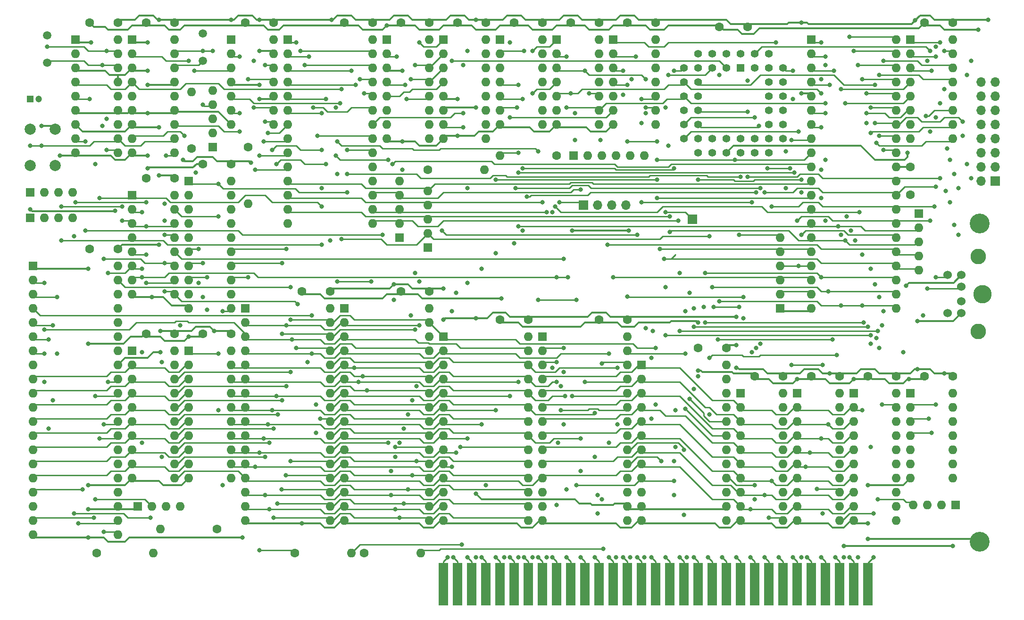
<source format=gbr>
G04 #@! TF.GenerationSoftware,KiCad,Pcbnew,(5.1.8)-1*
G04 #@! TF.CreationDate,2024-05-27T16:48:39-06:00*
G04 #@! TF.ProjectId,8088 PCB,38303838-2050-4434-922e-6b696361645f,rev?*
G04 #@! TF.SameCoordinates,Original*
G04 #@! TF.FileFunction,Copper,L1,Top*
G04 #@! TF.FilePolarity,Positive*
%FSLAX46Y46*%
G04 Gerber Fmt 4.6, Leading zero omitted, Abs format (unit mm)*
G04 Created by KiCad (PCBNEW (5.1.8)-1) date 2024-05-27 16:48:39*
%MOMM*%
%LPD*%
G01*
G04 APERTURE LIST*
G04 #@! TA.AperFunction,ComponentPad*
%ADD10R,1.700000X1.700000*%
G04 #@! TD*
G04 #@! TA.AperFunction,ComponentPad*
%ADD11O,1.600000X1.600000*%
G04 #@! TD*
G04 #@! TA.AperFunction,ComponentPad*
%ADD12C,1.600000*%
G04 #@! TD*
G04 #@! TA.AperFunction,ComponentPad*
%ADD13R,1.600000X1.600000*%
G04 #@! TD*
G04 #@! TA.AperFunction,ComponentPad*
%ADD14O,1.700000X1.700000*%
G04 #@! TD*
G04 #@! TA.AperFunction,ConnectorPad*
%ADD15R,1.780000X7.620000*%
G04 #@! TD*
G04 #@! TA.AperFunction,ComponentPad*
%ADD16C,1.500000*%
G04 #@! TD*
G04 #@! TA.AperFunction,ComponentPad*
%ADD17C,1.422400*%
G04 #@! TD*
G04 #@! TA.AperFunction,ComponentPad*
%ADD18R,1.422400X1.422400*%
G04 #@! TD*
G04 #@! TA.AperFunction,ComponentPad*
%ADD19C,2.000000*%
G04 #@! TD*
G04 #@! TA.AperFunction,ComponentPad*
%ADD20C,1.200000*%
G04 #@! TD*
G04 #@! TA.AperFunction,ComponentPad*
%ADD21R,1.200000X1.200000*%
G04 #@! TD*
G04 #@! TA.AperFunction,ComponentPad*
%ADD22C,3.556000*%
G04 #@! TD*
G04 #@! TA.AperFunction,ComponentPad*
%ADD23C,2.794000*%
G04 #@! TD*
G04 #@! TA.AperFunction,ComponentPad*
%ADD24C,3.302000*%
G04 #@! TD*
G04 #@! TA.AperFunction,ComponentPad*
%ADD25C,1.524000*%
G04 #@! TD*
G04 #@! TA.AperFunction,ViaPad*
%ADD26C,0.800000*%
G04 #@! TD*
G04 #@! TA.AperFunction,Conductor*
%ADD27C,0.250000*%
G04 #@! TD*
G04 #@! TA.AperFunction,Conductor*
%ADD28C,0.330200*%
G04 #@! TD*
G04 APERTURE END LIST*
D10*
G04 #@! TO.P,J5,1*
G04 #@! TO.N,/IRQ1*
X179324000Y-75438000D03*
G04 #@! TD*
D11*
G04 #@! TO.P,R15,2*
G04 #@! TO.N,/DEN*
X83820000Y-131064000D03*
D12*
G04 #@! TO.P,R15,1*
G04 #@! TO.N,/5+*
X93980000Y-131064000D03*
G04 #@! TD*
D11*
G04 #@! TO.P,R17,6*
G04 #@! TO.N,/AEN*
X195072000Y-78740000D03*
G04 #@! TO.P,R17,5*
G04 #@! TO.N,/DRQ3*
X195072000Y-81280000D03*
G04 #@! TO.P,R17,4*
G04 #@! TO.N,/DRQ2*
X195072000Y-83820000D03*
G04 #@! TO.P,R17,3*
G04 #@! TO.N,/DRQ1*
X195072000Y-86360000D03*
G04 #@! TO.P,R17,2*
G04 #@! TO.N,/DRQ0_*
X195072000Y-88900000D03*
D13*
G04 #@! TO.P,R17,1*
G04 #@! TO.N,/GND*
X195072000Y-91440000D03*
G04 #@! TD*
D11*
G04 #@! TO.P,R12,6*
G04 #@! TO.N,/760_WR*
X170688000Y-64008000D03*
G04 #@! TO.P,R12,5*
G04 #@! TO.N,/CH_CK_*
X168148000Y-64008000D03*
G04 #@! TO.P,R12,4*
G04 #@! TO.N,/EOP*
X165608000Y-64008000D03*
G04 #@! TO.P,R12,3*
G04 #@! TO.N,/CS_61_RD*
X163068000Y-64008000D03*
G04 #@! TO.P,R12,2*
G04 #@! TO.N,/CS_61_WR*
X160528000Y-64008000D03*
D13*
G04 #@! TO.P,R12,1*
G04 #@! TO.N,/5+*
X157988000Y-64008000D03*
G04 #@! TD*
D11*
G04 #@! TO.P,R8,5*
G04 #@! TO.N,/00_CS*
X131826000Y-70358000D03*
G04 #@! TO.P,R8,4*
G04 #@! TO.N,/20_CS*
X131826000Y-72898000D03*
G04 #@! TO.P,R8,3*
G04 #@! TO.N,/40_CS*
X131826000Y-75438000D03*
G04 #@! TO.P,R8,2*
G04 #@! TO.N,/RDY1*
X131826000Y-77978000D03*
D13*
G04 #@! TO.P,R8,1*
G04 #@! TO.N,/5+*
X131826000Y-80518000D03*
G04 #@! TD*
D11*
G04 #@! TO.P,R10,5*
G04 #@! TO.N,/E0_CS*
X126746000Y-68580000D03*
G04 #@! TO.P,R10,4*
G04 #@! TO.N,/80_CS*
X126746000Y-71120000D03*
G04 #@! TO.P,R10,3*
G04 #@! TO.N,/61_CS*
X126746000Y-73660000D03*
G04 #@! TO.P,R10,2*
G04 #@! TO.N,/60_CS*
X126746000Y-76200000D03*
D13*
G04 #@! TO.P,R10,1*
G04 #@! TO.N,/5+*
X126746000Y-78740000D03*
G04 #@! TD*
D14*
G04 #@! TO.P,J4,16*
G04 #@! TO.N,/GND*
X231140000Y-50800000D03*
G04 #@! TO.P,J4,15*
G04 #@! TO.N,/D0*
X233680000Y-50800000D03*
G04 #@! TO.P,J4,14*
G04 #@! TO.N,/GND*
X231140000Y-53340000D03*
G04 #@! TO.P,J4,13*
G04 #@! TO.N,/D1*
X233680000Y-53340000D03*
G04 #@! TO.P,J4,12*
G04 #@! TO.N,/5+*
X231140000Y-55880000D03*
G04 #@! TO.P,J4,11*
G04 #@! TO.N,/D2*
X233680000Y-55880000D03*
G04 #@! TO.P,J4,10*
G04 #@! TO.N,Net-(J4-Pad10)*
X231140000Y-58420000D03*
G04 #@! TO.P,J4,9*
G04 #@! TO.N,/D3*
X233680000Y-58420000D03*
G04 #@! TO.P,J4,8*
G04 #@! TO.N,/A2*
X231140000Y-60960000D03*
G04 #@! TO.P,J4,7*
G04 #@! TO.N,/D4*
X233680000Y-60960000D03*
G04 #@! TO.P,J4,6*
G04 #@! TO.N,/E0_CS*
X231140000Y-63500000D03*
G04 #@! TO.P,J4,5*
G04 #@! TO.N,/D5*
X233680000Y-63500000D03*
G04 #@! TO.P,J4,4*
G04 #@! TO.N,/IORD*
X231140000Y-66040000D03*
G04 #@! TO.P,J4,3*
G04 #@! TO.N,/D6*
X233680000Y-66040000D03*
G04 #@! TO.P,J4,2*
G04 #@! TO.N,/IOWR*
X231140000Y-68580000D03*
D10*
G04 #@! TO.P,J4,1*
G04 #@! TO.N,/D7*
X233680000Y-68580000D03*
G04 #@! TD*
D11*
G04 #@! TO.P,R16,5*
G04 #@! TO.N,/DACK1*
X219964000Y-84582000D03*
G04 #@! TO.P,R16,4*
G04 #@! TO.N,/REFRQ*
X219964000Y-82042000D03*
G04 #@! TO.P,R16,3*
G04 #@! TO.N,/DACK3*
X219964000Y-79502000D03*
G04 #@! TO.P,R16,2*
G04 #@! TO.N,/DACK2*
X219964000Y-76962000D03*
D13*
G04 #@! TO.P,R16,1*
G04 #@! TO.N,/5+*
X219964000Y-74422000D03*
G04 #@! TD*
D11*
G04 #@! TO.P,R14,4*
G04 #@! TO.N,Net-(R14-Pad4)*
X87376000Y-127000000D03*
G04 #@! TO.P,R14,3*
G04 #@! TO.N,/NMI*
X84836000Y-127000000D03*
G04 #@! TO.P,R14,2*
G04 #@! TO.N,/HOLD*
X82296000Y-127000000D03*
D13*
G04 #@! TO.P,R14,1*
G04 #@! TO.N,/GND*
X79756000Y-127000000D03*
G04 #@! TD*
D11*
G04 #@! TO.P,R2,4*
G04 #@! TO.N,/IORD*
X68072000Y-70612000D03*
G04 #@! TO.P,R2,3*
G04 #@! TO.N,/PU1*
X65532000Y-70612000D03*
G04 #@! TO.P,R2,2*
G04 #@! TO.N,/RESET*
X62992000Y-70612000D03*
D13*
G04 #@! TO.P,R2,1*
G04 #@! TO.N,/5+*
X60452000Y-70612000D03*
G04 #@! TD*
D11*
G04 #@! TO.P,R1,4*
G04 #@! TO.N,/IOWR*
X68072000Y-75184000D03*
G04 #@! TO.P,R1,3*
G04 #@! TO.N,/MRD*
X65532000Y-75184000D03*
G04 #@! TO.P,R1,2*
G04 #@! TO.N,/MWR*
X62992000Y-75184000D03*
D13*
G04 #@! TO.P,R1,1*
G04 #@! TO.N,/5+*
X60452000Y-75184000D03*
G04 #@! TD*
D11*
G04 #@! TO.P,R18,5*
G04 #@! TO.N,/X1*
X93218000Y-52324000D03*
G04 #@! TO.P,R18,4*
G04 #@! TO.N,/X2*
X93218000Y-54864000D03*
G04 #@! TO.P,R18,3*
G04 #@! TO.N,/X1A*
X93218000Y-57404000D03*
G04 #@! TO.P,R18,2*
G04 #@! TO.N,/X2A*
X93218000Y-59944000D03*
D13*
G04 #@! TO.P,R18,1*
G04 #@! TO.N,/GND*
X93218000Y-62484000D03*
G04 #@! TD*
D11*
G04 #@! TO.P,R13,2*
G04 #@! TO.N,/SPK_PIN*
X144780000Y-64008000D03*
D12*
G04 #@! TO.P,R13,1*
G04 #@! TO.N,/SPK_PIN_O*
X154940000Y-64008000D03*
G04 #@! TD*
D11*
G04 #@! TO.P,R11,2*
G04 #@! TO.N,/CLK88_1*
X141986000Y-66548000D03*
D12*
G04 #@! TO.P,R11,1*
G04 #@! TO.N,/CLK*
X131826000Y-66548000D03*
G04 #@! TD*
D11*
G04 #@! TO.P,R9,2*
G04 #@! TO.N,/CLK1*
X82550000Y-135382000D03*
D12*
G04 #@! TO.P,R9,1*
G04 #@! TO.N,/CLK_88*
X72390000Y-135382000D03*
G04 #@! TD*
D11*
G04 #@! TO.P,R7,4*
G04 #@! TO.N,/CH_CK*
X218948000Y-126746000D03*
G04 #@! TO.P,R7,3*
G04 #@! TO.N,/T1*
X221488000Y-126746000D03*
G04 #@! TO.P,R7,2*
G04 #@! TO.N,/T0*
X224028000Y-126746000D03*
D13*
G04 #@! TO.P,R7,1*
G04 #@! TO.N,/5+*
X226568000Y-126746000D03*
G04 #@! TD*
D11*
G04 #@! TO.P,R6,2*
G04 #@! TO.N,/OSC88*
X118110000Y-135382000D03*
D12*
G04 #@! TO.P,R6,1*
G04 #@! TO.N,/OSC*
X107950000Y-135382000D03*
G04 #@! TD*
D11*
G04 #@! TO.P,R5,2*
G04 #@! TO.N,/OSC*
X99568000Y-72644000D03*
D12*
G04 #@! TO.P,R5,1*
G04 #@! TO.N,/OSC88HF*
X99568000Y-62484000D03*
G04 #@! TD*
D11*
G04 #@! TO.P,R4,2*
G04 #@! TO.N,/PCLK*
X89408000Y-52578000D03*
D12*
G04 #@! TO.P,R4,1*
G04 #@! TO.N,/PCLK88*
X89408000Y-62738000D03*
G04 #@! TD*
D11*
G04 #@! TO.P,R3,2*
G04 #@! TO.N,/CLK88*
X130556000Y-135382000D03*
D12*
G04 #@! TO.P,R3,1*
G04 #@! TO.N,/CLK*
X120396000Y-135382000D03*
G04 #@! TD*
D14*
G04 #@! TO.P,J3,4*
G04 #@! TO.N,/5+*
X167386000Y-72898000D03*
G04 #@! TO.P,J3,3*
G04 #@! TO.N,/GND*
X164846000Y-72898000D03*
G04 #@! TO.P,J3,2*
G04 #@! TO.N,Net-(J3-Pad2)*
X162306000Y-72898000D03*
D10*
G04 #@! TO.P,J3,1*
G04 #@! TO.N,/SPK_PIN_O*
X159766000Y-72898000D03*
G04 #@! TD*
D12*
G04 #@! TO.P,C26,2*
G04 #@! TO.N,/GND*
X157560000Y-40132000D03*
G04 #@! TO.P,C26,1*
G04 #@! TO.N,/5+*
X162560000Y-40132000D03*
G04 #@! TD*
G04 #@! TO.P,C25,2*
G04 #@! TO.N,/GND*
X147400000Y-40132000D03*
G04 #@! TO.P,C25,1*
G04 #@! TO.N,/5+*
X152400000Y-40132000D03*
G04 #@! TD*
G04 #@! TO.P,C24,2*
G04 #@! TO.N,/GND*
X200740000Y-103632000D03*
G04 #@! TO.P,C24,1*
G04 #@! TO.N,/5+*
X205740000Y-103632000D03*
G04 #@! TD*
G04 #@! TO.P,C23,2*
G04 #@! TO.N,/GND*
X210900000Y-103632000D03*
G04 #@! TO.P,C23,1*
G04 #@! TO.N,/5+*
X215900000Y-103632000D03*
G04 #@! TD*
G04 #@! TO.P,C22,2*
G04 #@! TO.N,/GND*
X71200000Y-40132000D03*
G04 #@! TO.P,C22,1*
G04 #@! TO.N,/5+*
X76200000Y-40132000D03*
G04 #@! TD*
G04 #@! TO.P,C21,2*
G04 #@! TO.N,/GND*
X167720000Y-40132000D03*
G04 #@! TO.P,C21,1*
G04 #@! TO.N,/5+*
X172720000Y-40132000D03*
G04 #@! TD*
G04 #@! TO.P,C20,2*
G04 #@! TO.N,/GND*
X221060000Y-103632000D03*
G04 #@! TO.P,C20,1*
G04 #@! TO.N,/5+*
X226060000Y-103632000D03*
G04 #@! TD*
G04 #@! TO.P,C19,2*
G04 #@! TO.N,/GND*
X184230000Y-40894000D03*
G04 #@! TO.P,C19,1*
G04 #@! TO.N,/5+*
X189230000Y-40894000D03*
G04 #@! TD*
G04 #@! TO.P,C18,2*
G04 #@! TO.N,/GND*
X99140000Y-40132000D03*
G04 #@! TO.P,C18,1*
G04 #@! TO.N,/5+*
X104140000Y-40132000D03*
G04 #@! TD*
G04 #@! TO.P,C17,2*
G04 #@! TO.N,/GND*
X81360000Y-40132000D03*
G04 #@! TO.P,C17,1*
G04 #@! TO.N,/5+*
X86360000Y-40132000D03*
G04 #@! TD*
G04 #@! TO.P,C16,2*
G04 #@! TO.N,/GND*
X137240000Y-40132000D03*
G04 #@! TO.P,C16,1*
G04 #@! TO.N,/5+*
X142240000Y-40132000D03*
G04 #@! TD*
G04 #@! TO.P,C15,2*
G04 #@! TO.N,/GND*
X144860000Y-93472000D03*
G04 #@! TO.P,C15,1*
G04 #@! TO.N,/5+*
X149860000Y-93472000D03*
G04 #@! TD*
G04 #@! TO.P,C14,2*
G04 #@! TO.N,/GND*
X127080000Y-88392000D03*
G04 #@! TO.P,C14,1*
G04 #@! TO.N,/5+*
X132080000Y-88392000D03*
G04 #@! TD*
G04 #@! TO.P,C13,2*
G04 #@! TO.N,/GND*
X109300000Y-88392000D03*
G04 #@! TO.P,C13,1*
G04 #@! TO.N,/5+*
X114300000Y-88392000D03*
G04 #@! TD*
G04 #@! TO.P,C12,2*
G04 #@! TO.N,/GND*
X127080000Y-40132000D03*
G04 #@! TO.P,C12,1*
G04 #@! TO.N,/5+*
X132080000Y-40132000D03*
G04 #@! TD*
G04 #@! TO.P,C11,2*
G04 #@! TO.N,/GND*
X190580000Y-103632000D03*
G04 #@! TO.P,C11,1*
G04 #@! TO.N,/5+*
X195580000Y-103632000D03*
G04 #@! TD*
G04 #@! TO.P,C10,2*
G04 #@! TO.N,/GND*
X218440000Y-71040000D03*
G04 #@! TO.P,C10,1*
G04 #@! TO.N,/5+*
X218440000Y-66040000D03*
G04 #@! TD*
G04 #@! TO.P,C9,2*
G04 #@! TO.N,/GND*
X116920000Y-40132000D03*
G04 #@! TO.P,C9,1*
G04 #@! TO.N,/5+*
X121920000Y-40132000D03*
G04 #@! TD*
G04 #@! TO.P,C8,2*
G04 #@! TO.N,/GND*
X81360000Y-68072000D03*
G04 #@! TO.P,C8,1*
G04 #@! TO.N,/5+*
X86360000Y-68072000D03*
G04 #@! TD*
G04 #@! TO.P,C7,2*
G04 #@! TO.N,/GND*
X221060000Y-40132000D03*
G04 #@! TO.P,C7,1*
G04 #@! TO.N,/5+*
X226060000Y-40132000D03*
G04 #@! TD*
G04 #@! TO.P,C6,2*
G04 #@! TO.N,/GND*
X162640000Y-93472000D03*
G04 #@! TO.P,C6,1*
G04 #@! TO.N,/5+*
X167640000Y-93472000D03*
G04 #@! TD*
G04 #@! TO.P,C5,2*
G04 #@! TO.N,/GND*
X180420000Y-98552000D03*
G04 #@! TO.P,C5,1*
G04 #@! TO.N,/5+*
X185420000Y-98552000D03*
G04 #@! TD*
G04 #@! TO.P,C4,2*
G04 #@! TO.N,/GND*
X81360000Y-96012000D03*
G04 #@! TO.P,C4,1*
G04 #@! TO.N,/5+*
X86360000Y-96012000D03*
G04 #@! TD*
G04 #@! TO.P,C3,2*
G04 #@! TO.N,/GND*
X91520000Y-65532000D03*
G04 #@! TO.P,C3,1*
G04 #@! TO.N,/5+*
X96520000Y-65532000D03*
G04 #@! TD*
G04 #@! TO.P,C2,2*
G04 #@! TO.N,/GND*
X91520000Y-96012000D03*
G04 #@! TO.P,C2,1*
G04 #@! TO.N,/5+*
X96520000Y-96012000D03*
G04 #@! TD*
G04 #@! TO.P,C1,2*
G04 #@! TO.N,/GND*
X71200000Y-80772000D03*
G04 #@! TO.P,C1,1*
G04 #@! TO.N,/5+*
X76200000Y-80772000D03*
G04 #@! TD*
D15*
G04 #@! TO.P,J1,62*
G04 #@! TO.N,/A0*
X134620000Y-140970000D03*
G04 #@! TO.P,J1,61*
G04 #@! TO.N,/A1*
X137160000Y-140970000D03*
G04 #@! TO.P,J1,60*
G04 #@! TO.N,/A2*
X139700000Y-140970000D03*
G04 #@! TO.P,J1,59*
G04 #@! TO.N,/A3*
X142240000Y-140970000D03*
G04 #@! TO.P,J1,58*
G04 #@! TO.N,/A4*
X144780000Y-140970000D03*
G04 #@! TO.P,J1,57*
G04 #@! TO.N,/A5*
X147320000Y-140970000D03*
G04 #@! TO.P,J1,56*
G04 #@! TO.N,/A6*
X149860000Y-140970000D03*
G04 #@! TO.P,J1,55*
G04 #@! TO.N,/A7*
X152400000Y-140970000D03*
G04 #@! TO.P,J1,54*
G04 #@! TO.N,/A8*
X154940000Y-140970000D03*
G04 #@! TO.P,J1,53*
G04 #@! TO.N,/A9*
X157480000Y-140970000D03*
G04 #@! TO.P,J1,52*
G04 #@! TO.N,/A10*
X160020000Y-140970000D03*
G04 #@! TO.P,J1,51*
G04 #@! TO.N,/A11*
X162560000Y-140970000D03*
G04 #@! TO.P,J1,50*
G04 #@! TO.N,/A12*
X165100000Y-140970000D03*
G04 #@! TO.P,J1,49*
G04 #@! TO.N,/A13*
X167640000Y-140970000D03*
G04 #@! TO.P,J1,48*
G04 #@! TO.N,/A14*
X170180000Y-140970000D03*
G04 #@! TO.P,J1,47*
G04 #@! TO.N,/A15*
X172720000Y-140970000D03*
G04 #@! TO.P,J1,46*
G04 #@! TO.N,/A16*
X175260000Y-140970000D03*
G04 #@! TO.P,J1,45*
G04 #@! TO.N,/A17*
X177800000Y-140970000D03*
G04 #@! TO.P,J1,44*
G04 #@! TO.N,/A18*
X180340000Y-140970000D03*
G04 #@! TO.P,J1,43*
G04 #@! TO.N,/A19*
X182880000Y-140970000D03*
G04 #@! TO.P,J1,42*
G04 #@! TO.N,/AEN*
X185420000Y-140970000D03*
G04 #@! TO.P,J1,41*
G04 #@! TO.N,/RDY1*
X187960000Y-140970000D03*
G04 #@! TO.P,J1,40*
G04 #@! TO.N,/D0*
X190500000Y-140970000D03*
G04 #@! TO.P,J1,39*
G04 #@! TO.N,/D1*
X193040000Y-140970000D03*
G04 #@! TO.P,J1,38*
G04 #@! TO.N,/D2*
X195580000Y-140970000D03*
G04 #@! TO.P,J1,37*
G04 #@! TO.N,/D3*
X198120000Y-140970000D03*
G04 #@! TO.P,J1,36*
G04 #@! TO.N,/D4*
X200660000Y-140970000D03*
G04 #@! TO.P,J1,35*
G04 #@! TO.N,/D5*
X203200000Y-140970000D03*
G04 #@! TO.P,J1,34*
G04 #@! TO.N,/D6*
X205740000Y-140970000D03*
G04 #@! TO.P,J1,33*
G04 #@! TO.N,/D7*
X208280000Y-140970000D03*
G04 #@! TO.P,J1,32*
G04 #@! TO.N,/CH_CK*
X210820000Y-140970000D03*
G04 #@! TD*
D16*
G04 #@! TO.P,Y2,2*
G04 #@! TO.N,/X1A*
X63500000Y-42418000D03*
G04 #@! TO.P,Y2,1*
G04 #@! TO.N,/X2A*
X63500000Y-47318000D03*
G04 #@! TD*
G04 #@! TO.P,Y1,2*
G04 #@! TO.N,/X1*
X91440000Y-42090000D03*
G04 #@! TO.P,Y1,1*
G04 #@! TO.N,/X2*
X91440000Y-46990000D03*
G04 #@! TD*
D11*
G04 #@! TO.P,U26,14*
G04 #@! TO.N,/5+*
X162560000Y-43180000D03*
G04 #@! TO.P,U26,7*
G04 #@! TO.N,/GND*
X154940000Y-58420000D03*
G04 #@! TO.P,U26,13*
G04 #@! TO.N,N/C*
X162560000Y-45720000D03*
G04 #@! TO.P,U26,6*
G04 #@! TO.N,/CS_61_RD*
X154940000Y-55880000D03*
G04 #@! TO.P,U26,12*
G04 #@! TO.N,N/C*
X162560000Y-48260000D03*
G04 #@! TO.P,U26,5*
G04 #@! TO.N,/IORD*
X154940000Y-53340000D03*
G04 #@! TO.P,U26,11*
G04 #@! TO.N,N/C*
X162560000Y-50800000D03*
G04 #@! TO.P,U26,4*
G04 #@! TO.N,/61_CS*
X154940000Y-50800000D03*
G04 #@! TO.P,U26,10*
G04 #@! TO.N,/80_CS*
X162560000Y-53340000D03*
G04 #@! TO.P,U26,3*
G04 #@! TO.N,/CS_61_WR*
X154940000Y-48260000D03*
G04 #@! TO.P,U26,9*
G04 #@! TO.N,/IOWR*
X162560000Y-55880000D03*
G04 #@! TO.P,U26,2*
X154940000Y-45720000D03*
G04 #@! TO.P,U26,8*
G04 #@! TO.N,/760_WR*
X162560000Y-58420000D03*
D13*
G04 #@! TO.P,U26,1*
G04 #@! TO.N,/61_CS*
X154940000Y-43180000D03*
G04 #@! TD*
D11*
G04 #@! TO.P,U25,14*
G04 #@! TO.N,/5+*
X152400000Y-43180000D03*
G04 #@! TO.P,U25,7*
G04 #@! TO.N,/GND*
X144780000Y-58420000D03*
G04 #@! TO.P,U25,13*
G04 #@! TO.N,N/C*
X152400000Y-45720000D03*
G04 #@! TO.P,U25,6*
G04 #@! TO.N,/SPK_PIN*
X144780000Y-55880000D03*
G04 #@! TO.P,U25,12*
G04 #@! TO.N,N/C*
X152400000Y-48260000D03*
G04 #@! TO.P,U25,5*
G04 #@! TO.N,/SPK_OUT*
X144780000Y-53340000D03*
G04 #@! TO.P,U25,11*
G04 #@! TO.N,N/C*
X152400000Y-50800000D03*
G04 #@! TO.P,U25,4*
G04 #@! TO.N,/SPK_EN*
X144780000Y-50800000D03*
G04 #@! TO.P,U25,10*
G04 #@! TO.N,N/C*
X152400000Y-53340000D03*
G04 #@! TO.P,U25,3*
G04 #@! TO.N,/CH_CK_*
X144780000Y-48260000D03*
G04 #@! TO.P,U25,9*
G04 #@! TO.N,N/C*
X152400000Y-55880000D03*
G04 #@! TO.P,U25,2*
G04 #@! TO.N,/CH_CK*
X144780000Y-45720000D03*
G04 #@! TO.P,U25,8*
G04 #@! TO.N,N/C*
X152400000Y-58420000D03*
D13*
G04 #@! TO.P,U25,1*
G04 #@! TO.N,/NMI_EN*
X144780000Y-43180000D03*
G04 #@! TD*
D11*
G04 #@! TO.P,U24,20*
G04 #@! TO.N,/5+*
X205740000Y-106680000D03*
G04 #@! TO.P,U24,10*
G04 #@! TO.N,/GND*
X198120000Y-129540000D03*
G04 #@! TO.P,U24,19*
G04 #@! TO.N,/PORT_61_7*
X205740000Y-109220000D03*
G04 #@! TO.P,U24,9*
G04 #@! TO.N,/D0*
X198120000Y-127000000D03*
G04 #@! TO.P,U24,18*
G04 #@! TO.N,/PORT_61_6*
X205740000Y-111760000D03*
G04 #@! TO.P,U24,8*
G04 #@! TO.N,/D1*
X198120000Y-124460000D03*
G04 #@! TO.P,U24,17*
G04 #@! TO.N,/NMI_EN*
X205740000Y-114300000D03*
G04 #@! TO.P,U24,7*
G04 #@! TO.N,/D2*
X198120000Y-121920000D03*
G04 #@! TO.P,U24,16*
G04 #@! TO.N,/PORT_61_4*
X205740000Y-116840000D03*
G04 #@! TO.P,U24,6*
G04 #@! TO.N,/D3*
X198120000Y-119380000D03*
G04 #@! TO.P,U24,15*
G04 #@! TO.N,/PORT_61_3*
X205740000Y-119380000D03*
G04 #@! TO.P,U24,5*
G04 #@! TO.N,/D4*
X198120000Y-116840000D03*
G04 #@! TO.P,U24,14*
G04 #@! TO.N,/PORT_61_2*
X205740000Y-121920000D03*
G04 #@! TO.P,U24,4*
G04 #@! TO.N,/D5*
X198120000Y-114300000D03*
G04 #@! TO.P,U24,13*
G04 #@! TO.N,/SPK_EN*
X205740000Y-124460000D03*
G04 #@! TO.P,U24,3*
G04 #@! TO.N,/D6*
X198120000Y-111760000D03*
G04 #@! TO.P,U24,12*
G04 #@! TO.N,/SPK_GO*
X205740000Y-127000000D03*
G04 #@! TO.P,U24,2*
G04 #@! TO.N,/D7*
X198120000Y-109220000D03*
G04 #@! TO.P,U24,11*
G04 #@! TO.N,/CS_61_WR_*
X205740000Y-129540000D03*
D13*
G04 #@! TO.P,U24,1*
G04 #@! TO.N,/GND*
X198120000Y-106680000D03*
G04 #@! TD*
D11*
G04 #@! TO.P,U23,20*
G04 #@! TO.N,/5+*
X215900000Y-106680000D03*
G04 #@! TO.P,U23,10*
G04 #@! TO.N,/GND*
X208280000Y-129540000D03*
G04 #@! TO.P,U23,19*
G04 #@! TO.N,/CS_61_RD*
X215900000Y-109220000D03*
G04 #@! TO.P,U23,9*
G04 #@! TO.N,/D0*
X208280000Y-127000000D03*
G04 #@! TO.P,U23,18*
G04 #@! TO.N,/PORT_61_7*
X215900000Y-111760000D03*
G04 #@! TO.P,U23,8*
G04 #@! TO.N,/D1*
X208280000Y-124460000D03*
G04 #@! TO.P,U23,17*
G04 #@! TO.N,/PORT_61_6*
X215900000Y-114300000D03*
G04 #@! TO.P,U23,7*
G04 #@! TO.N,/D2*
X208280000Y-121920000D03*
G04 #@! TO.P,U23,16*
G04 #@! TO.N,/NMI_EN*
X215900000Y-116840000D03*
G04 #@! TO.P,U23,6*
G04 #@! TO.N,/D3*
X208280000Y-119380000D03*
G04 #@! TO.P,U23,15*
G04 #@! TO.N,/PORT_61_4*
X215900000Y-119380000D03*
G04 #@! TO.P,U23,5*
G04 #@! TO.N,/D4*
X208280000Y-116840000D03*
G04 #@! TO.P,U23,14*
G04 #@! TO.N,/PORT_61_3*
X215900000Y-121920000D03*
G04 #@! TO.P,U23,4*
G04 #@! TO.N,/D5*
X208280000Y-114300000D03*
G04 #@! TO.P,U23,13*
G04 #@! TO.N,/PORT_61_2*
X215900000Y-124460000D03*
G04 #@! TO.P,U23,3*
G04 #@! TO.N,/D6*
X208280000Y-111760000D03*
G04 #@! TO.P,U23,12*
G04 #@! TO.N,/SPK_EN*
X215900000Y-127000000D03*
G04 #@! TO.P,U23,2*
G04 #@! TO.N,/D7*
X208280000Y-109220000D03*
G04 #@! TO.P,U23,11*
G04 #@! TO.N,/SPK_GO*
X215900000Y-129540000D03*
D13*
G04 #@! TO.P,U23,1*
G04 #@! TO.N,/GND*
X208280000Y-106680000D03*
G04 #@! TD*
D11*
G04 #@! TO.P,U22,18*
G04 #@! TO.N,/5+*
X76200000Y-43180000D03*
G04 #@! TO.P,U22,9*
G04 #@! TO.N,/GND*
X68580000Y-63500000D03*
G04 #@! TO.P,U22,17*
G04 #@! TO.N,/X1A*
X76200000Y-45720000D03*
G04 #@! TO.P,U22,8*
G04 #@! TO.N,/CLK1*
X68580000Y-60960000D03*
G04 #@! TO.P,U22,16*
G04 #@! TO.N,/X2A*
X76200000Y-48260000D03*
G04 #@! TO.P,U22,7*
G04 #@! TO.N,/5+*
X68580000Y-58420000D03*
G04 #@! TO.P,U22,15*
G04 #@! TO.N,/GND*
X76200000Y-50800000D03*
G04 #@! TO.P,U22,6*
X68580000Y-55880000D03*
G04 #@! TO.P,U22,14*
G04 #@! TO.N,Net-(U22-Pad14)*
X76200000Y-53340000D03*
G04 #@! TO.P,U22,5*
G04 #@! TO.N,/READY1*
X68580000Y-53340000D03*
G04 #@! TO.P,U22,13*
G04 #@! TO.N,/GND*
X76200000Y-55880000D03*
G04 #@! TO.P,U22,4*
G04 #@! TO.N,/RDY1*
X68580000Y-50800000D03*
G04 #@! TO.P,U22,12*
G04 #@! TO.N,Net-(U22-Pad12)*
X76200000Y-58420000D03*
G04 #@! TO.P,U22,3*
G04 #@! TO.N,/GND*
X68580000Y-48260000D03*
G04 #@! TO.P,U22,11*
G04 #@! TO.N,/RESET*
X76200000Y-60960000D03*
G04 #@! TO.P,U22,2*
G04 #@! TO.N,Net-(U22-Pad2)*
X68580000Y-45720000D03*
G04 #@! TO.P,U22,10*
G04 #@! TO.N,/RESET1*
X76200000Y-63500000D03*
D13*
G04 #@! TO.P,U22,1*
G04 #@! TO.N,/GND*
X68580000Y-43180000D03*
G04 #@! TD*
D11*
G04 #@! TO.P,U21,14*
G04 #@! TO.N,/5+*
X172720000Y-43180000D03*
G04 #@! TO.P,U21,7*
G04 #@! TO.N,/GND*
X165100000Y-58420000D03*
G04 #@! TO.P,U21,13*
G04 #@! TO.N,/IOM*
X172720000Y-45720000D03*
G04 #@! TO.P,U21,6*
G04 #@! TO.N,/TC*
X165100000Y-55880000D03*
G04 #@! TO.P,U21,12*
G04 #@! TO.N,/IOM_*
X172720000Y-48260000D03*
G04 #@! TO.P,U21,5*
G04 #@! TO.N,/EOP*
X165100000Y-53340000D03*
G04 #@! TO.P,U21,11*
G04 #@! TO.N,/CH_CK_*
X172720000Y-50800000D03*
G04 #@! TO.P,U21,4*
G04 #@! TO.N,/AEN_OE*
X165100000Y-50800000D03*
G04 #@! TO.P,U21,10*
G04 #@! TO.N,/NMI*
X172720000Y-53340000D03*
G04 #@! TO.P,U21,3*
G04 #@! TO.N,/AEN*
X165100000Y-48260000D03*
G04 #@! TO.P,U21,9*
G04 #@! TO.N,/CS_61_WR*
X172720000Y-55880000D03*
G04 #@! TO.P,U21,2*
G04 #@! TO.N,/KBD_CLK_INVERTED*
X165100000Y-45720000D03*
G04 #@! TO.P,U21,8*
G04 #@! TO.N,/CS_61_WR_*
X172720000Y-58420000D03*
D13*
G04 #@! TO.P,U21,1*
G04 #@! TO.N,/KBD_CLK*
X165100000Y-43180000D03*
G04 #@! TD*
D11*
G04 #@! TO.P,U20,14*
G04 #@! TO.N,/5+*
X226060000Y-106680000D03*
G04 #@! TO.P,U20,7*
G04 #@! TO.N,/GND*
X218440000Y-121920000D03*
G04 #@! TO.P,U20,13*
G04 #@! TO.N,N/C*
X226060000Y-109220000D03*
G04 #@! TO.P,U20,6*
X218440000Y-119380000D03*
G04 #@! TO.P,U20,12*
X226060000Y-111760000D03*
G04 #@! TO.P,U20,5*
X218440000Y-116840000D03*
G04 #@! TO.P,U20,11*
X226060000Y-114300000D03*
G04 #@! TO.P,U20,4*
G04 #@! TO.N,/T1*
X218440000Y-114300000D03*
G04 #@! TO.P,U20,10*
G04 #@! TO.N,N/C*
X226060000Y-116840000D03*
G04 #@! TO.P,U20,3*
G04 #@! TO.N,/KBD_DATA*
X218440000Y-111760000D03*
G04 #@! TO.P,U20,9*
G04 #@! TO.N,N/C*
X226060000Y-119380000D03*
G04 #@! TO.P,U20,2*
G04 #@! TO.N,/T0*
X218440000Y-109220000D03*
G04 #@! TO.P,U20,8*
G04 #@! TO.N,N/C*
X226060000Y-121920000D03*
D13*
G04 #@! TO.P,U20,1*
G04 #@! TO.N,/KBD_CLK_INVERTED*
X218440000Y-106680000D03*
G04 #@! TD*
D17*
G04 #@! TO.P,U19,39*
G04 #@! TO.N,/IRQ1*
X195580000Y-48260000D03*
G04 #@! TO.P,U19,37*
G04 #@! TO.N,Net-(U19-Pad37)*
X195580000Y-50800000D03*
G04 #@! TO.P,U19,35*
G04 #@! TO.N,Net-(U19-Pad35)*
X195580000Y-53340000D03*
G04 #@! TO.P,U19,33*
G04 #@! TO.N,Net-(U19-Pad33)*
X195580000Y-55880000D03*
G04 #@! TO.P,U19,31*
G04 #@! TO.N,Net-(U19-Pad31)*
X195580000Y-58420000D03*
G04 #@! TO.P,U19,40*
G04 #@! TO.N,Net-(U19-Pad40)*
X193040000Y-45720000D03*
G04 #@! TO.P,U19,38*
G04 #@! TO.N,/5+*
X193040000Y-50800000D03*
G04 #@! TO.P,U19,36*
G04 #@! TO.N,Net-(U19-Pad36)*
X193040000Y-53340000D03*
G04 #@! TO.P,U19,34*
G04 #@! TO.N,Net-(U19-Pad34)*
X193040000Y-55880000D03*
G04 #@! TO.P,U19,32*
G04 #@! TO.N,Net-(U19-Pad32)*
X193040000Y-58420000D03*
G04 #@! TO.P,U19,30*
G04 #@! TO.N,Net-(U19-Pad30)*
X193040000Y-60960000D03*
G04 #@! TO.P,U19,28*
G04 #@! TO.N,Net-(U19-Pad28)*
X193040000Y-63500000D03*
G04 #@! TO.P,U19,26*
G04 #@! TO.N,Net-(U19-Pad26)*
X190500000Y-63500000D03*
G04 #@! TO.P,U19,24*
G04 #@! TO.N,Net-(U19-Pad24)*
X187960000Y-63500000D03*
G04 #@! TO.P,U19,22*
G04 #@! TO.N,/GND*
X185420000Y-63500000D03*
G04 #@! TO.P,U19,20*
G04 #@! TO.N,/D6*
X182880000Y-63500000D03*
G04 #@! TO.P,U19,18*
G04 #@! TO.N,/D4*
X180340000Y-63500000D03*
G04 #@! TO.P,U19,29*
G04 #@! TO.N,Net-(U19-Pad29)*
X195580000Y-60960000D03*
G04 #@! TO.P,U19,27*
G04 #@! TO.N,Net-(U19-Pad27)*
X190500000Y-60960000D03*
G04 #@! TO.P,U19,25*
G04 #@! TO.N,Net-(U19-Pad25)*
X187960000Y-60960000D03*
G04 #@! TO.P,U19,23*
G04 #@! TO.N,Net-(U19-Pad23)*
X185420000Y-60960000D03*
G04 #@! TO.P,U19,21*
G04 #@! TO.N,/D7*
X182880000Y-60960000D03*
G04 #@! TO.P,U19,19*
G04 #@! TO.N,/D5*
X180340000Y-60960000D03*
G04 #@! TO.P,U19,17*
G04 #@! TO.N,/D3*
X177800000Y-60960000D03*
G04 #@! TO.P,U19,15*
G04 #@! TO.N,/D1*
X177800000Y-58420000D03*
G04 #@! TO.P,U19,13*
G04 #@! TO.N,Net-(U19-Pad13)*
X177800000Y-55880000D03*
G04 #@! TO.P,U19,11*
G04 #@! TO.N,/IOWR*
X177800000Y-53340000D03*
G04 #@! TO.P,U19,9*
G04 #@! TO.N,/IORD*
X177800000Y-50800000D03*
G04 #@! TO.P,U19,7*
G04 #@! TO.N,/60_CS*
X177800000Y-48260000D03*
G04 #@! TO.P,U19,16*
G04 #@! TO.N,/D2*
X180340000Y-58420000D03*
G04 #@! TO.P,U19,14*
G04 #@! TO.N,/D0*
X180340000Y-55880000D03*
G04 #@! TO.P,U19,12*
G04 #@! TO.N,Net-(U19-Pad12)*
X180340000Y-53340000D03*
G04 #@! TO.P,U19,10*
G04 #@! TO.N,/A2*
X180340000Y-50800000D03*
G04 #@! TO.P,U19,8*
G04 #@! TO.N,/GND*
X180340000Y-48260000D03*
G04 #@! TO.P,U19,42*
G04 #@! TO.N,/KBD_DATA*
X190500000Y-45720000D03*
G04 #@! TO.P,U19,44*
G04 #@! TO.N,/5+*
X187960000Y-45720000D03*
G04 #@! TO.P,U19,6*
G04 #@! TO.N,Net-(U19-Pad6)*
X180340000Y-45720000D03*
G04 #@! TO.P,U19,4*
G04 #@! TO.N,Net-(U19-Pad4)*
X182880000Y-45720000D03*
G04 #@! TO.P,U19,2*
G04 #@! TO.N,/T0*
X185420000Y-45720000D03*
G04 #@! TO.P,U19,41*
G04 #@! TO.N,/KBD_CLK*
X193040000Y-48260000D03*
G04 #@! TO.P,U19,43*
G04 #@! TO.N,/T1*
X190500000Y-48260000D03*
G04 #@! TO.P,U19,5*
G04 #@! TO.N,/RESET*
X182880000Y-48260000D03*
G04 #@! TO.P,U19,3*
G04 #@! TO.N,/HF_OSC*
X185420000Y-48260000D03*
D18*
G04 #@! TO.P,U19,1*
G04 #@! TO.N,Net-(U19-Pad1)*
X187960000Y-48260000D03*
G04 #@! TD*
D11*
G04 #@! TO.P,U18,14*
G04 #@! TO.N,/5+*
X104140000Y-43180000D03*
G04 #@! TO.P,U18,7*
G04 #@! TO.N,/GND*
X96520000Y-58420000D03*
G04 #@! TO.P,U18,13*
G04 #@! TO.N,/5+*
X104140000Y-45720000D03*
G04 #@! TO.P,U18,6*
G04 #@! TO.N,/FB2*
X96520000Y-55880000D03*
G04 #@! TO.P,U18,12*
G04 #@! TO.N,/FB1*
X104140000Y-48260000D03*
G04 #@! TO.P,U18,5*
G04 #@! TO.N,/HF_PCLK*
X96520000Y-53340000D03*
G04 #@! TO.P,U18,11*
G04 #@! TO.N,/OSC88HF*
X104140000Y-50800000D03*
G04 #@! TO.P,U18,4*
G04 #@! TO.N,/5+*
X96520000Y-50800000D03*
G04 #@! TO.P,U18,10*
X104140000Y-53340000D03*
G04 #@! TO.P,U18,3*
G04 #@! TO.N,/PCLK88*
X96520000Y-48260000D03*
G04 #@! TO.P,U18,9*
G04 #@! TO.N,/HF_OSC*
X104140000Y-55880000D03*
G04 #@! TO.P,U18,2*
G04 #@! TO.N,/FB2*
X96520000Y-45720000D03*
G04 #@! TO.P,U18,8*
G04 #@! TO.N,/FB1*
X104140000Y-58420000D03*
D13*
G04 #@! TO.P,U18,1*
G04 #@! TO.N,/5+*
X96520000Y-43180000D03*
G04 #@! TD*
D11*
G04 #@! TO.P,U17,18*
G04 #@! TO.N,/5+*
X86360000Y-43180000D03*
G04 #@! TO.P,U17,9*
G04 #@! TO.N,/GND*
X78740000Y-63500000D03*
G04 #@! TO.P,U17,17*
G04 #@! TO.N,/X1*
X86360000Y-45720000D03*
G04 #@! TO.P,U17,8*
G04 #@! TO.N,/CLK*
X78740000Y-60960000D03*
G04 #@! TO.P,U17,16*
G04 #@! TO.N,/X2*
X86360000Y-48260000D03*
G04 #@! TO.P,U17,7*
G04 #@! TO.N,/5+*
X78740000Y-58420000D03*
G04 #@! TO.P,U17,15*
G04 #@! TO.N,/GND*
X86360000Y-50800000D03*
G04 #@! TO.P,U17,6*
X78740000Y-55880000D03*
G04 #@! TO.P,U17,14*
G04 #@! TO.N,Net-(U17-Pad14)*
X86360000Y-53340000D03*
G04 #@! TO.P,U17,5*
G04 #@! TO.N,/READY*
X78740000Y-53340000D03*
G04 #@! TO.P,U17,13*
G04 #@! TO.N,/GND*
X86360000Y-55880000D03*
G04 #@! TO.P,U17,4*
G04 #@! TO.N,/RDY1*
X78740000Y-50800000D03*
G04 #@! TO.P,U17,12*
G04 #@! TO.N,/OSC*
X86360000Y-58420000D03*
G04 #@! TO.P,U17,3*
G04 #@! TO.N,/GND*
X78740000Y-48260000D03*
G04 #@! TO.P,U17,11*
G04 #@! TO.N,/RESET*
X86360000Y-60960000D03*
G04 #@! TO.P,U17,2*
G04 #@! TO.N,/PCLK*
X78740000Y-45720000D03*
G04 #@! TO.P,U17,10*
G04 #@! TO.N,/RESOUT*
X86360000Y-63500000D03*
D13*
G04 #@! TO.P,U17,1*
G04 #@! TO.N,/GND*
X78740000Y-43180000D03*
G04 #@! TD*
D11*
G04 #@! TO.P,U16,16*
G04 #@! TO.N,/5+*
X142240000Y-43180000D03*
G04 #@! TO.P,U16,8*
G04 #@! TO.N,/GND*
X134620000Y-60960000D03*
G04 #@! TO.P,U16,15*
G04 #@! TO.N,Net-(U16-Pad15)*
X142240000Y-45720000D03*
G04 #@! TO.P,U16,7*
G04 #@! TO.N,/CS_ROM*
X134620000Y-58420000D03*
G04 #@! TO.P,U16,14*
G04 #@! TO.N,Net-(U16-Pad14)*
X142240000Y-48260000D03*
G04 #@! TO.P,U16,6*
G04 #@! TO.N,/5+*
X134620000Y-55880000D03*
G04 #@! TO.P,U16,13*
G04 #@! TO.N,Net-(U16-Pad13)*
X142240000Y-50800000D03*
G04 #@! TO.P,U16,5*
G04 #@! TO.N,/GND*
X134620000Y-53340000D03*
G04 #@! TO.P,U16,12*
G04 #@! TO.N,Net-(U16-Pad12)*
X142240000Y-53340000D03*
G04 #@! TO.P,U16,4*
G04 #@! TO.N,/UPPER_512K*
X134620000Y-50800000D03*
G04 #@! TO.P,U16,11*
G04 #@! TO.N,Net-(U16-Pad11)*
X142240000Y-55880000D03*
G04 #@! TO.P,U16,3*
G04 #@! TO.N,/A18*
X134620000Y-48260000D03*
G04 #@! TO.P,U16,10*
G04 #@! TO.N,Net-(U16-Pad10)*
X142240000Y-58420000D03*
G04 #@! TO.P,U16,2*
G04 #@! TO.N,/A17*
X134620000Y-45720000D03*
G04 #@! TO.P,U16,9*
G04 #@! TO.N,Net-(U16-Pad9)*
X142240000Y-60960000D03*
D13*
G04 #@! TO.P,U16,1*
G04 #@! TO.N,/A16*
X134620000Y-43180000D03*
G04 #@! TD*
D11*
G04 #@! TO.P,U15,28*
G04 #@! TO.N,/5+*
X149860000Y-96520000D03*
G04 #@! TO.P,U15,14*
G04 #@! TO.N,/GND*
X134620000Y-129540000D03*
G04 #@! TO.P,U15,27*
G04 #@! TO.N,/A14*
X149860000Y-99060000D03*
G04 #@! TO.P,U15,13*
G04 #@! TO.N,/D2*
X134620000Y-127000000D03*
G04 #@! TO.P,U15,26*
G04 #@! TO.N,/A13*
X149860000Y-101600000D03*
G04 #@! TO.P,U15,12*
G04 #@! TO.N,/D1*
X134620000Y-124460000D03*
G04 #@! TO.P,U15,25*
G04 #@! TO.N,/A8*
X149860000Y-104140000D03*
G04 #@! TO.P,U15,11*
G04 #@! TO.N,/D0*
X134620000Y-121920000D03*
G04 #@! TO.P,U15,24*
G04 #@! TO.N,/A9*
X149860000Y-106680000D03*
G04 #@! TO.P,U15,10*
G04 #@! TO.N,/A0*
X134620000Y-119380000D03*
G04 #@! TO.P,U15,23*
G04 #@! TO.N,/A11*
X149860000Y-109220000D03*
G04 #@! TO.P,U15,9*
G04 #@! TO.N,/A1*
X134620000Y-116840000D03*
G04 #@! TO.P,U15,22*
G04 #@! TO.N,/MRD*
X149860000Y-111760000D03*
G04 #@! TO.P,U15,8*
G04 #@! TO.N,/A2*
X134620000Y-114300000D03*
G04 #@! TO.P,U15,21*
G04 #@! TO.N,/A10*
X149860000Y-114300000D03*
G04 #@! TO.P,U15,7*
G04 #@! TO.N,/A3*
X134620000Y-111760000D03*
G04 #@! TO.P,U15,20*
G04 #@! TO.N,/CS_ROM*
X149860000Y-116840000D03*
G04 #@! TO.P,U15,6*
G04 #@! TO.N,/A4*
X134620000Y-109220000D03*
G04 #@! TO.P,U15,19*
G04 #@! TO.N,/D7*
X149860000Y-119380000D03*
G04 #@! TO.P,U15,5*
G04 #@! TO.N,/A5*
X134620000Y-106680000D03*
G04 #@! TO.P,U15,18*
G04 #@! TO.N,/D6*
X149860000Y-121920000D03*
G04 #@! TO.P,U15,4*
G04 #@! TO.N,/A6*
X134620000Y-104140000D03*
G04 #@! TO.P,U15,17*
G04 #@! TO.N,/D5*
X149860000Y-124460000D03*
G04 #@! TO.P,U15,3*
G04 #@! TO.N,/A7*
X134620000Y-101600000D03*
G04 #@! TO.P,U15,16*
G04 #@! TO.N,/D4*
X149860000Y-127000000D03*
G04 #@! TO.P,U15,2*
G04 #@! TO.N,/A12*
X134620000Y-99060000D03*
G04 #@! TO.P,U15,15*
G04 #@! TO.N,/D3*
X149860000Y-129540000D03*
D13*
G04 #@! TO.P,U15,1*
G04 #@! TO.N,/A15*
X134620000Y-96520000D03*
G04 #@! TD*
D11*
G04 #@! TO.P,U14,32*
G04 #@! TO.N,/5+*
X132080000Y-91440000D03*
G04 #@! TO.P,U14,16*
G04 #@! TO.N,/GND*
X116840000Y-129540000D03*
G04 #@! TO.P,U14,31*
G04 #@! TO.N,/A15*
X132080000Y-93980000D03*
G04 #@! TO.P,U14,15*
G04 #@! TO.N,/D2*
X116840000Y-127000000D03*
G04 #@! TO.P,U14,30*
G04 #@! TO.N,/5+*
X132080000Y-96520000D03*
G04 #@! TO.P,U14,14*
G04 #@! TO.N,/D1*
X116840000Y-124460000D03*
G04 #@! TO.P,U14,29*
G04 #@! TO.N,/MWR*
X132080000Y-99060000D03*
G04 #@! TO.P,U14,13*
G04 #@! TO.N,/D0*
X116840000Y-121920000D03*
G04 #@! TO.P,U14,28*
G04 #@! TO.N,/A13*
X132080000Y-101600000D03*
G04 #@! TO.P,U14,12*
G04 #@! TO.N,/A0*
X116840000Y-119380000D03*
G04 #@! TO.P,U14,27*
G04 #@! TO.N,/A8*
X132080000Y-104140000D03*
G04 #@! TO.P,U14,11*
G04 #@! TO.N,/A1*
X116840000Y-116840000D03*
G04 #@! TO.P,U14,26*
G04 #@! TO.N,/A9*
X132080000Y-106680000D03*
G04 #@! TO.P,U14,10*
G04 #@! TO.N,/A2*
X116840000Y-114300000D03*
G04 #@! TO.P,U14,25*
G04 #@! TO.N,/A11*
X132080000Y-109220000D03*
G04 #@! TO.P,U14,9*
G04 #@! TO.N,/A3*
X116840000Y-111760000D03*
G04 #@! TO.P,U14,24*
G04 #@! TO.N,/MRD*
X132080000Y-111760000D03*
G04 #@! TO.P,U14,8*
G04 #@! TO.N,/A4*
X116840000Y-109220000D03*
G04 #@! TO.P,U14,23*
G04 #@! TO.N,/A10*
X132080000Y-114300000D03*
G04 #@! TO.P,U14,7*
G04 #@! TO.N,/A5*
X116840000Y-106680000D03*
G04 #@! TO.P,U14,22*
G04 #@! TO.N,/CS_128K*
X132080000Y-116840000D03*
G04 #@! TO.P,U14,6*
G04 #@! TO.N,/A6*
X116840000Y-104140000D03*
G04 #@! TO.P,U14,21*
G04 #@! TO.N,/D7*
X132080000Y-119380000D03*
G04 #@! TO.P,U14,5*
G04 #@! TO.N,/A7*
X116840000Y-101600000D03*
G04 #@! TO.P,U14,20*
G04 #@! TO.N,/D6*
X132080000Y-121920000D03*
G04 #@! TO.P,U14,4*
G04 #@! TO.N,/A12*
X116840000Y-99060000D03*
G04 #@! TO.P,U14,19*
G04 #@! TO.N,/D5*
X132080000Y-124460000D03*
G04 #@! TO.P,U14,3*
G04 #@! TO.N,/A14*
X116840000Y-96520000D03*
G04 #@! TO.P,U14,18*
G04 #@! TO.N,/D4*
X132080000Y-127000000D03*
G04 #@! TO.P,U14,2*
G04 #@! TO.N,/A16*
X116840000Y-93980000D03*
G04 #@! TO.P,U14,17*
G04 #@! TO.N,/D3*
X132080000Y-129540000D03*
D13*
G04 #@! TO.P,U14,1*
G04 #@! TO.N,Net-(U14-Pad1)*
X116840000Y-91440000D03*
G04 #@! TD*
D11*
G04 #@! TO.P,U13,32*
G04 #@! TO.N,/5+*
X114300000Y-91440000D03*
G04 #@! TO.P,U13,16*
G04 #@! TO.N,/GND*
X99060000Y-129540000D03*
G04 #@! TO.P,U13,31*
G04 #@! TO.N,/A15*
X114300000Y-93980000D03*
G04 #@! TO.P,U13,15*
G04 #@! TO.N,/D2*
X99060000Y-127000000D03*
G04 #@! TO.P,U13,30*
G04 #@! TO.N,/A17*
X114300000Y-96520000D03*
G04 #@! TO.P,U13,14*
G04 #@! TO.N,/D1*
X99060000Y-124460000D03*
G04 #@! TO.P,U13,29*
G04 #@! TO.N,/MWR*
X114300000Y-99060000D03*
G04 #@! TO.P,U13,13*
G04 #@! TO.N,/D0*
X99060000Y-121920000D03*
G04 #@! TO.P,U13,28*
G04 #@! TO.N,/A13*
X114300000Y-101600000D03*
G04 #@! TO.P,U13,12*
G04 #@! TO.N,/A0*
X99060000Y-119380000D03*
G04 #@! TO.P,U13,27*
G04 #@! TO.N,/A8*
X114300000Y-104140000D03*
G04 #@! TO.P,U13,11*
G04 #@! TO.N,/A1*
X99060000Y-116840000D03*
G04 #@! TO.P,U13,26*
G04 #@! TO.N,/A9*
X114300000Y-106680000D03*
G04 #@! TO.P,U13,10*
G04 #@! TO.N,/A2*
X99060000Y-114300000D03*
G04 #@! TO.P,U13,25*
G04 #@! TO.N,/A11*
X114300000Y-109220000D03*
G04 #@! TO.P,U13,9*
G04 #@! TO.N,/A3*
X99060000Y-111760000D03*
G04 #@! TO.P,U13,24*
G04 #@! TO.N,/MRD*
X114300000Y-111760000D03*
G04 #@! TO.P,U13,8*
G04 #@! TO.N,/A4*
X99060000Y-109220000D03*
G04 #@! TO.P,U13,23*
G04 #@! TO.N,/A10*
X114300000Y-114300000D03*
G04 #@! TO.P,U13,7*
G04 #@! TO.N,/A5*
X99060000Y-106680000D03*
G04 #@! TO.P,U13,22*
G04 #@! TO.N,/CS_512K*
X114300000Y-116840000D03*
G04 #@! TO.P,U13,6*
G04 #@! TO.N,/A6*
X99060000Y-104140000D03*
G04 #@! TO.P,U13,21*
G04 #@! TO.N,/D7*
X114300000Y-119380000D03*
G04 #@! TO.P,U13,5*
G04 #@! TO.N,/A7*
X99060000Y-101600000D03*
G04 #@! TO.P,U13,20*
G04 #@! TO.N,/D6*
X114300000Y-121920000D03*
G04 #@! TO.P,U13,4*
G04 #@! TO.N,/A12*
X99060000Y-99060000D03*
G04 #@! TO.P,U13,19*
G04 #@! TO.N,/D5*
X114300000Y-124460000D03*
G04 #@! TO.P,U13,3*
G04 #@! TO.N,/A14*
X99060000Y-96520000D03*
G04 #@! TO.P,U13,18*
G04 #@! TO.N,/D4*
X114300000Y-127000000D03*
G04 #@! TO.P,U13,2*
G04 #@! TO.N,/A16*
X99060000Y-93980000D03*
G04 #@! TO.P,U13,17*
G04 #@! TO.N,/D3*
X114300000Y-129540000D03*
D13*
G04 #@! TO.P,U13,1*
G04 #@! TO.N,/A18*
X99060000Y-91440000D03*
G04 #@! TD*
D11*
G04 #@! TO.P,U12,16*
G04 #@! TO.N,/5+*
X132080000Y-43180000D03*
G04 #@! TO.P,U12,8*
G04 #@! TO.N,/GND*
X124460000Y-60960000D03*
G04 #@! TO.P,U12,15*
G04 #@! TO.N,/UPPER_512K*
X132080000Y-45720000D03*
G04 #@! TO.P,U12,7*
G04 #@! TO.N,Net-(U12-Pad7)*
X124460000Y-58420000D03*
G04 #@! TO.P,U12,14*
G04 #@! TO.N,/A17*
X132080000Y-48260000D03*
G04 #@! TO.P,U12,6*
G04 #@! TO.N,Net-(U12-Pad6)*
X124460000Y-55880000D03*
G04 #@! TO.P,U12,13*
G04 #@! TO.N,/A18*
X132080000Y-50800000D03*
G04 #@! TO.P,U12,5*
G04 #@! TO.N,/UPPER_512K*
X124460000Y-53340000D03*
G04 #@! TO.P,U12,12*
G04 #@! TO.N,/CS_128K*
X132080000Y-53340000D03*
G04 #@! TO.P,U12,4*
G04 #@! TO.N,/CS_512K*
X124460000Y-50800000D03*
G04 #@! TO.P,U12,11*
G04 #@! TO.N,Net-(U12-Pad11)*
X132080000Y-55880000D03*
G04 #@! TO.P,U12,3*
G04 #@! TO.N,/GND*
X124460000Y-48260000D03*
G04 #@! TO.P,U12,10*
G04 #@! TO.N,Net-(U12-Pad10)*
X132080000Y-58420000D03*
G04 #@! TO.P,U12,2*
G04 #@! TO.N,/A19*
X124460000Y-45720000D03*
G04 #@! TO.P,U12,9*
G04 #@! TO.N,Net-(U12-Pad9)*
X132080000Y-60960000D03*
D13*
G04 #@! TO.P,U12,1*
G04 #@! TO.N,/GND*
X124460000Y-43180000D03*
G04 #@! TD*
D11*
G04 #@! TO.P,U11,20*
G04 #@! TO.N,/5+*
X195580000Y-106680000D03*
G04 #@! TO.P,U11,10*
G04 #@! TO.N,/GND*
X187960000Y-129540000D03*
G04 #@! TO.P,U11,19*
G04 #@! TO.N,/A15*
X195580000Y-109220000D03*
G04 #@! TO.P,U11,9*
G04 #@! TO.N,/D0*
X187960000Y-127000000D03*
G04 #@! TO.P,U11,18*
G04 #@! TO.N,/A14*
X195580000Y-111760000D03*
G04 #@! TO.P,U11,8*
G04 #@! TO.N,/D1*
X187960000Y-124460000D03*
G04 #@! TO.P,U11,17*
G04 #@! TO.N,/A13*
X195580000Y-114300000D03*
G04 #@! TO.P,U11,7*
G04 #@! TO.N,/D2*
X187960000Y-121920000D03*
G04 #@! TO.P,U11,16*
G04 #@! TO.N,/A12*
X195580000Y-116840000D03*
G04 #@! TO.P,U11,6*
G04 #@! TO.N,/D3*
X187960000Y-119380000D03*
G04 #@! TO.P,U11,15*
G04 #@! TO.N,/A11*
X195580000Y-119380000D03*
G04 #@! TO.P,U11,5*
G04 #@! TO.N,/D4*
X187960000Y-116840000D03*
G04 #@! TO.P,U11,14*
G04 #@! TO.N,/A10*
X195580000Y-121920000D03*
G04 #@! TO.P,U11,4*
G04 #@! TO.N,/D5*
X187960000Y-114300000D03*
G04 #@! TO.P,U11,13*
G04 #@! TO.N,/A9*
X195580000Y-124460000D03*
G04 #@! TO.P,U11,3*
G04 #@! TO.N,/D6*
X187960000Y-111760000D03*
G04 #@! TO.P,U11,12*
G04 #@! TO.N,/A8*
X195580000Y-127000000D03*
G04 #@! TO.P,U11,2*
G04 #@! TO.N,/D7*
X187960000Y-109220000D03*
G04 #@! TO.P,U11,11*
G04 #@! TO.N,/ADSTB*
X195580000Y-129540000D03*
D13*
G04 #@! TO.P,U11,1*
G04 #@! TO.N,/AEN_OE*
X187960000Y-106680000D03*
G04 #@! TD*
D11*
G04 #@! TO.P,U10,40*
G04 #@! TO.N,/A7*
X215900000Y-43180000D03*
G04 #@! TO.P,U10,20*
G04 #@! TO.N,/GND*
X200660000Y-91440000D03*
G04 #@! TO.P,U10,39*
G04 #@! TO.N,/A6*
X215900000Y-45720000D03*
G04 #@! TO.P,U10,19*
G04 #@! TO.N,/DRQ0_*
X200660000Y-88900000D03*
G04 #@! TO.P,U10,38*
G04 #@! TO.N,/A5*
X215900000Y-48260000D03*
G04 #@! TO.P,U10,18*
G04 #@! TO.N,/DRQ1*
X200660000Y-86360000D03*
G04 #@! TO.P,U10,37*
G04 #@! TO.N,/A4*
X215900000Y-50800000D03*
G04 #@! TO.P,U10,17*
G04 #@! TO.N,/DRQ2*
X200660000Y-83820000D03*
G04 #@! TO.P,U10,36*
G04 #@! TO.N,/EOP*
X215900000Y-53340000D03*
G04 #@! TO.P,U10,16*
G04 #@! TO.N,/DRQ3*
X200660000Y-81280000D03*
G04 #@! TO.P,U10,35*
G04 #@! TO.N,/A3*
X215900000Y-55880000D03*
G04 #@! TO.P,U10,15*
G04 #@! TO.N,/DACK3*
X200660000Y-78740000D03*
G04 #@! TO.P,U10,34*
G04 #@! TO.N,/A2*
X215900000Y-58420000D03*
G04 #@! TO.P,U10,14*
G04 #@! TO.N,/DACK2*
X200660000Y-76200000D03*
G04 #@! TO.P,U10,33*
G04 #@! TO.N,/A1*
X215900000Y-60960000D03*
G04 #@! TO.P,U10,13*
G04 #@! TO.N,/RESOUT*
X200660000Y-73660000D03*
G04 #@! TO.P,U10,32*
G04 #@! TO.N,/A0*
X215900000Y-63500000D03*
G04 #@! TO.P,U10,12*
G04 #@! TO.N,/CLK88_1*
X200660000Y-71120000D03*
G04 #@! TO.P,U10,31*
G04 #@! TO.N,/5+*
X215900000Y-66040000D03*
G04 #@! TO.P,U10,11*
G04 #@! TO.N,/00_CS*
X200660000Y-68580000D03*
G04 #@! TO.P,U10,30*
G04 #@! TO.N,/D0*
X215900000Y-68580000D03*
G04 #@! TO.P,U10,10*
G04 #@! TO.N,/HOLD*
X200660000Y-66040000D03*
G04 #@! TO.P,U10,29*
G04 #@! TO.N,/D1*
X215900000Y-71120000D03*
G04 #@! TO.P,U10,9*
G04 #@! TO.N,/AEN*
X200660000Y-63500000D03*
G04 #@! TO.P,U10,28*
G04 #@! TO.N,/D2*
X215900000Y-73660000D03*
G04 #@! TO.P,U10,8*
G04 #@! TO.N,/ADSTB*
X200660000Y-60960000D03*
G04 #@! TO.P,U10,27*
G04 #@! TO.N,/D3*
X215900000Y-76200000D03*
G04 #@! TO.P,U10,7*
G04 #@! TO.N,/HOLDA*
X200660000Y-58420000D03*
G04 #@! TO.P,U10,26*
G04 #@! TO.N,/D4*
X215900000Y-78740000D03*
G04 #@! TO.P,U10,6*
G04 #@! TO.N,/READY*
X200660000Y-55880000D03*
G04 #@! TO.P,U10,25*
G04 #@! TO.N,/REFRQ*
X215900000Y-81280000D03*
G04 #@! TO.P,U10,5*
G04 #@! TO.N,/5+*
X200660000Y-53340000D03*
G04 #@! TO.P,U10,24*
G04 #@! TO.N,/DACK1*
X215900000Y-83820000D03*
G04 #@! TO.P,U10,4*
G04 #@! TO.N,/MWR*
X200660000Y-50800000D03*
G04 #@! TO.P,U10,23*
G04 #@! TO.N,/D5*
X215900000Y-86360000D03*
G04 #@! TO.P,U10,3*
G04 #@! TO.N,/MRD*
X200660000Y-48260000D03*
G04 #@! TO.P,U10,22*
G04 #@! TO.N,/D6*
X215900000Y-88900000D03*
G04 #@! TO.P,U10,2*
G04 #@! TO.N,/IOWR*
X200660000Y-45720000D03*
G04 #@! TO.P,U10,21*
G04 #@! TO.N,/D7*
X215900000Y-91440000D03*
D13*
G04 #@! TO.P,U10,1*
G04 #@! TO.N,/IORD*
X200660000Y-43180000D03*
G04 #@! TD*
D11*
G04 #@! TO.P,U9,28*
G04 #@! TO.N,/5+*
X121920000Y-43180000D03*
G04 #@! TO.P,U9,14*
G04 #@! TO.N,/GND*
X106680000Y-76200000D03*
G04 #@! TO.P,U9,27*
G04 #@! TO.N,/A14*
X121920000Y-45720000D03*
G04 #@! TO.P,U9,13*
G04 #@! TO.N,/40_CS*
X106680000Y-73660000D03*
G04 #@! TO.P,U9,26*
G04 #@! TO.N,/A13*
X121920000Y-48260000D03*
G04 #@! TO.P,U9,12*
G04 #@! TO.N,/20_CS*
X106680000Y-71120000D03*
G04 #@! TO.P,U9,25*
G04 #@! TO.N,/A8*
X121920000Y-50800000D03*
G04 #@! TO.P,U9,11*
G04 #@! TO.N,/00_CS*
X106680000Y-68580000D03*
G04 #@! TO.P,U9,24*
G04 #@! TO.N,/A9*
X121920000Y-53340000D03*
G04 #@! TO.P,U9,10*
G04 #@! TO.N,/A0*
X106680000Y-66040000D03*
G04 #@! TO.P,U9,23*
G04 #@! TO.N,/A11*
X121920000Y-55880000D03*
G04 #@! TO.P,U9,9*
G04 #@! TO.N,/A1*
X106680000Y-63500000D03*
G04 #@! TO.P,U9,22*
G04 #@! TO.N,/IOM_*
X121920000Y-58420000D03*
G04 #@! TO.P,U9,8*
G04 #@! TO.N,/A2*
X106680000Y-60960000D03*
G04 #@! TO.P,U9,21*
G04 #@! TO.N,/A10*
X121920000Y-60960000D03*
G04 #@! TO.P,U9,7*
G04 #@! TO.N,/A3*
X106680000Y-58420000D03*
G04 #@! TO.P,U9,20*
G04 #@! TO.N,/HOLDA*
X121920000Y-63500000D03*
G04 #@! TO.P,U9,6*
G04 #@! TO.N,/A4*
X106680000Y-55880000D03*
G04 #@! TO.P,U9,19*
G04 #@! TO.N,/E0_CS*
X121920000Y-66040000D03*
G04 #@! TO.P,U9,5*
G04 #@! TO.N,/A5*
X106680000Y-53340000D03*
G04 #@! TO.P,U9,18*
G04 #@! TO.N,Net-(U9-Pad18)*
X121920000Y-68580000D03*
G04 #@! TO.P,U9,4*
G04 #@! TO.N,/A6*
X106680000Y-50800000D03*
G04 #@! TO.P,U9,17*
G04 #@! TO.N,/80_CS*
X121920000Y-71120000D03*
G04 #@! TO.P,U9,3*
G04 #@! TO.N,/A7*
X106680000Y-48260000D03*
G04 #@! TO.P,U9,16*
G04 #@! TO.N,/61_CS*
X121920000Y-73660000D03*
G04 #@! TO.P,U9,2*
G04 #@! TO.N,/A12*
X106680000Y-45720000D03*
G04 #@! TO.P,U9,15*
G04 #@! TO.N,/60_CS*
X121920000Y-76200000D03*
D13*
G04 #@! TO.P,U9,1*
G04 #@! TO.N,/A15*
X106680000Y-43180000D03*
G04 #@! TD*
D11*
G04 #@! TO.P,U8,16*
G04 #@! TO.N,/5+*
X86360000Y-71120000D03*
G04 #@! TO.P,U8,8*
G04 #@! TO.N,/GND*
X78740000Y-88900000D03*
G04 #@! TO.P,U8,15*
G04 #@! TO.N,/HOLDA*
X86360000Y-73660000D03*
G04 #@! TO.P,U8,7*
G04 #@! TO.N,/IORD*
X78740000Y-86360000D03*
G04 #@! TO.P,U8,14*
G04 #@! TO.N,/PU1*
X86360000Y-76200000D03*
G04 #@! TO.P,U8,6*
G04 #@! TO.N,/RD*
X78740000Y-83820000D03*
G04 #@! TO.P,U8,13*
G04 #@! TO.N,/WR*
X86360000Y-78740000D03*
G04 #@! TO.P,U8,5*
G04 #@! TO.N,/PU1*
X78740000Y-81280000D03*
G04 #@! TO.P,U8,12*
G04 #@! TO.N,/IOWR*
X86360000Y-81280000D03*
G04 #@! TO.P,U8,4*
G04 #@! TO.N,/MRD*
X78740000Y-78740000D03*
G04 #@! TO.P,U8,11*
G04 #@! TO.N,/WR*
X86360000Y-83820000D03*
G04 #@! TO.P,U8,3*
G04 #@! TO.N,/PU1*
X78740000Y-76200000D03*
G04 #@! TO.P,U8,10*
X86360000Y-86360000D03*
G04 #@! TO.P,U8,2*
G04 #@! TO.N,/RD*
X78740000Y-73660000D03*
G04 #@! TO.P,U8,9*
G04 #@! TO.N,/MWR*
X86360000Y-88900000D03*
D13*
G04 #@! TO.P,U8,1*
G04 #@! TO.N,/IOM*
X78740000Y-71120000D03*
G04 #@! TD*
D11*
G04 #@! TO.P,U7,16*
G04 #@! TO.N,/5+*
X226060000Y-43180000D03*
G04 #@! TO.P,U7,8*
G04 #@! TO.N,/GND*
X218440000Y-60960000D03*
G04 #@! TO.P,U7,15*
G04 #@! TO.N,/D0*
X226060000Y-45720000D03*
G04 #@! TO.P,U7,7*
G04 #@! TO.N,/A18*
X218440000Y-58420000D03*
G04 #@! TO.P,U7,14*
G04 #@! TO.N,/A0*
X226060000Y-48260000D03*
G04 #@! TO.P,U7,6*
G04 #@! TO.N,/A19*
X218440000Y-55880000D03*
G04 #@! TO.P,U7,13*
G04 #@! TO.N,/A1*
X226060000Y-50800000D03*
G04 #@! TO.P,U7,5*
G04 #@! TO.N,/DACK3*
X218440000Y-53340000D03*
G04 #@! TO.P,U7,12*
G04 #@! TO.N,/760_WR*
X226060000Y-53340000D03*
G04 #@! TO.P,U7,4*
G04 #@! TO.N,/DACK2*
X218440000Y-50800000D03*
G04 #@! TO.P,U7,11*
G04 #@! TO.N,/AEN_OE*
X226060000Y-55880000D03*
G04 #@! TO.P,U7,3*
G04 #@! TO.N,/D3*
X218440000Y-48260000D03*
G04 #@! TO.P,U7,10*
G04 #@! TO.N,/A16*
X226060000Y-58420000D03*
G04 #@! TO.P,U7,2*
G04 #@! TO.N,/D2*
X218440000Y-45720000D03*
G04 #@! TO.P,U7,9*
G04 #@! TO.N,/A17*
X226060000Y-60960000D03*
D13*
G04 #@! TO.P,U7,1*
G04 #@! TO.N,/D1*
X218440000Y-43180000D03*
G04 #@! TD*
D11*
G04 #@! TO.P,U6,28*
G04 #@! TO.N,/5+*
X167640000Y-96520000D03*
G04 #@! TO.P,U6,14*
G04 #@! TO.N,/GND*
X152400000Y-129540000D03*
G04 #@! TO.P,U6,27*
G04 #@! TO.N,/A0*
X167640000Y-99060000D03*
G04 #@! TO.P,U6,13*
G04 #@! TO.N,Net-(U6-Pad13)*
X152400000Y-127000000D03*
G04 #@! TO.P,U6,26*
G04 #@! TO.N,/INTA*
X167640000Y-101600000D03*
G04 #@! TO.P,U6,12*
G04 #@! TO.N,Net-(U6-Pad12)*
X152400000Y-124460000D03*
G04 #@! TO.P,U6,25*
G04 #@! TO.N,/IRQ7*
X167640000Y-104140000D03*
G04 #@! TO.P,U6,11*
G04 #@! TO.N,/D0*
X152400000Y-121920000D03*
G04 #@! TO.P,U6,24*
G04 #@! TO.N,/IRQ6*
X167640000Y-106680000D03*
G04 #@! TO.P,U6,10*
G04 #@! TO.N,/D1*
X152400000Y-119380000D03*
G04 #@! TO.P,U6,23*
G04 #@! TO.N,/IRQ5*
X167640000Y-109220000D03*
G04 #@! TO.P,U6,9*
G04 #@! TO.N,/D2*
X152400000Y-116840000D03*
G04 #@! TO.P,U6,22*
G04 #@! TO.N,/IRQ4*
X167640000Y-111760000D03*
G04 #@! TO.P,U6,8*
G04 #@! TO.N,/D3*
X152400000Y-114300000D03*
G04 #@! TO.P,U6,21*
G04 #@! TO.N,/IRQ3*
X167640000Y-114300000D03*
G04 #@! TO.P,U6,7*
G04 #@! TO.N,/D4*
X152400000Y-111760000D03*
G04 #@! TO.P,U6,20*
G04 #@! TO.N,/IRQ2*
X167640000Y-116840000D03*
G04 #@! TO.P,U6,6*
G04 #@! TO.N,/D5*
X152400000Y-109220000D03*
G04 #@! TO.P,U6,19*
G04 #@! TO.N,/IRQ1*
X167640000Y-119380000D03*
G04 #@! TO.P,U6,5*
G04 #@! TO.N,/D6*
X152400000Y-106680000D03*
G04 #@! TO.P,U6,18*
G04 #@! TO.N,/IRQ0*
X167640000Y-121920000D03*
G04 #@! TO.P,U6,4*
G04 #@! TO.N,/D7*
X152400000Y-104140000D03*
G04 #@! TO.P,U6,17*
G04 #@! TO.N,/INTR*
X167640000Y-124460000D03*
G04 #@! TO.P,U6,3*
G04 #@! TO.N,/IORD*
X152400000Y-101600000D03*
G04 #@! TO.P,U6,16*
G04 #@! TO.N,/5+*
X167640000Y-127000000D03*
G04 #@! TO.P,U6,2*
G04 #@! TO.N,/IOWR*
X152400000Y-99060000D03*
G04 #@! TO.P,U6,15*
G04 #@! TO.N,Net-(U6-Pad15)*
X167640000Y-129540000D03*
D13*
G04 #@! TO.P,U6,1*
G04 #@! TO.N,/20_CS*
X152400000Y-96520000D03*
G04 #@! TD*
D11*
G04 #@! TO.P,U5,24*
G04 #@! TO.N,/5+*
X185420000Y-101600000D03*
G04 #@! TO.P,U5,12*
G04 #@! TO.N,/GND*
X170180000Y-129540000D03*
G04 #@! TO.P,U5,23*
G04 #@! TO.N,/IOWR*
X185420000Y-104140000D03*
G04 #@! TO.P,U5,11*
G04 #@! TO.N,/5+*
X170180000Y-127000000D03*
G04 #@! TO.P,U5,22*
G04 #@! TO.N,/IORD*
X185420000Y-106680000D03*
G04 #@! TO.P,U5,10*
G04 #@! TO.N,/IRQ0*
X170180000Y-124460000D03*
G04 #@! TO.P,U5,21*
G04 #@! TO.N,/40_CS*
X185420000Y-109220000D03*
G04 #@! TO.P,U5,9*
G04 #@! TO.N,/HF_PCLK*
X170180000Y-121920000D03*
G04 #@! TO.P,U5,20*
G04 #@! TO.N,/A1*
X185420000Y-111760000D03*
G04 #@! TO.P,U5,8*
G04 #@! TO.N,/D0*
X170180000Y-119380000D03*
G04 #@! TO.P,U5,19*
G04 #@! TO.N,/A0*
X185420000Y-114300000D03*
G04 #@! TO.P,U5,7*
G04 #@! TO.N,/D1*
X170180000Y-116840000D03*
G04 #@! TO.P,U5,18*
G04 #@! TO.N,/HF_PCLK*
X185420000Y-116840000D03*
G04 #@! TO.P,U5,6*
G04 #@! TO.N,/D2*
X170180000Y-114300000D03*
G04 #@! TO.P,U5,17*
G04 #@! TO.N,/SPK_OUT*
X185420000Y-119380000D03*
G04 #@! TO.P,U5,5*
G04 #@! TO.N,/D3*
X170180000Y-111760000D03*
G04 #@! TO.P,U5,16*
G04 #@! TO.N,/SPK_GO*
X185420000Y-121920000D03*
G04 #@! TO.P,U5,4*
G04 #@! TO.N,/D4*
X170180000Y-109220000D03*
G04 #@! TO.P,U5,15*
G04 #@! TO.N,/HF_PCLK*
X185420000Y-124460000D03*
G04 #@! TO.P,U5,3*
G04 #@! TO.N,/D5*
X170180000Y-106680000D03*
G04 #@! TO.P,U5,14*
G04 #@! TO.N,/5+*
X185420000Y-127000000D03*
G04 #@! TO.P,U5,2*
G04 #@! TO.N,/D6*
X170180000Y-104140000D03*
G04 #@! TO.P,U5,13*
G04 #@! TO.N,/DRQ0*
X185420000Y-129540000D03*
D13*
G04 #@! TO.P,U5,1*
G04 #@! TO.N,/D7*
X170180000Y-101600000D03*
G04 #@! TD*
D11*
G04 #@! TO.P,U4,20*
G04 #@! TO.N,/5+*
X86360000Y-99060000D03*
G04 #@! TO.P,U4,10*
G04 #@! TO.N,/GND*
X78740000Y-121920000D03*
G04 #@! TO.P,U4,19*
G04 #@! TO.N,/DEN*
X86360000Y-101600000D03*
G04 #@! TO.P,U4,9*
G04 #@! TO.N,/AD0*
X78740000Y-119380000D03*
G04 #@! TO.P,U4,18*
G04 #@! TO.N,/D7*
X86360000Y-104140000D03*
G04 #@! TO.P,U4,8*
G04 #@! TO.N,/AD1*
X78740000Y-116840000D03*
G04 #@! TO.P,U4,17*
G04 #@! TO.N,/D6*
X86360000Y-106680000D03*
G04 #@! TO.P,U4,7*
G04 #@! TO.N,/AD2*
X78740000Y-114300000D03*
G04 #@! TO.P,U4,16*
G04 #@! TO.N,/D5*
X86360000Y-109220000D03*
G04 #@! TO.P,U4,6*
G04 #@! TO.N,/AD3*
X78740000Y-111760000D03*
G04 #@! TO.P,U4,15*
G04 #@! TO.N,/D4*
X86360000Y-111760000D03*
G04 #@! TO.P,U4,5*
G04 #@! TO.N,/AD4*
X78740000Y-109220000D03*
G04 #@! TO.P,U4,14*
G04 #@! TO.N,/D3*
X86360000Y-114300000D03*
G04 #@! TO.P,U4,4*
G04 #@! TO.N,/AD5*
X78740000Y-106680000D03*
G04 #@! TO.P,U4,13*
G04 #@! TO.N,/D2*
X86360000Y-116840000D03*
G04 #@! TO.P,U4,3*
G04 #@! TO.N,/AD6*
X78740000Y-104140000D03*
G04 #@! TO.P,U4,12*
G04 #@! TO.N,/D1*
X86360000Y-119380000D03*
G04 #@! TO.P,U4,2*
G04 #@! TO.N,/AD7*
X78740000Y-101600000D03*
G04 #@! TO.P,U4,11*
G04 #@! TO.N,/D0*
X86360000Y-121920000D03*
D13*
G04 #@! TO.P,U4,1*
G04 #@! TO.N,/DTR*
X78740000Y-99060000D03*
G04 #@! TD*
D11*
G04 #@! TO.P,U3,20*
G04 #@! TO.N,/5+*
X96520000Y-68580000D03*
G04 #@! TO.P,U3,10*
G04 #@! TO.N,/GND*
X88900000Y-91440000D03*
G04 #@! TO.P,U3,19*
G04 #@! TO.N,Net-(U3-Pad19)*
X96520000Y-71120000D03*
G04 #@! TO.P,U3,9*
G04 #@! TO.N,/A19_*
X88900000Y-88900000D03*
G04 #@! TO.P,U3,18*
G04 #@! TO.N,Net-(U3-Pad18)*
X96520000Y-73660000D03*
G04 #@! TO.P,U3,8*
G04 #@! TO.N,/A18_*
X88900000Y-86360000D03*
G04 #@! TO.P,U3,17*
G04 #@! TO.N,Net-(U3-Pad17)*
X96520000Y-76200000D03*
G04 #@! TO.P,U3,7*
G04 #@! TO.N,/A17_*
X88900000Y-83820000D03*
G04 #@! TO.P,U3,16*
G04 #@! TO.N,Net-(U3-Pad16)*
X96520000Y-78740000D03*
G04 #@! TO.P,U3,6*
G04 #@! TO.N,/A16_*
X88900000Y-81280000D03*
G04 #@! TO.P,U3,15*
G04 #@! TO.N,/A16*
X96520000Y-81280000D03*
G04 #@! TO.P,U3,5*
G04 #@! TO.N,Net-(U3-Pad5)*
X88900000Y-78740000D03*
G04 #@! TO.P,U3,14*
G04 #@! TO.N,/A17*
X96520000Y-83820000D03*
G04 #@! TO.P,U3,4*
G04 #@! TO.N,Net-(U3-Pad4)*
X88900000Y-76200000D03*
G04 #@! TO.P,U3,13*
G04 #@! TO.N,/A18*
X96520000Y-86360000D03*
G04 #@! TO.P,U3,3*
G04 #@! TO.N,Net-(U3-Pad3)*
X88900000Y-73660000D03*
G04 #@! TO.P,U3,12*
G04 #@! TO.N,/A19*
X96520000Y-88900000D03*
G04 #@! TO.P,U3,2*
G04 #@! TO.N,Net-(U3-Pad2)*
X88900000Y-71120000D03*
G04 #@! TO.P,U3,11*
G04 #@! TO.N,/ALE*
X96520000Y-91440000D03*
D13*
G04 #@! TO.P,U3,1*
G04 #@! TO.N,/HOLDA*
X88900000Y-68580000D03*
G04 #@! TD*
D11*
G04 #@! TO.P,U2,20*
G04 #@! TO.N,/5+*
X96520000Y-99060000D03*
G04 #@! TO.P,U2,10*
G04 #@! TO.N,/GND*
X88900000Y-121920000D03*
G04 #@! TO.P,U2,19*
G04 #@! TO.N,/A7*
X96520000Y-101600000D03*
G04 #@! TO.P,U2,9*
G04 #@! TO.N,/AD0*
X88900000Y-119380000D03*
G04 #@! TO.P,U2,18*
G04 #@! TO.N,/A6*
X96520000Y-104140000D03*
G04 #@! TO.P,U2,8*
G04 #@! TO.N,/AD1*
X88900000Y-116840000D03*
G04 #@! TO.P,U2,17*
G04 #@! TO.N,/A5*
X96520000Y-106680000D03*
G04 #@! TO.P,U2,7*
G04 #@! TO.N,/AD2*
X88900000Y-114300000D03*
G04 #@! TO.P,U2,16*
G04 #@! TO.N,/A4*
X96520000Y-109220000D03*
G04 #@! TO.P,U2,6*
G04 #@! TO.N,/AD3*
X88900000Y-111760000D03*
G04 #@! TO.P,U2,15*
G04 #@! TO.N,/A3*
X96520000Y-111760000D03*
G04 #@! TO.P,U2,5*
G04 #@! TO.N,/AD4*
X88900000Y-109220000D03*
G04 #@! TO.P,U2,14*
G04 #@! TO.N,/A2*
X96520000Y-114300000D03*
G04 #@! TO.P,U2,4*
G04 #@! TO.N,/AD5*
X88900000Y-106680000D03*
G04 #@! TO.P,U2,13*
G04 #@! TO.N,/A1*
X96520000Y-116840000D03*
G04 #@! TO.P,U2,3*
G04 #@! TO.N,/AD6*
X88900000Y-104140000D03*
G04 #@! TO.P,U2,12*
G04 #@! TO.N,/A0*
X96520000Y-119380000D03*
G04 #@! TO.P,U2,2*
G04 #@! TO.N,/AD7*
X88900000Y-101600000D03*
G04 #@! TO.P,U2,11*
G04 #@! TO.N,/ALE*
X96520000Y-121920000D03*
D13*
G04 #@! TO.P,U2,1*
G04 #@! TO.N,/HOLDA*
X88900000Y-99060000D03*
G04 #@! TD*
D11*
G04 #@! TO.P,U1,40*
G04 #@! TO.N,/5+*
X76200000Y-83820000D03*
G04 #@! TO.P,U1,20*
G04 #@! TO.N,/GND*
X60960000Y-132080000D03*
G04 #@! TO.P,U1,39*
G04 #@! TO.N,/A15*
X76200000Y-86360000D03*
G04 #@! TO.P,U1,19*
G04 #@! TO.N,/CLK_88*
X60960000Y-129540000D03*
G04 #@! TO.P,U1,38*
G04 #@! TO.N,/A16_*
X76200000Y-88900000D03*
G04 #@! TO.P,U1,18*
G04 #@! TO.N,/INTR*
X60960000Y-127000000D03*
G04 #@! TO.P,U1,37*
G04 #@! TO.N,/A17_*
X76200000Y-91440000D03*
G04 #@! TO.P,U1,17*
G04 #@! TO.N,/NMI*
X60960000Y-124460000D03*
G04 #@! TO.P,U1,36*
G04 #@! TO.N,/A18_*
X76200000Y-93980000D03*
G04 #@! TO.P,U1,16*
G04 #@! TO.N,/AD0*
X60960000Y-121920000D03*
G04 #@! TO.P,U1,35*
G04 #@! TO.N,/A19_*
X76200000Y-96520000D03*
G04 #@! TO.P,U1,15*
G04 #@! TO.N,/AD1*
X60960000Y-119380000D03*
G04 #@! TO.P,U1,34*
G04 #@! TO.N,Net-(U1-Pad34)*
X76200000Y-99060000D03*
G04 #@! TO.P,U1,14*
G04 #@! TO.N,/AD2*
X60960000Y-116840000D03*
G04 #@! TO.P,U1,33*
G04 #@! TO.N,/5+*
X76200000Y-101600000D03*
G04 #@! TO.P,U1,13*
G04 #@! TO.N,/AD3*
X60960000Y-114300000D03*
G04 #@! TO.P,U1,32*
G04 #@! TO.N,/RD*
X76200000Y-104140000D03*
G04 #@! TO.P,U1,12*
G04 #@! TO.N,/AD4*
X60960000Y-111760000D03*
G04 #@! TO.P,U1,31*
G04 #@! TO.N,/HOLD*
X76200000Y-106680000D03*
G04 #@! TO.P,U1,11*
G04 #@! TO.N,/AD5*
X60960000Y-109220000D03*
G04 #@! TO.P,U1,30*
G04 #@! TO.N,/HOLDA*
X76200000Y-109220000D03*
G04 #@! TO.P,U1,10*
G04 #@! TO.N,/AD6*
X60960000Y-106680000D03*
G04 #@! TO.P,U1,29*
G04 #@! TO.N,/WR*
X76200000Y-111760000D03*
G04 #@! TO.P,U1,9*
G04 #@! TO.N,/AD7*
X60960000Y-104140000D03*
G04 #@! TO.P,U1,28*
G04 #@! TO.N,/IOM*
X76200000Y-114300000D03*
G04 #@! TO.P,U1,8*
G04 #@! TO.N,/A8*
X60960000Y-101600000D03*
G04 #@! TO.P,U1,27*
G04 #@! TO.N,/DTR*
X76200000Y-116840000D03*
G04 #@! TO.P,U1,7*
G04 #@! TO.N,/A9*
X60960000Y-99060000D03*
G04 #@! TO.P,U1,26*
G04 #@! TO.N,/DEN*
X76200000Y-119380000D03*
G04 #@! TO.P,U1,6*
G04 #@! TO.N,/A10*
X60960000Y-96520000D03*
G04 #@! TO.P,U1,25*
G04 #@! TO.N,/ALE*
X76200000Y-121920000D03*
G04 #@! TO.P,U1,5*
G04 #@! TO.N,/A11*
X60960000Y-93980000D03*
G04 #@! TO.P,U1,24*
G04 #@! TO.N,/INTA*
X76200000Y-124460000D03*
G04 #@! TO.P,U1,4*
G04 #@! TO.N,/A12*
X60960000Y-91440000D03*
G04 #@! TO.P,U1,23*
G04 #@! TO.N,/GND*
X76200000Y-127000000D03*
G04 #@! TO.P,U1,3*
G04 #@! TO.N,/A13*
X60960000Y-88900000D03*
G04 #@! TO.P,U1,22*
G04 #@! TO.N,/READY1*
X76200000Y-129540000D03*
G04 #@! TO.P,U1,2*
G04 #@! TO.N,/A14*
X60960000Y-86360000D03*
G04 #@! TO.P,U1,21*
G04 #@! TO.N,/RESET1*
X76200000Y-132080000D03*
D13*
G04 #@! TO.P,U1,1*
G04 #@! TO.N,/GND*
X60960000Y-83820000D03*
G04 #@! TD*
D19*
G04 #@! TO.P,SW1,1*
G04 #@! TO.N,/GND*
X64952000Y-65786000D03*
G04 #@! TO.P,SW1,2*
G04 #@! TO.N,/RESET*
X60452000Y-65786000D03*
G04 #@! TO.P,SW1,1*
G04 #@! TO.N,/GND*
X64952000Y-59286000D03*
G04 #@! TO.P,SW1,2*
G04 #@! TO.N,/RESET*
X60452000Y-59286000D03*
G04 #@! TD*
D20*
G04 #@! TO.P,C123,2*
G04 #@! TO.N,/GND*
X61976000Y-53848000D03*
D21*
G04 #@! TO.P,C123,1*
G04 #@! TO.N,/RESET*
X60476000Y-53848000D03*
G04 #@! TD*
D22*
G04 #@! TO.P,R,1*
G04 #@! TO.N,/GND*
X230886000Y-76200000D03*
G04 #@! TD*
D23*
G04 #@! TO.P,J2,*
G04 #@! TO.N,/GND*
X230632000Y-82143600D03*
G04 #@! TO.N,*
X230632000Y-95656400D03*
D24*
X231444800Y-88900000D03*
D25*
G04 #@! TO.P,J2,6*
G04 #@! TO.N,Net-(J2-Pad6)*
X225145600Y-92303600D03*
G04 #@! TO.P,J2,5*
G04 #@! TO.N,/T0*
X225145600Y-85496400D03*
G04 #@! TO.P,J2,2*
G04 #@! TO.N,Net-(J2-Pad2)*
X227634800Y-90195400D03*
G04 #@! TO.P,J2,1*
G04 #@! TO.N,/T1*
X227634800Y-87604600D03*
G04 #@! TO.P,J2,4*
G04 #@! TO.N,/5+*
X227634800Y-92303600D03*
G04 #@! TO.P,J2,3*
G04 #@! TO.N,/GND*
X227634800Y-85496400D03*
G04 #@! TD*
D22*
G04 #@! TO.P,R,1*
G04 #@! TO.N,/GND*
X230886000Y-133350000D03*
G04 #@! TD*
D26*
G04 #@! TO.N,/A15*
X107188000Y-87630000D03*
X107188000Y-93472000D03*
X108204000Y-43688000D03*
X171958000Y-136144000D03*
X172720000Y-108712000D03*
X172720000Y-98552000D03*
G04 #@! TO.N,/CLK88*
X163322000Y-134620000D03*
G04 #@! TO.N,/A16_*
X90678000Y-86868000D03*
X90678000Y-80772000D03*
G04 #@! TO.N,/INTR*
X162306000Y-124968000D03*
X162306000Y-128270000D03*
G04 #@! TO.N,/A17_*
X91440000Y-89408000D03*
X91440000Y-83312000D03*
G04 #@! TO.N,/A18_*
X92202000Y-91694000D03*
X92202000Y-85852000D03*
G04 #@! TO.N,/A19_*
X87376000Y-94488000D03*
G04 #@! TO.N,/RD*
X74422000Y-85090000D03*
X74422000Y-104648000D03*
X80518000Y-84328000D03*
X80518000Y-74168000D03*
G04 #@! TO.N,/HOLD*
X72136000Y-107188000D03*
X125476000Y-65532000D03*
X72136000Y-65532006D03*
X72136000Y-125730000D03*
G04 #@! TO.N,/HOLDA*
X94234000Y-109728000D03*
X94234000Y-69088000D03*
X94234000Y-99568000D03*
X117348000Y-62992000D03*
X94234000Y-74930000D03*
X117348000Y-70612000D03*
X117348000Y-67310000D03*
X187960000Y-67818000D03*
X202438000Y-66548000D03*
X202438000Y-58928000D03*
G04 #@! TO.N,/WR*
X73660000Y-82550000D03*
X73660000Y-112268000D03*
X84582000Y-78232000D03*
X84582000Y-83312000D03*
G04 #@! TO.N,/IOM*
X72898000Y-71628000D03*
X72898000Y-114808000D03*
X112776000Y-73152000D03*
X112776000Y-69850000D03*
X138938000Y-45212000D03*
X138938000Y-69850000D03*
G04 #@! TO.N,/A8*
X154178000Y-136144000D03*
X119634000Y-50292000D03*
X154940000Y-104648000D03*
X120142000Y-103632000D03*
X154940000Y-126746000D03*
G04 #@! TO.N,/DTR*
X80518000Y-115570000D03*
X80518000Y-99314000D03*
G04 #@! TO.N,/A9*
X62992000Y-99568000D03*
X156718000Y-136144000D03*
X62992000Y-104648000D03*
X120396000Y-52832000D03*
X156464000Y-107188000D03*
X120904000Y-106172000D03*
X156718000Y-123952000D03*
G04 #@! TO.N,/DEN*
X84074000Y-118110000D03*
X84074000Y-101092000D03*
G04 #@! TO.N,/A10*
X63754000Y-97028000D03*
X63754000Y-113030000D03*
X159258000Y-136144000D03*
X112014000Y-60452000D03*
X159258000Y-114808000D03*
X159258000Y-120650000D03*
X111760000Y-113792000D03*
G04 #@! TO.N,/ALE*
X94996000Y-123190000D03*
X94996000Y-91948000D03*
X142240000Y-123190000D03*
G04 #@! TO.N,/A11*
X64516000Y-107950000D03*
X64516000Y-94488000D03*
X161798000Y-136144000D03*
X111252000Y-55372000D03*
X111760000Y-108712000D03*
X161798000Y-110236000D03*
X161798000Y-118110000D03*
G04 #@! TO.N,/INTA*
X163068000Y-125730000D03*
X163068000Y-101346000D03*
G04 #@! TO.N,/A12*
X110490000Y-46228000D03*
X110998000Y-99568000D03*
X110998000Y-92710000D03*
X164338000Y-136144000D03*
X164338000Y-99568000D03*
X164338000Y-115570000D03*
G04 #@! TO.N,/A13*
X166878000Y-136144000D03*
X65278000Y-99568000D03*
X65278000Y-89408000D03*
X109728000Y-47752000D03*
X110236000Y-101092000D03*
X165862000Y-102108000D03*
X165862000Y-112268000D03*
G04 #@! TO.N,/A14*
X62992000Y-95250000D03*
X62992000Y-86868000D03*
X108966000Y-45212000D03*
X171958000Y-100330000D03*
X171958000Y-111252000D03*
X169418000Y-136144000D03*
X107442000Y-97028000D03*
G04 #@! TO.N,/RESET*
X175006000Y-62230000D03*
X175006000Y-49530000D03*
X60452000Y-62230000D03*
X62484000Y-62230000D03*
G04 #@! TO.N,/A0*
X135382000Y-136144000D03*
X136144000Y-119888000D03*
X100838000Y-119888000D03*
X100838000Y-66548000D03*
X213614000Y-62992000D03*
X178054000Y-109474000D03*
X178054000Y-99568000D03*
X213614002Y-91948000D03*
X136144000Y-91948000D03*
X178054000Y-91948000D03*
X213614000Y-46990000D03*
G04 #@! TO.N,/A1*
X136398000Y-136144000D03*
X101600000Y-117348000D03*
X136906000Y-117348000D03*
X101600000Y-64008000D03*
X212852002Y-89408000D03*
X212852000Y-60452000D03*
X178816000Y-107696000D03*
X136906000Y-88646000D03*
X178816000Y-88646000D03*
X212852000Y-49530000D03*
G04 #@! TO.N,/A2*
X138938000Y-136144000D03*
X102362000Y-114808000D03*
X138938000Y-114808000D03*
X102362000Y-61468000D03*
X212090002Y-87122000D03*
X212090000Y-58166000D03*
X138938000Y-86868000D03*
X212090000Y-51308000D03*
X227838000Y-57912000D03*
X227838000Y-60452000D03*
G04 #@! TO.N,/A3*
X141478000Y-136144000D03*
X141478000Y-112268000D03*
X103124000Y-59944000D03*
X103124000Y-112268000D03*
X211328002Y-84328000D03*
X211328000Y-55372000D03*
X141478000Y-84328000D03*
G04 #@! TO.N,/A4*
X144018000Y-136144000D03*
X144018000Y-109728000D03*
X103886000Y-109728000D03*
X103886000Y-62992000D03*
X112776000Y-56388000D03*
X112776000Y-62992000D03*
X209804000Y-50292000D03*
X209804000Y-81788000D03*
X144018000Y-81534000D03*
G04 #@! TO.N,/A5*
X146558000Y-136144000D03*
X146558000Y-107188000D03*
X104648000Y-107188000D03*
X104648000Y-65532000D03*
X113538000Y-53848000D03*
X113538000Y-65532000D03*
X209042000Y-47752000D03*
X208534000Y-79248000D03*
X147320000Y-79756000D03*
G04 #@! TO.N,/A6*
X149098000Y-136144000D03*
X148082000Y-104648000D03*
X119380000Y-104648000D03*
X118872006Y-51308000D03*
X208280000Y-45212000D03*
X207772000Y-77470000D03*
X148844000Y-77470000D03*
G04 #@! TO.N,/A7*
X154178000Y-102108000D03*
X118618000Y-102108000D03*
X118109988Y-48768000D03*
X151638000Y-136144000D03*
X207518000Y-42672000D03*
X207010000Y-74930000D03*
X154178000Y-74168000D03*
G04 #@! TO.N,/A16*
X130302000Y-43688000D03*
X130302000Y-94488000D03*
X106426000Y-94488000D03*
X106426000Y-80772000D03*
X174498000Y-136144000D03*
X130302000Y-86614000D03*
X174498000Y-87630000D03*
X174498000Y-96266000D03*
X211328000Y-59944000D03*
X211328000Y-96266000D03*
G04 #@! TO.N,/A17*
X129540000Y-47752000D03*
X105664000Y-96012000D03*
X105664000Y-83312000D03*
X129540000Y-95250000D03*
X177038000Y-136144000D03*
X129540000Y-85090000D03*
X177038000Y-85090000D03*
X177038000Y-95504000D03*
X212344000Y-61722000D03*
X212598000Y-95504000D03*
G04 #@! TO.N,/A18*
X128778000Y-50292000D03*
X128778000Y-92710000D03*
X99568000Y-85852000D03*
X179578000Y-136144000D03*
X179578000Y-91440000D03*
X179578000Y-94742000D03*
X210566000Y-58166000D03*
X210820000Y-94742000D03*
G04 #@! TO.N,/A19*
X125730000Y-89916000D03*
X126238000Y-46228000D03*
X182118000Y-136144000D03*
X181356000Y-91186000D03*
X181610000Y-93980000D03*
X210058000Y-93980000D03*
X210566000Y-56388000D03*
G04 #@! TO.N,/D0*
X189738000Y-136144000D03*
X189738000Y-127508000D03*
X189230000Y-56134000D03*
X224536000Y-45212000D03*
X189230000Y-67818000D03*
X223774000Y-68072000D03*
X224536000Y-52070000D03*
G04 #@! TO.N,/D1*
X192278000Y-136144000D03*
X192278000Y-124968000D03*
X102616000Y-124968000D03*
X102616000Y-118110000D03*
X125222000Y-124968000D03*
X125222000Y-120650000D03*
X192278000Y-70612000D03*
X190500000Y-57150000D03*
X223774000Y-43688000D03*
X223012000Y-69596000D03*
X223774000Y-54610000D03*
G04 #@! TO.N,/D2*
X194818000Y-136144000D03*
X193548000Y-122428000D03*
X103378000Y-127508000D03*
X103378000Y-115570000D03*
X125984000Y-118110000D03*
X125984000Y-127508000D03*
X193548000Y-73152000D03*
X191262000Y-58674000D03*
X223012000Y-46228000D03*
X222758000Y-73151994D03*
X223012000Y-57150000D03*
G04 #@! TO.N,/D3*
X197358000Y-136144000D03*
X199644000Y-119888000D03*
X104140000Y-113030000D03*
X104140000Y-129031994D03*
X126746000Y-115570000D03*
X126746000Y-129032000D03*
X198374000Y-59690000D03*
X222250000Y-48768000D03*
X198120000Y-75692000D03*
X221996000Y-75692000D03*
X221996016Y-59689984D03*
G04 #@! TO.N,/D4*
X199898000Y-136144000D03*
X200406000Y-117348000D03*
X104902000Y-110490000D03*
X104865010Y-126492000D03*
X127508000Y-113030000D03*
X127508000Y-126492000D03*
X198882000Y-68326000D03*
X180340000Y-68326000D03*
X198882000Y-78232000D03*
X198882000Y-70612000D03*
X225044000Y-62738000D03*
X224790000Y-70358000D03*
G04 #@! TO.N,/D5*
X202438000Y-136144000D03*
X202438000Y-114808000D03*
X105664000Y-107950000D03*
X105627010Y-123952000D03*
X128270000Y-110490000D03*
X128270000Y-123952000D03*
X202438000Y-85852000D03*
X181610000Y-85090000D03*
X202438000Y-71628000D03*
X225552000Y-72390000D03*
X225552000Y-64770000D03*
G04 #@! TO.N,/D6*
X204978000Y-136144000D03*
X203708000Y-112268000D03*
X106426000Y-105410000D03*
X106389010Y-121412000D03*
X129032000Y-107950000D03*
X129032000Y-121412000D03*
X203708000Y-88392000D03*
X182880000Y-87630000D03*
X203200000Y-75692000D03*
X226314000Y-67310000D03*
X226314000Y-76454000D03*
G04 #@! TO.N,/D7*
X207518000Y-136144000D03*
X209804000Y-109728000D03*
X107188000Y-118872000D03*
X107188000Y-102870000D03*
X129794000Y-105410000D03*
X129794000Y-118872000D03*
X209804000Y-90932000D03*
X184150000Y-90170000D03*
X205994000Y-90932000D03*
X205994000Y-78232000D03*
X227076000Y-69850000D03*
X227076000Y-78232000D03*
G04 #@! TO.N,/MWR*
X108458000Y-90678000D03*
X183896000Y-97028000D03*
X204470000Y-97028000D03*
X203962000Y-51308000D03*
X84582000Y-88392000D03*
X84582000Y-75692000D03*
X108204000Y-98552000D03*
G04 #@! TO.N,/MRD*
X182372000Y-110490000D03*
X112776000Y-80010000D03*
X112522000Y-111252000D03*
X182372000Y-100330000D03*
X205232000Y-99822000D03*
X204724000Y-48768000D03*
X66040000Y-79248000D03*
G04 #@! TO.N,/IORD*
X178308000Y-136144000D03*
X154940000Y-85852000D03*
X154940000Y-101092000D03*
X155702000Y-105410000D03*
X179578000Y-105918000D03*
X202438000Y-43688000D03*
X202438000Y-52832000D03*
X156972000Y-85852000D03*
X157480000Y-52832000D03*
X80518000Y-85852000D03*
X81280000Y-72390000D03*
X68580000Y-72390000D03*
X202438000Y-50292000D03*
X228600000Y-49530000D03*
X228600000Y-65532000D03*
G04 #@! TO.N,/PU1*
X81280000Y-81788000D03*
X81280000Y-86868000D03*
X81280000Y-76708000D03*
X76962000Y-75692000D03*
X76962000Y-73152000D03*
X66040000Y-73152000D03*
G04 #@! TO.N,/IOWR*
X180340000Y-103632000D03*
X156210000Y-98552000D03*
X156210000Y-102870000D03*
X156718000Y-55372000D03*
X156718000Y-46228000D03*
X156210000Y-82550000D03*
X203200000Y-54610000D03*
X203200000Y-46228000D03*
X68326000Y-78486000D03*
X203200000Y-47752000D03*
X229362000Y-46990000D03*
X229362000Y-68072000D03*
G04 #@! TO.N,/GND*
X208280000Y-104140000D03*
X198120000Y-104140000D03*
X210820000Y-130048000D03*
X70866000Y-132588000D03*
X98552000Y-132588000D03*
X70866000Y-127508000D03*
X109220000Y-130048000D03*
X124460000Y-40640000D03*
X88900000Y-96520000D03*
X127254000Y-61468000D03*
X137160000Y-60452000D03*
X137160000Y-53848000D03*
X127254000Y-48768000D03*
X180340000Y-102616000D03*
X82296000Y-89408000D03*
X70866000Y-97790000D03*
X70866000Y-84328000D03*
X180340000Y-93980000D03*
X145034000Y-89662000D03*
X81534000Y-56388000D03*
X81534000Y-48768000D03*
X81534000Y-51308000D03*
X71374000Y-43688000D03*
X81534000Y-43688000D03*
X70866000Y-123190000D03*
X184150000Y-49530000D03*
X210820000Y-123190000D03*
X81534000Y-64008000D03*
X218186000Y-104140000D03*
X65786000Y-64008000D03*
X62484000Y-58674000D03*
X81534000Y-66294000D03*
X217678000Y-87376000D03*
X230632004Y-41402000D03*
X217932000Y-63500000D03*
X210820000Y-132842000D03*
G04 #@! TO.N,/5+*
X206502000Y-136144000D03*
X203962000Y-103124000D03*
X140462000Y-136144000D03*
X134620000Y-93472000D03*
X140462000Y-93218000D03*
X187198000Y-102108000D03*
X187198000Y-98044000D03*
X83820000Y-99314000D03*
X83820000Y-95504000D03*
X83566000Y-67564000D03*
X83566000Y-80010000D03*
X187198000Y-92964000D03*
X134620000Y-87884000D03*
X96520000Y-39624000D03*
X101600000Y-45212000D03*
X100076000Y-65278000D03*
X101600000Y-39624000D03*
X101600000Y-51308000D03*
X101600000Y-53848000D03*
X87884000Y-64770000D03*
X83566000Y-58928000D03*
X83566000Y-39624000D03*
X114554000Y-39624000D03*
X140462000Y-124714000D03*
X219329000Y-39751000D03*
X219710000Y-93726000D03*
X140462000Y-55372000D03*
X140462000Y-39624000D03*
X219710000Y-102362000D03*
X189230000Y-50546000D03*
X75692000Y-73914000D03*
X60452000Y-73660000D03*
X224536000Y-103124000D03*
X206502000Y-134112000D03*
X226060000Y-134112000D03*
X167894000Y-77470000D03*
X157734000Y-77470000D03*
X232410000Y-39624000D03*
X125730000Y-87122000D03*
X114300000Y-79248000D03*
X198882000Y-40132000D03*
X198882000Y-52832000D03*
X93472000Y-95504000D03*
G04 #@! TO.N,/40_CS*
X176276000Y-109728000D03*
X175260000Y-74930000D03*
G04 #@! TO.N,/20_CS*
X152400000Y-72390000D03*
G04 #@! TO.N,/80_CS*
X160782000Y-52832000D03*
X159258000Y-70104000D03*
G04 #@! TO.N,/61_CS*
X153162000Y-74168000D03*
X150622000Y-52832000D03*
X150622000Y-45212000D03*
G04 #@! TO.N,/60_CS*
X176784000Y-75692000D03*
X176022000Y-48768000D03*
G04 #@! TO.N,/DACK3*
X206756000Y-54610000D03*
X206756000Y-79248000D03*
X175260000Y-77724000D03*
G04 #@! TO.N,/DACK2*
X148082000Y-136144000D03*
X148082000Y-76708000D03*
X205994000Y-52070000D03*
X205486000Y-76708000D03*
G04 #@! TO.N,/AEN*
X184658000Y-136144000D03*
X183134000Y-91186000D03*
X187706000Y-91186000D03*
X186944000Y-64770000D03*
X187706000Y-78232000D03*
X166878000Y-48768000D03*
X167640000Y-61468000D03*
X172974000Y-61468000D03*
X172974000Y-64770000D03*
G04 #@! TO.N,/ADSTB*
X193040000Y-129032000D03*
X192786000Y-66294000D03*
X197104000Y-61214000D03*
X196850010Y-66294000D03*
G04 #@! TO.N,/DACK1*
X170688000Y-136144000D03*
X174244000Y-82550000D03*
G04 #@! TO.N,/CS_128K*
X125984000Y-116332000D03*
X128016000Y-53848000D03*
G04 #@! TO.N,/CS_512K*
X127762000Y-51308000D03*
X124714000Y-115570000D03*
G04 #@! TO.N,/CS_ROM*
X137668000Y-116332000D03*
X138176000Y-58928000D03*
G04 #@! TO.N,/OSC88*
X137922000Y-133858000D03*
G04 #@! TO.N,/IRQ3*
X150622000Y-136144000D03*
X155194000Y-115570000D03*
G04 #@! TO.N,/IRQ4*
X153162000Y-136144000D03*
X156210000Y-112268000D03*
G04 #@! TO.N,/IRQ5*
X155702000Y-109728000D03*
G04 #@! TO.N,/IRQ6*
X157734000Y-107188000D03*
G04 #@! TO.N,/IRQ7*
X160020000Y-104648000D03*
G04 #@! TO.N,/IRQ2*
X177800000Y-116840000D03*
X202692000Y-128270000D03*
X177800000Y-128524000D03*
G04 #@! TO.N,/HF_PCLK*
X176022000Y-122428000D03*
X176022000Y-124968000D03*
X176276000Y-116332000D03*
X158496000Y-123190000D03*
X115570000Y-61468000D03*
X116078000Y-54610000D03*
X158496000Y-89916000D03*
X151638000Y-89916000D03*
X151638000Y-63246000D03*
G04 #@! TO.N,/SPK_OUT*
X176022000Y-118872000D03*
X176022000Y-66294000D03*
X148844000Y-66294000D03*
X148844000Y-53847992D03*
G04 #@! TO.N,/SPK_GO*
X190500000Y-125730000D03*
X190500000Y-123190000D03*
G04 #@! TO.N,/IRQ1*
X173736000Y-118872000D03*
X174498000Y-55372000D03*
X197358000Y-53848000D03*
X197358000Y-48768000D03*
X174498000Y-74168000D03*
G04 #@! TO.N,/RESOUT*
X209042000Y-136144000D03*
X209296000Y-74168000D03*
X84836000Y-64008000D03*
X84582000Y-72644000D03*
X154686000Y-73152000D03*
G04 #@! TO.N,/X1*
X91440000Y-45212000D03*
X93218000Y-45212000D03*
G04 #@! TO.N,/X2*
X91440000Y-54864000D03*
G04 #@! TO.N,/CLK*
X88138000Y-60452000D03*
X90170000Y-67056000D03*
X121666000Y-86614000D03*
X115570000Y-67310000D03*
X115570000Y-86614000D03*
G04 #@! TO.N,/PCLK*
X88900000Y-46990000D03*
G04 #@! TO.N,/PCLK88*
X89916000Y-48768000D03*
G04 #@! TO.N,/OSC*
X101600000Y-134874000D03*
X98044000Y-59690000D03*
G04 #@! TO.N,/OSC88HF*
X99568000Y-50292000D03*
G04 #@! TO.N,/READY*
X203200000Y-56388000D03*
X203200000Y-64770000D03*
X124714000Y-64770000D03*
X115316000Y-55372000D03*
X115319110Y-64008000D03*
G04 #@! TO.N,/RDY1*
X187198000Y-136144000D03*
X116332000Y-52070000D03*
X116332000Y-78994000D03*
X182372000Y-78486000D03*
G04 #@! TO.N,/CH_CK*
X211836000Y-136144000D03*
X212852000Y-98552000D03*
X190754000Y-98552000D03*
X190754000Y-70612000D03*
X212598000Y-125730000D03*
X149098000Y-45212000D03*
X149606000Y-71374000D03*
G04 #@! TO.N,/TC*
X145542000Y-136144000D03*
X146558000Y-57150000D03*
G04 #@! TO.N,/REFRQ*
X165608000Y-136144000D03*
X164084000Y-80010000D03*
G04 #@! TO.N,/DRQ1*
X168148000Y-136144000D03*
X165100000Y-85852000D03*
G04 #@! TO.N,/DRQ3*
X173482000Y-80772000D03*
G04 #@! TO.N,/DRQ2*
X198882000Y-136144000D03*
X198374000Y-83820000D03*
G04 #@! TO.N,/FB2*
X98044000Y-56388000D03*
X98044000Y-46228000D03*
G04 #@! TO.N,/FB1*
X102616000Y-47752000D03*
X102616000Y-57912000D03*
G04 #@! TO.N,/HF_OSC*
X136144000Y-46990000D03*
X100584000Y-46990000D03*
X100584000Y-55372000D03*
G04 #@! TO.N,/KBD_DATA*
X221996000Y-45212000D03*
X221742000Y-111252000D03*
G04 #@! TO.N,/T0*
X223012000Y-44450000D03*
X223012000Y-85852000D03*
X223012000Y-108712000D03*
G04 #@! TO.N,/KBD_CLK*
X194310000Y-43688000D03*
G04 #@! TO.N,/T1*
X221488000Y-87884000D03*
X222250000Y-113792000D03*
X221488000Y-46990000D03*
G04 #@! TO.N,/KBD_CLK_INVERTED*
X217170000Y-99314000D03*
X189992000Y-99314000D03*
X189992000Y-72390000D03*
X170180000Y-72390000D03*
X169164000Y-46228000D03*
G04 #@! TO.N,/CLK_88*
X71882000Y-129032000D03*
G04 #@! TO.N,/READY1*
X69088000Y-130048000D03*
X71120000Y-53848000D03*
G04 #@! TO.N,/RESET1*
X74168000Y-62992000D03*
X73660000Y-131572000D03*
G04 #@! TO.N,/X1A*
X63500000Y-44450000D03*
X74168000Y-57404000D03*
X74168000Y-45212000D03*
G04 #@! TO.N,/X2A*
X73406000Y-58674000D03*
X73406000Y-47752000D03*
G04 #@! TO.N,/NMI_EN*
X211328000Y-116332000D03*
X211328000Y-97790000D03*
X191516000Y-97790000D03*
X191516000Y-69850000D03*
X147574000Y-69850000D03*
X146558000Y-43688000D03*
G04 #@! TO.N,/SPK_EN*
X148082000Y-51308000D03*
X148082000Y-67056000D03*
X197612000Y-67056000D03*
X202692000Y-101600000D03*
X201712999Y-123915001D03*
X197104000Y-101600000D03*
G04 #@! TO.N,/CLK88_1*
X172974000Y-71628000D03*
X172974000Y-68326000D03*
X144018000Y-68326000D03*
G04 #@! TO.N,/AEN_OE*
X188468000Y-89408000D03*
X167691387Y-89371248D03*
X188468000Y-93218000D03*
X220726000Y-92710004D03*
X167640000Y-51308000D03*
X221234000Y-56896000D03*
G04 #@! TO.N,/EOP*
X210566000Y-52832000D03*
X166878000Y-53086000D03*
G04 #@! TO.N,/CS_61_RD*
X170942000Y-56388000D03*
X170942000Y-94996000D03*
X213360000Y-94488000D03*
X213360000Y-108712000D03*
X162814000Y-61214000D03*
X158242000Y-61214000D03*
X158242000Y-56388000D03*
G04 #@! TO.N,/CS_61_WR*
X170942000Y-50292000D03*
X170942000Y-55372000D03*
X160020000Y-48768000D03*
G04 #@! TO.N,/E0_CS*
X196088000Y-63246000D03*
X196088000Y-69850000D03*
X127254000Y-66548000D03*
G04 #@! TO.N,/CS_61_WR_*
X211836000Y-128270000D03*
X172212000Y-95504000D03*
X212344000Y-96774000D03*
G04 #@! TO.N,/NMI*
X69850000Y-123952000D03*
X70358000Y-77470000D03*
X170180000Y-53848000D03*
X169418000Y-78232008D03*
X134366000Y-77470000D03*
X123698008Y-78232008D03*
G04 #@! TO.N,/CH_CK_*
X168402000Y-50292000D03*
G04 #@! TO.N,/SPK_PIN*
X147828000Y-55372000D03*
X148082000Y-63500000D03*
G04 #@! TO.N,/760_WR*
X170180000Y-58166000D03*
G04 #@! TO.N,/SPK_PIN_O*
X155448000Y-72390000D03*
G04 #@! TO.N,/CLK1*
X70358000Y-61468000D03*
X68326000Y-128270000D03*
X82042000Y-129032000D03*
G04 #@! TO.N,/IOM_*
X138176000Y-56388000D03*
X138175990Y-47752000D03*
G04 #@! TD*
D27*
G04 #@! TO.N,/A15*
X76200000Y-86360000D02*
X77470000Y-87630000D01*
X77470000Y-87630000D02*
X107188000Y-87630000D01*
X113792000Y-93472000D02*
X114300000Y-93980000D01*
X107188000Y-93472000D02*
X113792000Y-93472000D01*
X117856000Y-92710000D02*
X116078000Y-92710000D01*
X132080000Y-93980000D02*
X131572000Y-93472000D01*
X114808000Y-93980000D02*
X114300000Y-93980000D01*
X131572000Y-93472000D02*
X118618000Y-93472000D01*
X118618000Y-93472000D02*
X117856000Y-92710000D01*
X116078000Y-92710000D02*
X114808000Y-93980000D01*
X106680000Y-43180000D02*
X107188000Y-43688000D01*
X107188000Y-43688000D02*
X108204000Y-43688000D01*
X172720000Y-140970000D02*
X172720000Y-136906000D01*
X172720000Y-136906000D02*
X171958000Y-136144000D01*
X148336000Y-97790000D02*
X168656000Y-97790000D01*
X147574000Y-97028000D02*
X148336000Y-97790000D01*
X135382000Y-97028000D02*
X147574000Y-97028000D01*
X134874000Y-96520000D02*
X135382000Y-97028000D01*
X169418000Y-98552000D02*
X172720000Y-98552000D01*
X168656000Y-97790000D02*
X169418000Y-98552000D01*
X134620000Y-96520000D02*
X134874000Y-96520000D01*
X132080000Y-93980000D02*
X132588000Y-94488000D01*
X132588000Y-94488000D02*
X134620000Y-96520000D01*
G04 #@! TO.N,/CLK88*
X131064000Y-134874000D02*
X130556000Y-135382000D01*
X133858000Y-134874000D02*
X131064000Y-134874000D01*
X134112000Y-134620000D02*
X133858000Y-134874000D01*
X163322000Y-134620000D02*
X134112000Y-134620000D01*
G04 #@! TO.N,/A16_*
X89408000Y-80772000D02*
X88900000Y-81280000D01*
X90678000Y-80772000D02*
X89408000Y-80772000D01*
G04 #@! TO.N,/A17_*
X89408000Y-83312000D02*
X88900000Y-83820000D01*
X91440000Y-83312000D02*
X89408000Y-83312000D01*
G04 #@! TO.N,/A18_*
X89408000Y-85852000D02*
X88900000Y-86360000D01*
X92202000Y-85852000D02*
X89408000Y-85852000D01*
G04 #@! TO.N,/AD0*
X74930000Y-120650000D02*
X74168000Y-121412000D01*
X61468000Y-121412000D02*
X60960000Y-121920000D01*
X78740000Y-119380000D02*
X77470000Y-120650000D01*
X77470000Y-120650000D02*
X74930000Y-120650000D01*
X74168000Y-121412000D02*
X61468000Y-121412000D01*
X87122000Y-120650000D02*
X85344000Y-120650000D01*
X79248000Y-119888000D02*
X78740000Y-119380000D01*
X88900000Y-119380000D02*
X88392000Y-119380000D01*
X88392000Y-119380000D02*
X87122000Y-120650000D01*
X85344000Y-120650000D02*
X84582000Y-119888000D01*
X84582000Y-119888000D02*
X79248000Y-119888000D01*
G04 #@! TO.N,/AD1*
X77470000Y-118110000D02*
X74930000Y-118110000D01*
X74168000Y-118872000D02*
X61468000Y-118872000D01*
X74930000Y-118110000D02*
X74168000Y-118872000D01*
X61468000Y-118872000D02*
X60960000Y-119380000D01*
X78740000Y-116840000D02*
X77470000Y-118110000D01*
X85344000Y-118110000D02*
X84582000Y-117348000D01*
X79248000Y-117348000D02*
X78740000Y-116840000D01*
X88900000Y-116840000D02*
X88392000Y-116840000D01*
X84582000Y-117348000D02*
X79248000Y-117348000D01*
X88392000Y-116840000D02*
X87122000Y-118110000D01*
X87122000Y-118110000D02*
X85344000Y-118110000D01*
G04 #@! TO.N,/AD2*
X74930000Y-115570000D02*
X74168000Y-116332000D01*
X77470000Y-115570000D02*
X74930000Y-115570000D01*
X74168000Y-116332000D02*
X61468000Y-116332000D01*
X61468000Y-116332000D02*
X60960000Y-116840000D01*
X78740000Y-114300000D02*
X77470000Y-115570000D01*
X88900000Y-114300000D02*
X88392000Y-114300000D01*
X84582000Y-114808000D02*
X79248000Y-114808000D01*
X88392000Y-114300000D02*
X87122000Y-115570000D01*
X85344000Y-115570000D02*
X84582000Y-114808000D01*
X87122000Y-115570000D02*
X85344000Y-115570000D01*
X79248000Y-114808000D02*
X78740000Y-114300000D01*
G04 #@! TO.N,/AD3*
X61468000Y-113792000D02*
X60960000Y-114300000D01*
X74168000Y-113792000D02*
X61468000Y-113792000D01*
X78740000Y-111760000D02*
X77470000Y-113030000D01*
X74930000Y-113030000D02*
X74168000Y-113792000D01*
X77470000Y-113030000D02*
X74930000Y-113030000D01*
X87122000Y-113030000D02*
X85344000Y-113030000D01*
X88900000Y-111760000D02*
X88392000Y-111760000D01*
X84582000Y-112268000D02*
X79248000Y-112268000D01*
X79248000Y-112268000D02*
X78740000Y-111760000D01*
X85344000Y-113030000D02*
X84582000Y-112268000D01*
X88392000Y-111760000D02*
X87122000Y-113030000D01*
G04 #@! TO.N,/RD*
X77470000Y-85090000D02*
X74422000Y-85090000D01*
X78740000Y-83820000D02*
X77470000Y-85090000D01*
X75692000Y-104648000D02*
X76200000Y-104140000D01*
X74422000Y-104648000D02*
X75692000Y-104648000D01*
X78740000Y-83820000D02*
X79248000Y-84328000D01*
X79248000Y-84328000D02*
X80518000Y-84328000D01*
X79248000Y-74168000D02*
X78740000Y-73660000D01*
X80518000Y-74168000D02*
X79248000Y-74168000D01*
G04 #@! TO.N,/AD4*
X78740000Y-109220000D02*
X77470000Y-110490000D01*
X61468000Y-111252000D02*
X60960000Y-111760000D01*
X74168000Y-111252000D02*
X61468000Y-111252000D01*
X74930000Y-110490000D02*
X74168000Y-111252000D01*
X77470000Y-110490000D02*
X74930000Y-110490000D01*
X79248000Y-109728000D02*
X78740000Y-109220000D01*
X88900000Y-109220000D02*
X88392000Y-109220000D01*
X87122000Y-110490000D02*
X85344000Y-110490000D01*
X88392000Y-109220000D02*
X87122000Y-110490000D01*
X84582000Y-109728000D02*
X79248000Y-109728000D01*
X85344000Y-110490000D02*
X84582000Y-109728000D01*
G04 #@! TO.N,/HOLD*
X76200000Y-106680000D02*
X75692000Y-107188000D01*
X75692000Y-107188000D02*
X72136000Y-107188000D01*
X81026000Y-125730000D02*
X72136000Y-125730000D01*
X82296000Y-127000000D02*
X81026000Y-125730000D01*
X175514000Y-65532000D02*
X200152000Y-65532000D01*
X175006000Y-66040000D02*
X175514000Y-65532000D01*
X165354000Y-65532000D02*
X165862000Y-66040000D01*
X200152000Y-65532000D02*
X200660000Y-66040000D01*
X143764000Y-65532000D02*
X165354000Y-65532000D01*
X165862000Y-66040000D02*
X175006000Y-66040000D01*
X143256000Y-65024000D02*
X143764000Y-65532000D01*
X125984000Y-65024000D02*
X143256000Y-65024000D01*
X125476000Y-65532000D02*
X125984000Y-65024000D01*
G04 #@! TO.N,/AD5*
X78740000Y-106680000D02*
X77470000Y-107950000D01*
X61468000Y-108712000D02*
X60960000Y-109220000D01*
X74168000Y-108712000D02*
X61468000Y-108712000D01*
X74930000Y-107950000D02*
X74168000Y-108712000D01*
X77470000Y-107950000D02*
X74930000Y-107950000D01*
X87122000Y-107950000D02*
X85344000Y-107950000D01*
X84582000Y-107188000D02*
X79248000Y-107188000D01*
X88392000Y-106680000D02*
X87122000Y-107950000D01*
X88900000Y-106680000D02*
X88392000Y-106680000D01*
X85344000Y-107950000D02*
X84582000Y-107188000D01*
X79248000Y-107188000D02*
X78740000Y-106680000D01*
G04 #@! TO.N,/HOLDA*
X89408000Y-69088000D02*
X88900000Y-68580000D01*
X94234000Y-69088000D02*
X89408000Y-69088000D01*
X88900000Y-99060000D02*
X89408000Y-99568000D01*
X89408000Y-99568000D02*
X94234000Y-99568000D01*
X121412000Y-62992000D02*
X121920000Y-63500000D01*
X117348000Y-62992000D02*
X121412000Y-62992000D01*
X86360000Y-73660000D02*
X87630000Y-74930000D01*
X87630000Y-74930000D02*
X94234000Y-74930000D01*
X108712000Y-70612000D02*
X117348000Y-70612000D01*
X108058001Y-69958001D02*
X108712000Y-70612000D01*
X95104001Y-69958001D02*
X108058001Y-69958001D01*
X94234000Y-69088000D02*
X95104001Y-69958001D01*
X201168000Y-58928000D02*
X200660000Y-58420000D01*
X202438000Y-58928000D02*
X201168000Y-58928000D01*
X182118000Y-67818000D02*
X187960000Y-67818000D01*
X181864000Y-67564000D02*
X182118000Y-67818000D01*
X171704000Y-67564000D02*
X181864000Y-67564000D01*
X143510000Y-67564000D02*
X145796000Y-67564000D01*
X171450000Y-67818000D02*
X171704000Y-67564000D01*
X146050000Y-67818000D02*
X171450000Y-67818000D01*
X143002000Y-68072000D02*
X143510000Y-67564000D01*
X129794000Y-67310000D02*
X130556000Y-68072000D01*
X145796000Y-67564000D02*
X146050000Y-67818000D01*
X130556000Y-68072000D02*
X143002000Y-68072000D01*
X117348000Y-67310000D02*
X129794000Y-67310000D01*
G04 #@! TO.N,/AD6*
X77470000Y-105410000D02*
X74930000Y-105410000D01*
X78740000Y-104140000D02*
X77470000Y-105410000D01*
X74930000Y-105410000D02*
X74168000Y-106172000D01*
X74168000Y-106172000D02*
X61468000Y-106172000D01*
X61468000Y-106172000D02*
X60960000Y-106680000D01*
X79248000Y-104648000D02*
X78740000Y-104140000D01*
X85344000Y-105410000D02*
X84582000Y-104648000D01*
X84582000Y-104648000D02*
X79248000Y-104648000D01*
X87122000Y-105410000D02*
X85344000Y-105410000D01*
X88392000Y-104140000D02*
X87122000Y-105410000D01*
X88900000Y-104140000D02*
X88392000Y-104140000D01*
G04 #@! TO.N,/WR*
X80264000Y-82550000D02*
X73660000Y-82550000D01*
X81026000Y-83312000D02*
X80264000Y-82550000D01*
X85852000Y-83312000D02*
X84582000Y-83312000D01*
X86360000Y-83820000D02*
X85852000Y-83312000D01*
X76200000Y-111760000D02*
X75692000Y-112268000D01*
X75692000Y-112268000D02*
X73660000Y-112268000D01*
X85852000Y-78232000D02*
X84582000Y-78232000D01*
X86360000Y-78740000D02*
X85852000Y-78232000D01*
X84582000Y-83312000D02*
X81026000Y-83312000D01*
G04 #@! TO.N,/AD7*
X79248000Y-102108000D02*
X78740000Y-101600000D01*
X84582000Y-102108000D02*
X79248000Y-102108000D01*
X85344000Y-102870000D02*
X84582000Y-102108000D01*
X87122000Y-102870000D02*
X85344000Y-102870000D01*
X88392000Y-101600000D02*
X87122000Y-102870000D01*
X88900000Y-101600000D02*
X88392000Y-101600000D01*
X61468000Y-103632000D02*
X60960000Y-104140000D01*
X74168000Y-103632000D02*
X61468000Y-103632000D01*
X77470000Y-102870000D02*
X74930000Y-102870000D01*
X74930000Y-102870000D02*
X74168000Y-103632000D01*
X78740000Y-101600000D02*
X77470000Y-102870000D01*
G04 #@! TO.N,/IOM*
X78232000Y-71628000D02*
X72898000Y-71628000D01*
X78740000Y-71120000D02*
X78232000Y-71628000D01*
X76200000Y-114300000D02*
X75692000Y-114808000D01*
X75692000Y-114808000D02*
X72898000Y-114808000D01*
X112014000Y-72390000D02*
X112776000Y-73152000D01*
X102616000Y-71120000D02*
X103886000Y-72390000D01*
X99060000Y-71120000D02*
X102616000Y-71120000D01*
X103886000Y-72390000D02*
X112014000Y-72390000D01*
X97790000Y-72390000D02*
X99060000Y-71120000D01*
X85598000Y-72390000D02*
X97790000Y-72390000D01*
X84836000Y-71628000D02*
X85598000Y-72390000D01*
X79502000Y-71628000D02*
X84836000Y-71628000D01*
X78994000Y-71120000D02*
X79502000Y-71628000D01*
X78740000Y-71120000D02*
X78994000Y-71120000D01*
G04 #@! TO.N,/A8*
X117856000Y-102870000D02*
X116078000Y-102870000D01*
X136398000Y-103632000D02*
X135636000Y-102870000D01*
X133858000Y-102870000D02*
X132588000Y-104140000D01*
X132080000Y-104140000D02*
X131572000Y-103632000D01*
X149352000Y-103632000D02*
X136398000Y-103632000D01*
X131572000Y-103632000D02*
X120142000Y-103632000D01*
X114808000Y-104140000D02*
X114300000Y-104140000D01*
X118618000Y-103632000D02*
X117856000Y-102870000D01*
X135636000Y-102870000D02*
X133858000Y-102870000D01*
X116078000Y-102870000D02*
X114808000Y-104140000D01*
X149860000Y-104140000D02*
X149352000Y-103632000D01*
X132588000Y-104140000D02*
X132080000Y-104140000D01*
X154940000Y-136906000D02*
X154178000Y-136144000D01*
X154940000Y-140970000D02*
X154940000Y-136906000D01*
X121920000Y-50800000D02*
X121412000Y-50292000D01*
X121412000Y-50292000D02*
X119634000Y-50292000D01*
X154178000Y-104648000D02*
X153416000Y-105410000D01*
X151130000Y-105410000D02*
X149860000Y-104140000D01*
X153416000Y-105410000D02*
X151130000Y-105410000D01*
X154178000Y-104648000D02*
X154940000Y-104648000D01*
X120142000Y-103632000D02*
X118618000Y-103632000D01*
G04 #@! TO.N,/A9*
X132588000Y-106680000D02*
X132080000Y-106680000D01*
X135636000Y-105410000D02*
X133858000Y-105410000D01*
X131572000Y-106172000D02*
X118618000Y-106172000D01*
X132080000Y-106680000D02*
X131572000Y-106172000D01*
X117856000Y-105410000D02*
X116078000Y-105410000D01*
X116078000Y-105410000D02*
X114808000Y-106680000D01*
X133858000Y-105410000D02*
X132588000Y-106680000D01*
X149860000Y-106680000D02*
X149352000Y-106172000D01*
X118618000Y-106172000D02*
X117856000Y-105410000D01*
X114808000Y-106680000D02*
X114300000Y-106680000D01*
X136398000Y-106172000D02*
X135636000Y-105410000D01*
X149352000Y-106172000D02*
X136398000Y-106172000D01*
X60960000Y-99060000D02*
X61468000Y-99568000D01*
X61468000Y-99568000D02*
X62992000Y-99568000D01*
X157480000Y-136906000D02*
X156718000Y-136144000D01*
X157480000Y-140970000D02*
X157480000Y-136906000D01*
X121920000Y-53340000D02*
X121412000Y-52832000D01*
X121412000Y-52832000D02*
X120396000Y-52832000D01*
X154178000Y-107188000D02*
X156464000Y-107188000D01*
X153416000Y-107950000D02*
X154178000Y-107188000D01*
X151130000Y-107950000D02*
X153416000Y-107950000D01*
X149860000Y-106680000D02*
X151130000Y-107950000D01*
G04 #@! TO.N,/A10*
X136398000Y-113792000D02*
X135636000Y-113030000D01*
X117856000Y-113030000D02*
X116078000Y-113030000D01*
X114808000Y-114300000D02*
X114300000Y-114300000D01*
X149352000Y-113792000D02*
X136398000Y-113792000D01*
X132588000Y-114300000D02*
X132080000Y-114300000D01*
X118618000Y-113792000D02*
X117856000Y-113030000D01*
X132080000Y-114300000D02*
X131572000Y-113792000D01*
X135636000Y-113030000D02*
X133858000Y-113030000D01*
X133858000Y-113030000D02*
X132588000Y-114300000D01*
X131572000Y-113792000D02*
X118618000Y-113792000D01*
X116078000Y-113030000D02*
X114808000Y-114300000D01*
X149860000Y-114300000D02*
X149352000Y-113792000D01*
X60960000Y-96520000D02*
X61468000Y-97028000D01*
X61468000Y-97028000D02*
X63754000Y-97028000D01*
X160020000Y-140970000D02*
X160020000Y-136906000D01*
X160020000Y-136906000D02*
X159258000Y-136144000D01*
X121920000Y-60960000D02*
X121412000Y-60452000D01*
X121412000Y-60452000D02*
X112014000Y-60452000D01*
X159258000Y-114808000D02*
X154432000Y-114808000D01*
X154432000Y-114808000D02*
X153670000Y-115570000D01*
X151130000Y-115570000D02*
X149860000Y-114300000D01*
X153670000Y-115570000D02*
X151130000Y-115570000D01*
G04 #@! TO.N,/ALE*
X96012000Y-91948000D02*
X96520000Y-91440000D01*
X94996000Y-91948000D02*
X96012000Y-91948000D01*
G04 #@! TO.N,/A11*
X114808000Y-109220000D02*
X114300000Y-109220000D01*
X149352000Y-108712000D02*
X136398000Y-108712000D01*
X136398000Y-108712000D02*
X135636000Y-107950000D01*
X117856000Y-107950000D02*
X116078000Y-107950000D01*
X133858000Y-107950000D02*
X132588000Y-109220000D01*
X132080000Y-109220000D02*
X131572000Y-108712000D01*
X131572000Y-108712000D02*
X118618000Y-108712000D01*
X135636000Y-107950000D02*
X133858000Y-107950000D01*
X116078000Y-107950000D02*
X114808000Y-109220000D01*
X149860000Y-109220000D02*
X149352000Y-108712000D01*
X132588000Y-109220000D02*
X132080000Y-109220000D01*
X118618000Y-108712000D02*
X117856000Y-107950000D01*
X60960000Y-93980000D02*
X61468000Y-94488000D01*
X61468000Y-94488000D02*
X64516000Y-94488000D01*
X162560000Y-136906000D02*
X161798000Y-136144000D01*
X162560000Y-140970000D02*
X162560000Y-136906000D01*
X161544000Y-110490000D02*
X161798000Y-110236000D01*
X151130000Y-110490000D02*
X161544000Y-110490000D01*
X149860000Y-109220000D02*
X151130000Y-110490000D01*
X121412000Y-55372000D02*
X121920000Y-55880000D01*
X118110000Y-55372000D02*
X121412000Y-55372000D01*
X117348000Y-56134000D02*
X118110000Y-55372000D01*
X113792000Y-56134000D02*
X117348000Y-56134000D01*
X113030000Y-55372000D02*
X113792000Y-56134000D01*
X111252000Y-55372000D02*
X113030000Y-55372000D01*
G04 #@! TO.N,/INTA*
X163068000Y-101346000D02*
X163322000Y-101092000D01*
X167132000Y-101092000D02*
X167640000Y-101600000D01*
X163322000Y-101092000D02*
X167132000Y-101092000D01*
G04 #@! TO.N,/A12*
X132842000Y-100330000D02*
X134112000Y-99060000D01*
X130302000Y-99568000D02*
X131064000Y-100330000D01*
X113284000Y-100330000D02*
X115062000Y-100330000D01*
X115062000Y-100330000D02*
X116332000Y-99060000D01*
X117348000Y-99568000D02*
X130302000Y-99568000D01*
X112522000Y-99568000D02*
X113284000Y-100330000D01*
X116840000Y-99060000D02*
X117348000Y-99568000D01*
X131064000Y-100330000D02*
X132842000Y-100330000D01*
X99568000Y-99568000D02*
X112522000Y-99568000D01*
X99060000Y-99060000D02*
X99568000Y-99568000D01*
X134112000Y-99060000D02*
X134620000Y-99060000D01*
X116332000Y-99060000D02*
X116840000Y-99060000D01*
X107188000Y-46228000D02*
X110490000Y-46228000D01*
X106680000Y-45720000D02*
X107188000Y-46228000D01*
X62230000Y-92710000D02*
X110998000Y-92710000D01*
X60960000Y-91440000D02*
X62230000Y-92710000D01*
X165100000Y-140970000D02*
X165100000Y-136906000D01*
X165100000Y-136906000D02*
X164338000Y-136144000D01*
X164338000Y-99568000D02*
X155702000Y-99568000D01*
X155702000Y-99568000D02*
X154940000Y-100330000D01*
X154940000Y-100330000D02*
X148336000Y-100330000D01*
X148336000Y-100330000D02*
X147574000Y-99568000D01*
X135128000Y-99568000D02*
X134620000Y-99060000D01*
X147574000Y-99568000D02*
X135128000Y-99568000D01*
G04 #@! TO.N,/A13*
X132588000Y-101600000D02*
X132080000Y-101600000D01*
X131572000Y-101092000D02*
X118618000Y-101092000D01*
X116078000Y-100330000D02*
X114808000Y-101600000D01*
X149860000Y-101600000D02*
X149352000Y-101092000D01*
X118618000Y-101092000D02*
X117856000Y-100330000D01*
X135636000Y-100330000D02*
X133858000Y-100330000D01*
X133858000Y-100330000D02*
X132588000Y-101600000D01*
X117856000Y-100330000D02*
X116078000Y-100330000D01*
X114808000Y-101600000D02*
X114300000Y-101600000D01*
X132080000Y-101600000D02*
X131572000Y-101092000D01*
X149352000Y-101092000D02*
X136398000Y-101092000D01*
X136398000Y-101092000D02*
X135636000Y-100330000D01*
X167640000Y-140970000D02*
X167640000Y-136906000D01*
X167640000Y-136906000D02*
X166878000Y-136144000D01*
X61468000Y-89408000D02*
X65278000Y-89408000D01*
X60960000Y-88900000D02*
X61468000Y-89408000D01*
X121412000Y-47752000D02*
X109728000Y-47752000D01*
X121920000Y-48260000D02*
X121412000Y-47752000D01*
X151130000Y-102870000D02*
X149860000Y-101600000D01*
X155448000Y-102108000D02*
X154686000Y-102870000D01*
X154686000Y-102870000D02*
X151130000Y-102870000D01*
X165862000Y-102108000D02*
X155448000Y-102108000D01*
G04 #@! TO.N,/A14*
X99060000Y-96520000D02*
X99060000Y-96012000D01*
X99060000Y-96012000D02*
X97028000Y-93980000D01*
X97028000Y-93980000D02*
X88900000Y-93980000D01*
X88900000Y-93980000D02*
X88646000Y-93726000D01*
X88646000Y-93726000D02*
X86614000Y-93726000D01*
X86614000Y-93726000D02*
X86360000Y-93980000D01*
X86360000Y-93980000D02*
X79502000Y-93980000D01*
X79502000Y-93980000D02*
X78232000Y-95250000D01*
X78232000Y-95250000D02*
X62992000Y-95250000D01*
X61468000Y-86868000D02*
X62992000Y-86868000D01*
X60960000Y-86360000D02*
X61468000Y-86868000D01*
X116840000Y-96520000D02*
X116332000Y-96520000D01*
X116332000Y-96520000D02*
X115062000Y-97790000D01*
X115062000Y-97790000D02*
X113284000Y-97790000D01*
X113284000Y-97790000D02*
X112522000Y-97028000D01*
X99568000Y-97028000D02*
X99060000Y-96520000D01*
X112522000Y-97028000D02*
X99568000Y-97028000D01*
X121412000Y-45212000D02*
X108966000Y-45212000D01*
X121920000Y-45720000D02*
X121412000Y-45212000D01*
X170180000Y-136906000D02*
X169418000Y-136144000D01*
X170180000Y-140970000D02*
X170180000Y-136906000D01*
X129540000Y-97028000D02*
X117348000Y-97028000D01*
X131935001Y-97645001D02*
X130157001Y-97645001D01*
X130157001Y-97645001D02*
X129540000Y-97028000D01*
X136906000Y-97790000D02*
X132080000Y-97790000D01*
X132080000Y-97790000D02*
X131935001Y-97645001D01*
X137668000Y-98552000D02*
X136906000Y-97790000D01*
X117348000Y-97028000D02*
X116840000Y-96520000D01*
X149352000Y-98552000D02*
X137668000Y-98552000D01*
X149860000Y-99060000D02*
X149352000Y-98552000D01*
G04 #@! TO.N,/RESET*
X77470000Y-62230000D02*
X76200000Y-60960000D01*
X80264000Y-62230000D02*
X77470000Y-62230000D01*
X81026000Y-61468000D02*
X80264000Y-62230000D01*
X85852000Y-61468000D02*
X81026000Y-61468000D01*
X86360000Y-60960000D02*
X85852000Y-61468000D01*
X181610000Y-49530000D02*
X182880000Y-48260000D01*
X175006000Y-49530000D02*
X181610000Y-49530000D01*
X76200000Y-60960000D02*
X75819000Y-61341000D01*
X75692000Y-61468000D02*
X75819000Y-61341000D01*
X75692000Y-61468000D02*
X76200000Y-60960000D01*
X71882000Y-61468000D02*
X75692000Y-61468000D01*
X71120000Y-62230000D02*
X71882000Y-61468000D01*
X60452000Y-62230000D02*
X71120000Y-62230000D01*
G04 #@! TO.N,/A0*
X130302000Y-119888000D02*
X131064000Y-120650000D01*
X132842000Y-120650000D02*
X134112000Y-119380000D01*
X117348000Y-119888000D02*
X130302000Y-119888000D01*
X131064000Y-120650000D02*
X132842000Y-120650000D01*
X113284000Y-120650000D02*
X115062000Y-120650000D01*
X116332000Y-119380000D02*
X116840000Y-119380000D01*
X112522000Y-119888000D02*
X113284000Y-120650000D01*
X115062000Y-120650000D02*
X116332000Y-119380000D01*
X116840000Y-119380000D02*
X117348000Y-119888000D01*
X99568000Y-119888000D02*
X100838000Y-119888000D01*
X99060000Y-119380000D02*
X99568000Y-119888000D01*
X134112000Y-119380000D02*
X134620000Y-119380000D01*
X97028000Y-119888000D02*
X96520000Y-119380000D01*
X99060000Y-119380000D02*
X98552000Y-119888000D01*
X98552000Y-119888000D02*
X97028000Y-119888000D01*
X134620000Y-136906000D02*
X135382000Y-136144000D01*
X134620000Y-140970000D02*
X134620000Y-136906000D01*
X135128000Y-119888000D02*
X134620000Y-119380000D01*
X136144000Y-119888000D02*
X135128000Y-119888000D01*
X100838000Y-119888000D02*
X112522000Y-119888000D01*
X106172000Y-66548000D02*
X106680000Y-66040000D01*
X100838000Y-66548000D02*
X106172000Y-66548000D01*
X215392000Y-62992000D02*
X213614000Y-62992000D01*
X215900000Y-63500000D02*
X215392000Y-62992000D01*
X182880000Y-114300000D02*
X178054000Y-109474000D01*
X185420000Y-114300000D02*
X182880000Y-114300000D01*
X167640000Y-99060000D02*
X168148000Y-99568000D01*
X168148000Y-99568000D02*
X178054000Y-99568000D01*
X226060000Y-48260000D02*
X225552000Y-47752000D01*
X225552000Y-47752000D02*
X220472000Y-47752000D01*
X220472000Y-47752000D02*
X219710000Y-46990000D01*
X219710000Y-46990000D02*
X213614000Y-46990000D01*
G04 #@! TO.N,/A1*
X137160000Y-140970000D02*
X137160000Y-136906000D01*
X137160000Y-136906000D02*
X136398000Y-136144000D01*
X131064000Y-118110000D02*
X132842000Y-118110000D01*
X116840000Y-116840000D02*
X117348000Y-117348000D01*
X134112000Y-116840000D02*
X134620000Y-116840000D01*
X132842000Y-118110000D02*
X134112000Y-116840000D01*
X117348000Y-117348000D02*
X130302000Y-117348000D01*
X130302000Y-117348000D02*
X131064000Y-118110000D01*
X97028000Y-117348000D02*
X96520000Y-116840000D01*
X98552000Y-117348000D02*
X97028000Y-117348000D01*
X99060000Y-116840000D02*
X98552000Y-117348000D01*
X135128000Y-117348000D02*
X134620000Y-116840000D01*
X136906000Y-117348000D02*
X135128000Y-117348000D01*
X113284000Y-118110000D02*
X115062000Y-118110000D01*
X112522000Y-117348000D02*
X113284000Y-118110000D01*
X99568000Y-117348000D02*
X101600000Y-117348000D01*
X99060000Y-116840000D02*
X99568000Y-117348000D01*
X115062000Y-118110000D02*
X116332000Y-116840000D01*
X116332000Y-116840000D02*
X116840000Y-116840000D01*
X101600000Y-117348000D02*
X112522000Y-117348000D01*
X106172000Y-64008000D02*
X106680000Y-63500000D01*
X101600000Y-64008000D02*
X106172000Y-64008000D01*
X215900000Y-60960000D02*
X215392000Y-60452000D01*
X215392000Y-60452000D02*
X212852000Y-60452000D01*
X219964000Y-49530000D02*
X212852000Y-49530000D01*
X220726000Y-50292000D02*
X219964000Y-49530000D01*
X225552000Y-50292000D02*
X220726000Y-50292000D01*
X226060000Y-50800000D02*
X225552000Y-50292000D01*
X182372000Y-111760000D02*
X185420000Y-111760000D01*
X181356000Y-110744000D02*
X182372000Y-111760000D01*
X181356000Y-110236000D02*
X181356000Y-110744000D01*
X178816000Y-107696000D02*
X181356000Y-110236000D01*
G04 #@! TO.N,/A2*
X139700000Y-140970000D02*
X139700000Y-136906000D01*
X139700000Y-136906000D02*
X138938000Y-136144000D01*
X116332000Y-114300000D02*
X116840000Y-114300000D01*
X99568000Y-114808000D02*
X102362000Y-114808000D01*
X131064000Y-115570000D02*
X132842000Y-115570000D01*
X132842000Y-115570000D02*
X134112000Y-114300000D01*
X134112000Y-114300000D02*
X134620000Y-114300000D01*
X130302000Y-114808000D02*
X131064000Y-115570000D01*
X112522000Y-114808000D02*
X113284000Y-115570000D01*
X115062000Y-115570000D02*
X116332000Y-114300000D01*
X117348000Y-114808000D02*
X130302000Y-114808000D01*
X116840000Y-114300000D02*
X117348000Y-114808000D01*
X113284000Y-115570000D02*
X115062000Y-115570000D01*
X99060000Y-114300000D02*
X99568000Y-114808000D01*
X99060000Y-114300000D02*
X98552000Y-114808000D01*
X98552000Y-114808000D02*
X97028000Y-114808000D01*
X97028000Y-114808000D02*
X96520000Y-114300000D01*
X135128000Y-114808000D02*
X138938000Y-114808000D01*
X134620000Y-114300000D02*
X135128000Y-114808000D01*
X102362000Y-114808000D02*
X112522000Y-114808000D01*
X106172000Y-61468000D02*
X106680000Y-60960000D01*
X102362000Y-61468000D02*
X106172000Y-61468000D01*
X215900000Y-58674000D02*
X215392000Y-58166000D01*
X215392000Y-58166000D02*
X212090000Y-58166000D01*
X191516000Y-49530000D02*
X204724000Y-49530000D01*
X206502000Y-51308000D02*
X212090000Y-51308000D01*
X204724000Y-49530000D02*
X206502000Y-51308000D01*
X189738000Y-51308000D02*
X191516000Y-49530000D01*
X180594000Y-51308000D02*
X189738000Y-51308000D01*
X180340000Y-51054000D02*
X180594000Y-51308000D01*
X180340000Y-50800000D02*
X180340000Y-51054000D01*
X227076000Y-57150000D02*
X227838000Y-57912000D01*
X224536000Y-57150000D02*
X227076000Y-57150000D01*
X223774000Y-57912000D02*
X224536000Y-57150000D01*
X220472000Y-57912000D02*
X223774000Y-57912000D01*
X219710000Y-57150000D02*
X220472000Y-57912000D01*
X216408000Y-58420000D02*
X217678000Y-57150000D01*
X217678000Y-57150000D02*
X219710000Y-57150000D01*
X215900000Y-58420000D02*
X216408000Y-58420000D01*
G04 #@! TO.N,/A3*
X142240000Y-140970000D02*
X142240000Y-136906000D01*
X142240000Y-136906000D02*
X141478000Y-136144000D01*
X112522000Y-112268000D02*
X113284000Y-113030000D01*
X131064000Y-113030000D02*
X132842000Y-113030000D01*
X134112000Y-111760000D02*
X134620000Y-111760000D01*
X99568000Y-112268000D02*
X103124000Y-112268000D01*
X132842000Y-113030000D02*
X134112000Y-111760000D01*
X115062000Y-113030000D02*
X116332000Y-111760000D01*
X117348000Y-112268000D02*
X130302000Y-112268000D01*
X116332000Y-111760000D02*
X116840000Y-111760000D01*
X130302000Y-112268000D02*
X131064000Y-113030000D01*
X113284000Y-113030000D02*
X115062000Y-113030000D01*
X116840000Y-111760000D02*
X117348000Y-112268000D01*
X99060000Y-111760000D02*
X99568000Y-112268000D01*
X98552000Y-112268000D02*
X97028000Y-112268000D01*
X97028000Y-112268000D02*
X96520000Y-111760000D01*
X99060000Y-111760000D02*
X98552000Y-112268000D01*
X134620000Y-111760000D02*
X135128000Y-112268000D01*
X135128000Y-112268000D02*
X141478000Y-112268000D01*
X106680000Y-58420000D02*
X105156000Y-59944000D01*
X105156000Y-59944000D02*
X103124000Y-59944000D01*
X103124000Y-112268000D02*
X112522000Y-112268000D01*
X215900000Y-55880000D02*
X215392000Y-55372000D01*
X215392000Y-55372000D02*
X211328000Y-55372000D01*
G04 #@! TO.N,/A4*
X144780000Y-140970000D02*
X144780000Y-136906000D01*
X144780000Y-136906000D02*
X144018000Y-136144000D01*
X131064000Y-110490000D02*
X132842000Y-110490000D01*
X132842000Y-110490000D02*
X134112000Y-109220000D01*
X130302000Y-109728000D02*
X131064000Y-110490000D01*
X116840000Y-109220000D02*
X117348000Y-109728000D01*
X134112000Y-109220000D02*
X134620000Y-109220000D01*
X117348000Y-109728000D02*
X130302000Y-109728000D01*
X97028000Y-109728000D02*
X96520000Y-109220000D01*
X98552000Y-109728000D02*
X97028000Y-109728000D01*
X99060000Y-109220000D02*
X98552000Y-109728000D01*
X134620000Y-109220000D02*
X135128000Y-109728000D01*
X135128000Y-109728000D02*
X144018000Y-109728000D01*
X99568000Y-109728000D02*
X103886000Y-109728000D01*
X115062000Y-110490000D02*
X116332000Y-109220000D01*
X113284000Y-110490000D02*
X115062000Y-110490000D01*
X99060000Y-109220000D02*
X99568000Y-109728000D01*
X112522000Y-109728000D02*
X113284000Y-110490000D01*
X116332000Y-109220000D02*
X116840000Y-109220000D01*
X103886000Y-109728000D02*
X112522000Y-109728000D01*
X106680000Y-55880000D02*
X107188000Y-56388000D01*
X107188000Y-56388000D02*
X112776000Y-56388000D01*
X108966000Y-62992000D02*
X112776000Y-62992000D01*
X108204000Y-62230000D02*
X108966000Y-62992000D01*
X104648000Y-62230000D02*
X108204000Y-62230000D01*
X103886000Y-62992000D02*
X104648000Y-62230000D01*
X215900000Y-50800000D02*
X215392000Y-50292000D01*
X215392000Y-50292000D02*
X211074000Y-50292000D01*
X211328000Y-50292000D02*
X209804000Y-50292000D01*
G04 #@! TO.N,/A5*
X147320000Y-140970000D02*
X147320000Y-136906000D01*
X147320000Y-136906000D02*
X146558000Y-136144000D01*
X134112000Y-106680000D02*
X134620000Y-106680000D01*
X112522000Y-107188000D02*
X113284000Y-107950000D01*
X131064000Y-107950000D02*
X132842000Y-107950000D01*
X99568000Y-107188000D02*
X104648000Y-107188000D01*
X130302000Y-107188000D02*
X131064000Y-107950000D01*
X99060000Y-106680000D02*
X99568000Y-107188000D01*
X115062000Y-107950000D02*
X116332000Y-106680000D01*
X116840000Y-106680000D02*
X117348000Y-107188000D01*
X116332000Y-106680000D02*
X116840000Y-106680000D01*
X117348000Y-107188000D02*
X130302000Y-107188000D01*
X132842000Y-107950000D02*
X134112000Y-106680000D01*
X113284000Y-107950000D02*
X115062000Y-107950000D01*
X99060000Y-106680000D02*
X98552000Y-107188000D01*
X98552000Y-107188000D02*
X97028000Y-107188000D01*
X97028000Y-107188000D02*
X96520000Y-106680000D01*
X108966000Y-64770000D02*
X109728000Y-65532000D01*
X109728000Y-65532000D02*
X113538000Y-65532000D01*
X105410000Y-64770000D02*
X108966000Y-64770000D01*
X104648000Y-65532000D02*
X105410000Y-64770000D01*
X135128000Y-107188000D02*
X146558000Y-107188000D01*
X134620000Y-106680000D02*
X135128000Y-107188000D01*
X104648000Y-107188000D02*
X112522000Y-107188000D01*
X107188000Y-53848000D02*
X113538000Y-53848000D01*
X106680000Y-53340000D02*
X107188000Y-53848000D01*
X215900000Y-48260000D02*
X215392000Y-47752000D01*
X215392000Y-47752000D02*
X209042000Y-47752000D01*
G04 #@! TO.N,/A6*
X149860000Y-140970000D02*
X149860000Y-136906000D01*
X149860000Y-136906000D02*
X149098000Y-136144000D01*
X116332000Y-104140000D02*
X116840000Y-104140000D01*
X132842000Y-105410000D02*
X134112000Y-104140000D01*
X130302000Y-104648000D02*
X131064000Y-105410000D01*
X99568000Y-104648000D02*
X112522000Y-104648000D01*
X113284000Y-105410000D02*
X115062000Y-105410000D01*
X116840000Y-104140000D02*
X117348000Y-104648000D01*
X131064000Y-105410000D02*
X132842000Y-105410000D01*
X117348000Y-104648000D02*
X119380000Y-104648000D01*
X99060000Y-104140000D02*
X99568000Y-104648000D01*
X134112000Y-104140000D02*
X134620000Y-104140000D01*
X115062000Y-105410000D02*
X116332000Y-104140000D01*
X112522000Y-104648000D02*
X113284000Y-105410000D01*
X97028000Y-104648000D02*
X96520000Y-104140000D01*
X98552000Y-104648000D02*
X97028000Y-104648000D01*
X99060000Y-104140000D02*
X98552000Y-104648000D01*
X134620000Y-104140000D02*
X135128000Y-104648000D01*
X135128000Y-104648000D02*
X148082000Y-104648000D01*
X119380000Y-104648000D02*
X130302000Y-104648000D01*
X107188000Y-51308000D02*
X118872006Y-51308000D01*
X106680000Y-50800000D02*
X107188000Y-51308000D01*
X215392000Y-45212000D02*
X208280000Y-45212000D01*
X215900000Y-45720000D02*
X215392000Y-45212000D01*
G04 #@! TO.N,/A7*
X98552000Y-102108000D02*
X97028000Y-102108000D01*
X99060000Y-101600000D02*
X98552000Y-102108000D01*
X97028000Y-102108000D02*
X96520000Y-101600000D01*
X134112000Y-101600000D02*
X134620000Y-101600000D01*
X99568000Y-102108000D02*
X112522000Y-102108000D01*
X131064000Y-102870000D02*
X132842000Y-102870000D01*
X130302000Y-102108000D02*
X131064000Y-102870000D01*
X112522000Y-102108000D02*
X113284000Y-102870000D01*
X99060000Y-101600000D02*
X99568000Y-102108000D01*
X115062000Y-102870000D02*
X116332000Y-101600000D01*
X116840000Y-101600000D02*
X117348000Y-102108000D01*
X132842000Y-102870000D02*
X134112000Y-101600000D01*
X113284000Y-102870000D02*
X115062000Y-102870000D01*
X116332000Y-101600000D02*
X116840000Y-101600000D01*
X117348000Y-102108000D02*
X118618000Y-102108000D01*
X118618000Y-102108000D02*
X130302000Y-102108000D01*
X106680000Y-48260000D02*
X107188000Y-48768000D01*
X107188000Y-48768000D02*
X118109988Y-48768000D01*
X152400000Y-136906000D02*
X151638000Y-136144000D01*
X152400000Y-140970000D02*
X152400000Y-136906000D01*
X215900000Y-43180000D02*
X215392000Y-42672000D01*
X215392000Y-42672000D02*
X209550000Y-42672000D01*
X209804000Y-42672000D02*
X207518000Y-42672000D01*
G04 #@! TO.N,/A16*
X115062000Y-95250000D02*
X116332000Y-93980000D01*
X116332000Y-93980000D02*
X116840000Y-93980000D01*
X113284000Y-95250000D02*
X115062000Y-95250000D01*
X112522000Y-94488000D02*
X113284000Y-95250000D01*
X99568000Y-94488000D02*
X106426000Y-94488000D01*
X99060000Y-93980000D02*
X99568000Y-94488000D01*
X131064000Y-44450000D02*
X130302000Y-43688000D01*
X133350000Y-44450000D02*
X131064000Y-44450000D01*
X134620000Y-43180000D02*
X133350000Y-44450000D01*
X117348000Y-94488000D02*
X116840000Y-93980000D01*
X130302000Y-94488000D02*
X117348000Y-94488000D01*
X106426000Y-94488000D02*
X112522000Y-94488000D01*
X97028000Y-80772000D02*
X106426000Y-80772000D01*
X96520000Y-81280000D02*
X97028000Y-80772000D01*
X175260000Y-140970000D02*
X175260000Y-136906000D01*
X175260000Y-136906000D02*
X174498000Y-136144000D01*
X211582000Y-59690000D02*
X211328000Y-59944000D01*
X219964000Y-59690000D02*
X211582000Y-59690000D01*
X220726000Y-58928000D02*
X219964000Y-59690000D01*
X225552000Y-58928000D02*
X220726000Y-58928000D01*
X226060000Y-58420000D02*
X225552000Y-58928000D01*
X174498000Y-96266000D02*
X211328000Y-96266000D01*
G04 #@! TO.N,/A17*
X97028000Y-83312000D02*
X99060000Y-83312000D01*
X131572000Y-47752000D02*
X129540000Y-47752000D01*
X132080000Y-48260000D02*
X131572000Y-47752000D01*
X134620000Y-45720000D02*
X132080000Y-48260000D01*
X113792000Y-96012000D02*
X105664000Y-96012000D01*
X114300000Y-96520000D02*
X113792000Y-96012000D01*
X97028000Y-83312000D02*
X96520000Y-83820000D01*
X105664000Y-83312000D02*
X97028000Y-83312000D01*
X114300000Y-96520000D02*
X114808000Y-96520000D01*
X114808000Y-96520000D02*
X116078000Y-95250000D01*
X116078000Y-95250000D02*
X129540000Y-95250000D01*
X177800000Y-140970000D02*
X177800000Y-136906000D01*
X177800000Y-136906000D02*
X177038000Y-136144000D01*
X212852000Y-62230000D02*
X212344000Y-61722000D01*
X221234000Y-61468000D02*
X220472000Y-62230000D01*
X220472000Y-62230000D02*
X212852000Y-62230000D01*
X225552000Y-61468000D02*
X221234000Y-61468000D01*
X226060000Y-60960000D02*
X225552000Y-61468000D01*
X177038000Y-95504000D02*
X212598000Y-95504000D01*
G04 #@! TO.N,/A18*
X134620000Y-48260000D02*
X132080000Y-50800000D01*
X132080000Y-50800000D02*
X131572000Y-50292000D01*
X131572000Y-50292000D02*
X128778000Y-50292000D01*
X180340000Y-140970000D02*
X180340000Y-136906000D01*
X180340000Y-136906000D02*
X179578000Y-136144000D01*
X179578000Y-94742000D02*
X210820000Y-94742000D01*
X97028000Y-85852000D02*
X99568000Y-85852000D01*
X96520000Y-86360000D02*
X97028000Y-85852000D01*
G04 #@! TO.N,/A19*
X124460000Y-45720000D02*
X124968000Y-46228000D01*
X124968000Y-46228000D02*
X126238000Y-46228000D01*
X182880000Y-140970000D02*
X182880000Y-136906000D01*
X182880000Y-136906000D02*
X182118000Y-136144000D01*
X181610000Y-93980000D02*
X210058000Y-93980000D01*
X216662000Y-57150000D02*
X217932000Y-55880000D01*
X214630000Y-57150000D02*
X216662000Y-57150000D01*
X217932000Y-55880000D02*
X218440000Y-55880000D01*
X213868000Y-56388000D02*
X214630000Y-57150000D01*
X210566000Y-56388000D02*
X213868000Y-56388000D01*
G04 #@! TO.N,/D0*
X190500000Y-136906000D02*
X189738000Y-136144000D01*
X190500000Y-140970000D02*
X190500000Y-136906000D01*
X115062000Y-123190000D02*
X116332000Y-121920000D01*
X116840000Y-121920000D02*
X117348000Y-122428000D01*
X131064000Y-123190000D02*
X132842000Y-123190000D01*
X113284000Y-123190000D02*
X115062000Y-123190000D01*
X112522000Y-122428000D02*
X113284000Y-123190000D01*
X130302000Y-122428000D02*
X131064000Y-123190000D01*
X117348000Y-122428000D02*
X130302000Y-122428000D01*
X132842000Y-123190000D02*
X134112000Y-121920000D01*
X116332000Y-121920000D02*
X116840000Y-121920000D01*
X99060000Y-121920000D02*
X99568000Y-122428000D01*
X99568000Y-122428000D02*
X112522000Y-122428000D01*
X134112000Y-121920000D02*
X134620000Y-121920000D01*
X97790000Y-120650000D02*
X99060000Y-121920000D01*
X88138000Y-120650000D02*
X97790000Y-120650000D01*
X86868000Y-121920000D02*
X88138000Y-120650000D01*
X86360000Y-121920000D02*
X86868000Y-121920000D01*
X198628000Y-127508000D02*
X203708000Y-127508000D01*
X194310000Y-128270000D02*
X196342000Y-128270000D01*
X203708000Y-127508000D02*
X204470000Y-128270000D01*
X188468000Y-127508000D02*
X193548000Y-127508000D01*
X193548000Y-127508000D02*
X194310000Y-128270000D01*
X198120000Y-127000000D02*
X198628000Y-127508000D01*
X196342000Y-128270000D02*
X197612000Y-127000000D01*
X187960000Y-127000000D02*
X188468000Y-127508000D01*
X204470000Y-128270000D02*
X206502000Y-128270000D01*
X197612000Y-127000000D02*
X198120000Y-127000000D01*
X207772000Y-127000000D02*
X208280000Y-127000000D01*
X206502000Y-128270000D02*
X207772000Y-127000000D01*
X152400000Y-121920000D02*
X151892000Y-121920000D01*
X151892000Y-121920000D02*
X150622000Y-123190000D01*
X150622000Y-123190000D02*
X148844000Y-123190000D01*
X148844000Y-123190000D02*
X148082000Y-122428000D01*
X135128000Y-122428000D02*
X134620000Y-121920000D01*
X148082000Y-122428000D02*
X135128000Y-122428000D01*
X187960000Y-127000000D02*
X186690000Y-125730000D01*
X170180000Y-119380000D02*
X170688000Y-119888000D01*
X169672000Y-119380000D02*
X170180000Y-119380000D01*
X166370000Y-120650000D02*
X168402000Y-120650000D01*
X165608000Y-121412000D02*
X166370000Y-120650000D01*
X152908000Y-121412000D02*
X165608000Y-121412000D01*
X168402000Y-120650000D02*
X169672000Y-119380000D01*
X152400000Y-121920000D02*
X152908000Y-121412000D01*
X182880000Y-125730000D02*
X181229000Y-124079000D01*
X177038000Y-119888000D02*
X170688000Y-119888000D01*
X182626000Y-125476000D02*
X177038000Y-119888000D01*
X186690000Y-125730000D02*
X182880000Y-125730000D01*
X180594000Y-56134000D02*
X189230000Y-56134000D01*
X180340000Y-55880000D02*
X180594000Y-56134000D01*
X226060000Y-45720000D02*
X225552000Y-45212000D01*
X225552000Y-45212000D02*
X224536000Y-45212000D01*
X215392000Y-68072000D02*
X202692000Y-68072000D01*
X201930000Y-67310000D02*
X198628000Y-67310000D01*
X202692000Y-68072000D02*
X201930000Y-67310000D01*
X215900000Y-68580000D02*
X215392000Y-68072000D01*
X198628000Y-67310000D02*
X198120000Y-67818000D01*
X198120000Y-67818000D02*
X189230000Y-67818000D01*
X216408000Y-68072000D02*
X223774000Y-68072000D01*
X215900000Y-68580000D02*
X216408000Y-68072000D01*
G04 #@! TO.N,/D1*
X193040000Y-140970000D02*
X193040000Y-136906000D01*
X193040000Y-136906000D02*
X192278000Y-136144000D01*
X130302000Y-124968000D02*
X131064000Y-125730000D01*
X132842000Y-125730000D02*
X134112000Y-124460000D01*
X134112000Y-124460000D02*
X134620000Y-124460000D01*
X99060000Y-124460000D02*
X99568000Y-124968000D01*
X116840000Y-124460000D02*
X117348000Y-124968000D01*
X116332000Y-124460000D02*
X116840000Y-124460000D01*
X117348000Y-124968000D02*
X125222000Y-124968000D01*
X99568000Y-124968000D02*
X102616000Y-124968000D01*
X112522000Y-124968000D02*
X113284000Y-125730000D01*
X115062000Y-125730000D02*
X116332000Y-124460000D01*
X131064000Y-125730000D02*
X132842000Y-125730000D01*
X113284000Y-125730000D02*
X115062000Y-125730000D01*
X198628000Y-124968000D02*
X203708000Y-124968000D01*
X204470000Y-125730000D02*
X206502000Y-125730000D01*
X206502000Y-125730000D02*
X207772000Y-124460000D01*
X197612000Y-124460000D02*
X198120000Y-124460000D01*
X203708000Y-124968000D02*
X204470000Y-125730000D01*
X187960000Y-124460000D02*
X188468000Y-124968000D01*
X207772000Y-124460000D02*
X208280000Y-124460000D01*
X193548000Y-124968000D02*
X194310000Y-125730000D01*
X198120000Y-124460000D02*
X198628000Y-124968000D01*
X188468000Y-124968000D02*
X193548000Y-124968000D01*
X194310000Y-125730000D02*
X196342000Y-125730000D01*
X196342000Y-125730000D02*
X197612000Y-124460000D01*
X170180000Y-116840000D02*
X170688000Y-117348000D01*
X102616000Y-124968000D02*
X112522000Y-124968000D01*
X86360000Y-119380000D02*
X86868000Y-119380000D01*
X86868000Y-119380000D02*
X88138000Y-118110000D01*
X88138000Y-118110000D02*
X102616000Y-118110000D01*
X152908000Y-118872000D02*
X152400000Y-119380000D01*
X165862000Y-118110000D02*
X165100000Y-118872000D01*
X168402000Y-118110000D02*
X165862000Y-118110000D01*
X169672000Y-116840000D02*
X168402000Y-118110000D01*
X170180000Y-116840000D02*
X169672000Y-116840000D01*
X165100000Y-118872000D02*
X152908000Y-118872000D01*
X125222000Y-124968000D02*
X130302000Y-124968000D01*
X182626000Y-122936000D02*
X177038000Y-117348000D01*
X177038000Y-117348000D02*
X170688000Y-117348000D01*
X179070000Y-57150000D02*
X190500000Y-57150000D01*
X177800000Y-58420000D02*
X179070000Y-57150000D01*
X218440000Y-43180000D02*
X218948000Y-43688000D01*
X218948000Y-43688000D02*
X223774000Y-43688000D01*
X186182000Y-123190000D02*
X182880000Y-123190000D01*
X182880000Y-123190000D02*
X181229000Y-121539000D01*
X187452000Y-124460000D02*
X186182000Y-123190000D01*
X187960000Y-124460000D02*
X187452000Y-124460000D01*
X215900000Y-71120000D02*
X217424000Y-69596000D01*
X217424000Y-69596000D02*
X223012000Y-69596000D01*
X201930000Y-69850000D02*
X202692000Y-70612000D01*
X215392000Y-70612000D02*
X215900000Y-71120000D01*
X202692000Y-70612000D02*
X215392000Y-70612000D01*
X198120000Y-69850000D02*
X201930000Y-69850000D01*
X197358000Y-70612000D02*
X198120000Y-69850000D01*
X192278000Y-70612000D02*
X197358000Y-70612000D01*
G04 #@! TO.N,/D2*
X116332000Y-127000000D02*
X116840000Y-127000000D01*
X113284000Y-128270000D02*
X115062000Y-128270000D01*
X115062000Y-128270000D02*
X116332000Y-127000000D01*
X112522000Y-127508000D02*
X113284000Y-128270000D01*
X99568000Y-127508000D02*
X103378000Y-127508000D01*
X99060000Y-127000000D02*
X99568000Y-127508000D01*
X132842000Y-128270000D02*
X134112000Y-127000000D01*
X131064000Y-128270000D02*
X132842000Y-128270000D01*
X130302000Y-127508000D02*
X131064000Y-128270000D01*
X134112000Y-127000000D02*
X134620000Y-127000000D01*
X116840000Y-127000000D02*
X117348000Y-127508000D01*
X117348000Y-127508000D02*
X125984000Y-127508000D01*
X203708000Y-122428000D02*
X204470000Y-123190000D01*
X198628000Y-122428000D02*
X203708000Y-122428000D01*
X194310000Y-123190000D02*
X196342000Y-123190000D01*
X188468000Y-122428000D02*
X193548000Y-122428000D01*
X198120000Y-121920000D02*
X198628000Y-122428000D01*
X196342000Y-123190000D02*
X197612000Y-121920000D01*
X193548000Y-122428000D02*
X194310000Y-123190000D01*
X187960000Y-121920000D02*
X188468000Y-122428000D01*
X206502000Y-123190000D02*
X207772000Y-121920000D01*
X204470000Y-123190000D02*
X206502000Y-123190000D01*
X207772000Y-121920000D02*
X208280000Y-121920000D01*
X197612000Y-121920000D02*
X198120000Y-121920000D01*
X195580000Y-140970000D02*
X195580000Y-136906000D01*
X195580000Y-136906000D02*
X194818000Y-136144000D01*
X170180000Y-114300000D02*
X169672000Y-114300000D01*
X169672000Y-114300000D02*
X168402000Y-115570000D01*
X152908000Y-116332000D02*
X152400000Y-116840000D01*
X166370000Y-115570000D02*
X165608000Y-116332000D01*
X168402000Y-115570000D02*
X166370000Y-115570000D01*
X154686000Y-116332000D02*
X152908000Y-116332000D01*
X187960000Y-121920000D02*
X186690000Y-120650000D01*
X170180000Y-114300000D02*
X170688000Y-114808000D01*
X103378000Y-127508000D02*
X112522000Y-127508000D01*
X88138000Y-115570000D02*
X103378000Y-115570000D01*
X86868000Y-116840000D02*
X88138000Y-115570000D01*
X86360000Y-116840000D02*
X86868000Y-116840000D01*
X125984000Y-127508000D02*
X130302000Y-127508000D01*
X186690000Y-120650000D02*
X182880000Y-120650000D01*
X182626000Y-120396000D02*
X177038000Y-114808000D01*
X177038000Y-114808000D02*
X170688000Y-114808000D01*
X182880000Y-120650000D02*
X181229000Y-118999000D01*
X215392000Y-73152000D02*
X215900000Y-73660000D01*
X202692000Y-73152000D02*
X215392000Y-73152000D01*
X199136000Y-72390000D02*
X201930000Y-72390000D01*
X201930000Y-72390000D02*
X202692000Y-73152000D01*
X198374000Y-73152000D02*
X199136000Y-72390000D01*
X193548000Y-73152000D02*
X198374000Y-73152000D01*
X165608000Y-116332000D02*
X154686000Y-116332000D01*
X154940000Y-116332000D02*
X154686000Y-116332000D01*
X180848000Y-58928000D02*
X180340000Y-58420000D01*
X191008000Y-58928000D02*
X180848000Y-58928000D01*
X191262000Y-58674000D02*
X191008000Y-58928000D01*
X218440000Y-45720000D02*
X218948000Y-46228000D01*
X218948000Y-46228000D02*
X223012000Y-46228000D01*
X222757994Y-73152000D02*
X222758000Y-73151994D01*
X216408000Y-73152000D02*
X222757994Y-73152000D01*
X215900000Y-73660000D02*
X216408000Y-73152000D01*
G04 #@! TO.N,/D3*
X149352000Y-129032000D02*
X136398000Y-129032000D01*
X114808000Y-129540000D02*
X114300000Y-129540000D01*
X133858000Y-128270000D02*
X132588000Y-129540000D01*
X132080000Y-129540000D02*
X131572000Y-129032000D01*
X149860000Y-129540000D02*
X149352000Y-129032000D01*
X117856000Y-128270000D02*
X116078000Y-128270000D01*
X135636000Y-128270000D02*
X133858000Y-128270000D01*
X136398000Y-129032000D02*
X135636000Y-128270000D01*
X131572000Y-129032000D02*
X118618000Y-129032000D01*
X116078000Y-128270000D02*
X114808000Y-129540000D01*
X132588000Y-129540000D02*
X132080000Y-129540000D01*
X118618000Y-129032000D02*
X117856000Y-128270000D01*
X198628000Y-119888000D02*
X203708000Y-119888000D01*
X204470000Y-120650000D02*
X206502000Y-120650000D01*
X207772000Y-119380000D02*
X208280000Y-119380000D01*
X197612000Y-119380000D02*
X198120000Y-119380000D01*
X196342000Y-120650000D02*
X197612000Y-119380000D01*
X206502000Y-120650000D02*
X207772000Y-119380000D01*
X203708000Y-119888000D02*
X204470000Y-120650000D01*
X198120000Y-119380000D02*
X198628000Y-119888000D01*
X193548000Y-119888000D02*
X194310000Y-120650000D01*
X194310000Y-120650000D02*
X196342000Y-120650000D01*
X188468000Y-119888000D02*
X193548000Y-119888000D01*
X187960000Y-119380000D02*
X188468000Y-119888000D01*
X198120000Y-140970000D02*
X198120000Y-136906000D01*
X198120000Y-136906000D02*
X197358000Y-136144000D01*
X170180000Y-111760000D02*
X169672000Y-111760000D01*
X169672000Y-111760000D02*
X168402000Y-113030000D01*
X168402000Y-113030000D02*
X166370000Y-113030000D01*
X166370000Y-113030000D02*
X165608000Y-113792000D01*
X152908000Y-113792000D02*
X152400000Y-114300000D01*
X165608000Y-113792000D02*
X152908000Y-113792000D01*
X187960000Y-119380000D02*
X186690000Y-118110000D01*
X170180000Y-111760000D02*
X170688000Y-112268000D01*
X88138000Y-113030000D02*
X104140000Y-113030000D01*
X86868000Y-114300000D02*
X88138000Y-113030000D01*
X86360000Y-114300000D02*
X86868000Y-114300000D01*
X113792000Y-129032000D02*
X104140006Y-129032000D01*
X104140006Y-129032000D02*
X104140000Y-129031994D01*
X114300000Y-129540000D02*
X113792000Y-129032000D01*
X149860000Y-129540000D02*
X150368000Y-129540000D01*
X182626000Y-117856000D02*
X177038000Y-112268000D01*
X177038000Y-112268000D02*
X170688000Y-112268000D01*
X186690000Y-118110000D02*
X182880000Y-118110000D01*
X182880000Y-118110000D02*
X181229000Y-116459000D01*
X177800000Y-60960000D02*
X179070000Y-59690000D01*
X179070000Y-59690000D02*
X198374000Y-59690000D01*
X218440000Y-48260000D02*
X218694000Y-48514000D01*
X218694000Y-48514000D02*
X218948000Y-48768000D01*
X218948000Y-48768000D02*
X222250000Y-48768000D01*
X216408000Y-75692000D02*
X221996000Y-75692000D01*
X215900000Y-76200000D02*
X216408000Y-75692000D01*
X204470000Y-75692000D02*
X215392000Y-75692000D01*
X215392000Y-75692000D02*
X215900000Y-76200000D01*
X203708000Y-74930000D02*
X204470000Y-75692000D01*
X198882000Y-74930000D02*
X203708000Y-74930000D01*
X198120000Y-75692000D02*
X198882000Y-74930000D01*
G04 #@! TO.N,/D4*
X133858000Y-125730000D02*
X132588000Y-127000000D01*
X132080000Y-127000000D02*
X131572000Y-126492000D01*
X117856000Y-125730000D02*
X116078000Y-125730000D01*
X135636000Y-125730000D02*
X133858000Y-125730000D01*
X136398000Y-126492000D02*
X135636000Y-125730000D01*
X118618000Y-126492000D02*
X117856000Y-125730000D01*
X131572000Y-126492000D02*
X118618000Y-126492000D01*
X116078000Y-125730000D02*
X114808000Y-127000000D01*
X132588000Y-127000000D02*
X132080000Y-127000000D01*
X149860000Y-127000000D02*
X149352000Y-126492000D01*
X149352000Y-126492000D02*
X136398000Y-126492000D01*
X114808000Y-127000000D02*
X114300000Y-127000000D01*
X194310000Y-118110000D02*
X196342000Y-118110000D01*
X188468000Y-117348000D02*
X193548000Y-117348000D01*
X203708000Y-117348000D02*
X204470000Y-118110000D01*
X198628000Y-117348000D02*
X203708000Y-117348000D01*
X204470000Y-118110000D02*
X206502000Y-118110000D01*
X206502000Y-118110000D02*
X207772000Y-116840000D01*
X207772000Y-116840000D02*
X208280000Y-116840000D01*
X197612000Y-116840000D02*
X198120000Y-116840000D01*
X198120000Y-116840000D02*
X198628000Y-117348000D01*
X196342000Y-118110000D02*
X197612000Y-116840000D01*
X193548000Y-117348000D02*
X194310000Y-118110000D01*
X187960000Y-116840000D02*
X188468000Y-117348000D01*
X200660000Y-136906000D02*
X199898000Y-136144000D01*
X200660000Y-140970000D02*
X200660000Y-136906000D01*
X170180000Y-109220000D02*
X169672000Y-109220000D01*
X169672000Y-109220000D02*
X168402000Y-110490000D01*
X168402000Y-110490000D02*
X166370000Y-110490000D01*
X166370000Y-110490000D02*
X165608000Y-111252000D01*
X152908000Y-111252000D02*
X152400000Y-111760000D01*
X165608000Y-111252000D02*
X152908000Y-111252000D01*
X187960000Y-116840000D02*
X186690000Y-115570000D01*
X86360000Y-111760000D02*
X86868000Y-111760000D01*
X86868000Y-111760000D02*
X88138000Y-110490000D01*
X88138000Y-110490000D02*
X104902000Y-110490000D01*
X113792000Y-126492000D02*
X104865010Y-126492000D01*
X114300000Y-127000000D02*
X113792000Y-126492000D01*
X186690000Y-115570000D02*
X182880000Y-115570000D01*
X182880000Y-115570000D02*
X181229000Y-113919000D01*
X186690000Y-68326000D02*
X180340000Y-68326000D01*
X186944000Y-68580000D02*
X186690000Y-68326000D01*
X190246000Y-68580000D02*
X186944000Y-68580000D01*
X190500000Y-68326000D02*
X190246000Y-68580000D01*
X198882000Y-68326000D02*
X190500000Y-68326000D01*
X174498000Y-110744000D02*
X173482000Y-109728000D01*
X178054000Y-110744000D02*
X174498000Y-110744000D01*
X182626000Y-115316000D02*
X178054000Y-110744000D01*
X170688000Y-109728000D02*
X170180000Y-109220000D01*
X173482000Y-109728000D02*
X170688000Y-109728000D01*
X199644000Y-77470000D02*
X198882000Y-78232000D01*
X206502000Y-77470000D02*
X199644000Y-77470000D01*
X207264000Y-78232000D02*
X206502000Y-77470000D01*
X215392000Y-78232000D02*
X207264000Y-78232000D01*
X215900000Y-78740000D02*
X215392000Y-78232000D01*
G04 #@! TO.N,/D5*
X149352000Y-123952000D02*
X136398000Y-123952000D01*
X132080000Y-124460000D02*
X131572000Y-123952000D01*
X117856000Y-123190000D02*
X116078000Y-123190000D01*
X132588000Y-124460000D02*
X132080000Y-124460000D01*
X135636000Y-123190000D02*
X133858000Y-123190000D01*
X149860000Y-124460000D02*
X149352000Y-123952000D01*
X136398000Y-123952000D02*
X135636000Y-123190000D01*
X131572000Y-123952000D02*
X118618000Y-123952000D01*
X116078000Y-123190000D02*
X114808000Y-124460000D01*
X118618000Y-123952000D02*
X117856000Y-123190000D01*
X133858000Y-123190000D02*
X132588000Y-124460000D01*
X114808000Y-124460000D02*
X114300000Y-124460000D01*
X204470000Y-115570000D02*
X206502000Y-115570000D01*
X198628000Y-114808000D02*
X203708000Y-114808000D01*
X203708000Y-114808000D02*
X204470000Y-115570000D01*
X206502000Y-115570000D02*
X207772000Y-114300000D01*
X207772000Y-114300000D02*
X208280000Y-114300000D01*
X198120000Y-114300000D02*
X198628000Y-114808000D01*
X197612000Y-114300000D02*
X198120000Y-114300000D01*
X196342000Y-115570000D02*
X197612000Y-114300000D01*
X193548000Y-114808000D02*
X194310000Y-115570000D01*
X194310000Y-115570000D02*
X196342000Y-115570000D01*
X188468000Y-114808000D02*
X193548000Y-114808000D01*
X187960000Y-114300000D02*
X188468000Y-114808000D01*
X203200000Y-140970000D02*
X203200000Y-136906000D01*
X203200000Y-136906000D02*
X202438000Y-136144000D01*
X187960000Y-114300000D02*
X186690000Y-113030000D01*
X170180000Y-106680000D02*
X170688000Y-107188000D01*
X86868000Y-109220000D02*
X88138000Y-107950000D01*
X86360000Y-109220000D02*
X86868000Y-109220000D01*
X88138000Y-107950000D02*
X105664000Y-107950000D01*
X113792000Y-123952000D02*
X105627010Y-123952000D01*
X114300000Y-124460000D02*
X113792000Y-123952000D01*
X170180000Y-106680000D02*
X169672000Y-106680000D01*
X169672000Y-106680000D02*
X168402000Y-107950000D01*
X152908000Y-108712000D02*
X152400000Y-109220000D01*
X168402000Y-107950000D02*
X166370000Y-107950000D01*
X166370000Y-107950000D02*
X165608000Y-108712000D01*
X165608000Y-108712000D02*
X157226000Y-108712000D01*
X186690000Y-113030000D02*
X182880000Y-113030000D01*
X177038000Y-107188000D02*
X170688000Y-107188000D01*
X182880000Y-113030000D02*
X181229000Y-111379000D01*
X182626000Y-112776000D02*
X177038000Y-107188000D01*
X215392000Y-85852000D02*
X215900000Y-86360000D01*
X202438000Y-85852000D02*
X215392000Y-85852000D01*
X157226000Y-108712000D02*
X152908000Y-108712000D01*
X157226000Y-108712000D02*
X156972000Y-108712000D01*
X202438000Y-85852000D02*
X201676000Y-85090000D01*
X201676000Y-85090000D02*
X181610000Y-85090000D01*
G04 #@! TO.N,/D6*
X149352000Y-121412000D02*
X136398000Y-121412000D01*
X114808000Y-121920000D02*
X114300000Y-121920000D01*
X133858000Y-120650000D02*
X132588000Y-121920000D01*
X132080000Y-121920000D02*
X131572000Y-121412000D01*
X149860000Y-121920000D02*
X149352000Y-121412000D01*
X117856000Y-120650000D02*
X116078000Y-120650000D01*
X135636000Y-120650000D02*
X133858000Y-120650000D01*
X136398000Y-121412000D02*
X135636000Y-120650000D01*
X131572000Y-121412000D02*
X118618000Y-121412000D01*
X116078000Y-120650000D02*
X114808000Y-121920000D01*
X132588000Y-121920000D02*
X132080000Y-121920000D01*
X118618000Y-121412000D02*
X117856000Y-120650000D01*
X204470000Y-113030000D02*
X206502000Y-113030000D01*
X198628000Y-112268000D02*
X203708000Y-112268000D01*
X203708000Y-112268000D02*
X204470000Y-113030000D01*
X206502000Y-113030000D02*
X207772000Y-111760000D01*
X207772000Y-111760000D02*
X208280000Y-111760000D01*
X198120000Y-111760000D02*
X198628000Y-112268000D01*
X197612000Y-111760000D02*
X198120000Y-111760000D01*
X196342000Y-113030000D02*
X197612000Y-111760000D01*
X193548000Y-112268000D02*
X194310000Y-113030000D01*
X194310000Y-113030000D02*
X196342000Y-113030000D01*
X188468000Y-112268000D02*
X193548000Y-112268000D01*
X187960000Y-111760000D02*
X188468000Y-112268000D01*
X205740000Y-140970000D02*
X205740000Y-136906000D01*
X205740000Y-136906000D02*
X204978000Y-136144000D01*
X152908000Y-106172000D02*
X152400000Y-106680000D01*
X170180000Y-104140000D02*
X169672000Y-104140000D01*
X168402000Y-105410000D02*
X166370000Y-105410000D01*
X169672000Y-104140000D02*
X168402000Y-105410000D01*
X166370000Y-105410000D02*
X165608000Y-106172000D01*
X157988000Y-106172000D02*
X152908000Y-106172000D01*
X86868000Y-106680000D02*
X88138000Y-105410000D01*
X86360000Y-106680000D02*
X86868000Y-106680000D01*
X88138000Y-105410000D02*
X106426000Y-105410000D01*
X113792000Y-121412000D02*
X106389010Y-121412000D01*
X114300000Y-121920000D02*
X113792000Y-121412000D01*
X215900000Y-88900000D02*
X215392000Y-88392000D01*
X215392000Y-88392000D02*
X203708000Y-88392000D01*
X165608000Y-106172000D02*
X157988000Y-106172000D01*
X163576000Y-106172000D02*
X157988000Y-106172000D01*
X170688000Y-104648000D02*
X170180000Y-104140000D01*
X187960000Y-111760000D02*
X186690000Y-110490000D01*
X203708000Y-88392000D02*
X202438000Y-88392000D01*
X202438000Y-88392000D02*
X201676000Y-87630000D01*
X201676000Y-87630000D02*
X182880000Y-87630000D01*
X183642000Y-110490000D02*
X186690000Y-110490000D01*
X182372000Y-109220000D02*
X183642000Y-110490000D01*
X181610000Y-109220000D02*
X182372000Y-109220000D01*
X177038000Y-104648000D02*
X181610000Y-109220000D01*
X170688000Y-104648000D02*
X177038000Y-104648000D01*
G04 #@! TO.N,/D7*
X131572000Y-118872000D02*
X118618000Y-118872000D01*
X149352000Y-118872000D02*
X136398000Y-118872000D01*
X132080000Y-119380000D02*
X131572000Y-118872000D01*
X118618000Y-118872000D02*
X117856000Y-118110000D01*
X114808000Y-119380000D02*
X114300000Y-119380000D01*
X133858000Y-118110000D02*
X132588000Y-119380000D01*
X116078000Y-118110000D02*
X114808000Y-119380000D01*
X136398000Y-118872000D02*
X135636000Y-118110000D01*
X132588000Y-119380000D02*
X132080000Y-119380000D01*
X117856000Y-118110000D02*
X116078000Y-118110000D01*
X149860000Y-119380000D02*
X149352000Y-118872000D01*
X135636000Y-118110000D02*
X133858000Y-118110000D01*
X196342000Y-110490000D02*
X197612000Y-109220000D01*
X194310000Y-110490000D02*
X196342000Y-110490000D01*
X193548000Y-109728000D02*
X194310000Y-110490000D01*
X197612000Y-109220000D02*
X198120000Y-109220000D01*
X188468000Y-109728000D02*
X193548000Y-109728000D01*
X187960000Y-109220000D02*
X188468000Y-109728000D01*
X207772000Y-109220000D02*
X208280000Y-109220000D01*
X206502000Y-110490000D02*
X207772000Y-109220000D01*
X203708000Y-109728000D02*
X204470000Y-110490000D01*
X204470000Y-110490000D02*
X206502000Y-110490000D01*
X198628000Y-109728000D02*
X203708000Y-109728000D01*
X198120000Y-109220000D02*
X198628000Y-109728000D01*
X166370000Y-102870000D02*
X165608000Y-103632000D01*
X168402000Y-102870000D02*
X166370000Y-102870000D01*
X170180000Y-101600000D02*
X169672000Y-101600000D01*
X152908000Y-103632000D02*
X152400000Y-104140000D01*
X169672000Y-101600000D02*
X168402000Y-102870000D01*
X208280000Y-140970000D02*
X208280000Y-136906000D01*
X208280000Y-136906000D02*
X207518000Y-136144000D01*
X158750000Y-103632000D02*
X152908000Y-103632000D01*
X208788000Y-109728000D02*
X208280000Y-109220000D01*
X209804000Y-109728000D02*
X208788000Y-109728000D01*
X113792000Y-118872000D02*
X107188000Y-118872000D01*
X114300000Y-119380000D02*
X113792000Y-118872000D01*
X88138000Y-102870000D02*
X107188000Y-102870000D01*
X86868000Y-104140000D02*
X88138000Y-102870000D01*
X86360000Y-104140000D02*
X86868000Y-104140000D01*
X170688000Y-102108000D02*
X170180000Y-101600000D01*
X177038000Y-102108000D02*
X170688000Y-102108000D01*
X182626000Y-107696000D02*
X177038000Y-102108000D01*
X182880000Y-107950000D02*
X181229000Y-106299000D01*
X186690000Y-107950000D02*
X182880000Y-107950000D01*
X187960000Y-109220000D02*
X186690000Y-107950000D01*
X215392000Y-90932000D02*
X215900000Y-91440000D01*
X209804000Y-90932000D02*
X215392000Y-90932000D01*
X165608000Y-103632000D02*
X158750000Y-103632000D01*
X165100000Y-103632000D02*
X158750000Y-103632000D01*
X209804000Y-90932000D02*
X205994000Y-90932000D01*
X202438000Y-90932000D02*
X201676000Y-90170000D01*
X185420000Y-90170000D02*
X184150000Y-90170000D01*
X201676000Y-90170000D02*
X185420000Y-90170000D01*
X185420000Y-90170000D02*
X185166000Y-90170000D01*
X205994000Y-90932000D02*
X202438000Y-90932000D01*
G04 #@! TO.N,/MWR*
X114300000Y-99060000D02*
X114808000Y-99060000D01*
X114808000Y-99060000D02*
X116078000Y-97790000D01*
X116078000Y-97790000D02*
X118110000Y-97790000D01*
X118110000Y-97790000D02*
X118872000Y-98552000D01*
X131572000Y-98552000D02*
X132080000Y-99060000D01*
X118872000Y-98552000D02*
X131572000Y-98552000D01*
X183896000Y-97028000D02*
X204470000Y-97028000D01*
X201168000Y-51308000D02*
X200660000Y-50800000D01*
X203962000Y-51308000D02*
X201168000Y-51308000D01*
X86360000Y-88900000D02*
X85852000Y-88392000D01*
X85852000Y-88392000D02*
X84582000Y-88392000D01*
X107950000Y-90170000D02*
X108458000Y-90678000D01*
X87630000Y-90170000D02*
X107950000Y-90170000D01*
X86360000Y-88900000D02*
X87630000Y-90170000D01*
X113792000Y-98552000D02*
X114300000Y-99060000D01*
X108204000Y-98552000D02*
X113792000Y-98552000D01*
G04 #@! TO.N,/MRD*
X132080000Y-111760000D02*
X131572000Y-111252000D01*
X132588000Y-111760000D02*
X132080000Y-111760000D01*
X131572000Y-111252000D02*
X118618000Y-111252000D01*
X135636000Y-110490000D02*
X133858000Y-110490000D01*
X118618000Y-111252000D02*
X117856000Y-110490000D01*
X114808000Y-111760000D02*
X114300000Y-111760000D01*
X149352000Y-111252000D02*
X136398000Y-111252000D01*
X116078000Y-110490000D02*
X114808000Y-111760000D01*
X117856000Y-110490000D02*
X116078000Y-110490000D01*
X136398000Y-111252000D02*
X135636000Y-110490000D01*
X133858000Y-110490000D02*
X132588000Y-111760000D01*
X149860000Y-111760000D02*
X149352000Y-111252000D01*
X78740000Y-78740000D02*
X79248000Y-79248000D01*
X79248000Y-79248000D02*
X84328000Y-79248000D01*
X84328000Y-79248000D02*
X85090000Y-80010000D01*
X85090000Y-80010000D02*
X112776000Y-80010000D01*
X113792000Y-111252000D02*
X114300000Y-111760000D01*
X112522000Y-111252000D02*
X113792000Y-111252000D01*
X201168000Y-48768000D02*
X200660000Y-48260000D01*
X204724000Y-48768000D02*
X201168000Y-48768000D01*
X78740000Y-78740000D02*
X78232000Y-79248000D01*
X78232000Y-79248000D02*
X66040000Y-79248000D01*
X191516000Y-99822000D02*
X205232000Y-99822000D01*
X191262000Y-100076000D02*
X191516000Y-99822000D01*
X188468000Y-100076000D02*
X191262000Y-100076000D01*
X188214000Y-99822000D02*
X188468000Y-100076000D01*
X182880000Y-99822000D02*
X188214000Y-99822000D01*
X182372000Y-100330000D02*
X182880000Y-99822000D01*
G04 #@! TO.N,/IORD*
X152908000Y-101092000D02*
X152400000Y-101600000D01*
X154940000Y-101092000D02*
X152908000Y-101092000D01*
X200660000Y-43180000D02*
X201168000Y-43688000D01*
X201168000Y-43688000D02*
X202438000Y-43688000D01*
X201676000Y-52070000D02*
X202438000Y-52832000D01*
X179070000Y-52070000D02*
X201676000Y-52070000D01*
X177800000Y-50800000D02*
X179070000Y-52070000D01*
X177800000Y-50800000D02*
X177800000Y-51054000D01*
X177800000Y-51054000D02*
X177546000Y-51308000D01*
X177546000Y-51308000D02*
X175006000Y-51308000D01*
X175006000Y-51308000D02*
X174244000Y-52070000D01*
X174244000Y-52070000D02*
X159512000Y-52070000D01*
X159512000Y-52070000D02*
X158750000Y-52832000D01*
X155448000Y-52832000D02*
X154940000Y-53340000D01*
X158750000Y-52832000D02*
X155448000Y-52832000D01*
X154940000Y-85852000D02*
X156972000Y-85852000D01*
X101346000Y-85852000D02*
X154940000Y-85852000D01*
X100584000Y-85090000D02*
X101346000Y-85852000D01*
X85344000Y-85090000D02*
X100584000Y-85090000D01*
X84582000Y-85852000D02*
X85344000Y-85090000D01*
X79248000Y-85852000D02*
X80518000Y-85852000D01*
X78740000Y-86360000D02*
X79248000Y-85852000D01*
X80518000Y-85852000D02*
X84582000Y-85852000D01*
X81280000Y-72390000D02*
X68580000Y-72390000D01*
G04 #@! TO.N,/PU1*
X78740000Y-81280000D02*
X79248000Y-81788000D01*
X79248000Y-81788000D02*
X81280000Y-81788000D01*
X85852000Y-76708000D02*
X86360000Y-76200000D01*
X79248000Y-76708000D02*
X81280000Y-76708000D01*
X78740000Y-76200000D02*
X79248000Y-76708000D01*
X86360000Y-86360000D02*
X85852000Y-86868000D01*
X85852000Y-86868000D02*
X81280000Y-86868000D01*
X81280000Y-76708000D02*
X85852000Y-76708000D01*
X78740000Y-76200000D02*
X78232000Y-75692000D01*
X78232000Y-75692000D02*
X76962000Y-75692000D01*
X76962000Y-73152000D02*
X66040000Y-73152000D01*
G04 #@! TO.N,/IOWR*
X152400000Y-99060000D02*
X152908000Y-98552000D01*
X152908000Y-98552000D02*
X156210000Y-98552000D01*
X162052000Y-55372000D02*
X156718000Y-55372000D01*
X162560000Y-55880000D02*
X162052000Y-55372000D01*
X155448000Y-46228000D02*
X156718000Y-46228000D01*
X154940000Y-45720000D02*
X155448000Y-46228000D01*
X86360000Y-81280000D02*
X87630000Y-82550000D01*
X87630000Y-82550000D02*
X156210000Y-82550000D01*
X179070000Y-54610000D02*
X203200000Y-54610000D01*
X177800000Y-53340000D02*
X179070000Y-54610000D01*
X200660000Y-45720000D02*
X201168000Y-46228000D01*
X201168000Y-46228000D02*
X203200000Y-46228000D01*
X177800000Y-53340000D02*
X177800000Y-53594000D01*
X177800000Y-53594000D02*
X177546000Y-53848000D01*
X177546000Y-53848000D02*
X174752000Y-53848000D01*
X174752000Y-53848000D02*
X173990000Y-54610000D01*
X163830000Y-54610000D02*
X162560000Y-55880000D01*
X173990000Y-54610000D02*
X163830000Y-54610000D01*
D28*
G04 #@! TO.N,/GND*
X197612000Y-129540000D02*
X198120000Y-129540000D01*
X193548000Y-130048000D02*
X194310000Y-130810000D01*
X188468000Y-130048000D02*
X193548000Y-130048000D01*
X203708000Y-130048000D02*
X204470000Y-130810000D01*
X196342000Y-130810000D02*
X197612000Y-129540000D01*
X206502000Y-130810000D02*
X207772000Y-129540000D01*
X204470000Y-130810000D02*
X206502000Y-130810000D01*
X207772000Y-129540000D02*
X208280000Y-129540000D01*
X187960000Y-129540000D02*
X188468000Y-130048000D01*
X198120000Y-129540000D02*
X198628000Y-130048000D01*
X194310000Y-130810000D02*
X196342000Y-130810000D01*
X198628000Y-130048000D02*
X203708000Y-130048000D01*
X115062000Y-130810000D02*
X116332000Y-129540000D01*
X116840000Y-129540000D02*
X117348000Y-130048000D01*
X131064000Y-130810000D02*
X132842000Y-130810000D01*
X113284000Y-130810000D02*
X115062000Y-130810000D01*
X112522000Y-130048000D02*
X113284000Y-130810000D01*
X130302000Y-130048000D02*
X131064000Y-130810000D01*
X117348000Y-130048000D02*
X130302000Y-130048000D01*
X132842000Y-130810000D02*
X134112000Y-129540000D01*
X116332000Y-129540000D02*
X116840000Y-129540000D01*
X99060000Y-129540000D02*
X99568000Y-130048000D01*
X99568000Y-130048000D02*
X112522000Y-130048000D01*
X134112000Y-129540000D02*
X134620000Y-129540000D01*
X71962000Y-40894000D02*
X71200000Y-40132000D01*
X77978000Y-41402000D02*
X74422000Y-41402000D01*
X78740000Y-40640000D02*
X77978000Y-41402000D01*
X81360000Y-40132000D02*
X81360000Y-40306000D01*
X73914000Y-40894000D02*
X71962000Y-40894000D01*
X74422000Y-41402000D02*
X73914000Y-40894000D01*
X81026000Y-40640000D02*
X78740000Y-40640000D01*
X81360000Y-40306000D02*
X81026000Y-40640000D01*
X109808000Y-88900000D02*
X109300000Y-88392000D01*
X112522000Y-88900000D02*
X109808000Y-88900000D01*
X123698000Y-89662000D02*
X113284000Y-89662000D01*
X124460000Y-88900000D02*
X123698000Y-89662000D01*
X113284000Y-89662000D02*
X112522000Y-88900000D01*
X126746000Y-88900000D02*
X124460000Y-88900000D01*
X127080000Y-88566000D02*
X126746000Y-88900000D01*
X127080000Y-88392000D02*
X127080000Y-88566000D01*
X162640000Y-93472000D02*
X162640000Y-93646000D01*
X148844000Y-94742000D02*
X148082000Y-93980000D01*
X148082000Y-93980000D02*
X145368000Y-93980000D01*
X159258000Y-94742000D02*
X148844000Y-94742000D01*
X162640000Y-93646000D02*
X162306000Y-93980000D01*
X162306000Y-93980000D02*
X160020000Y-93980000D01*
X145368000Y-93980000D02*
X144860000Y-93472000D01*
X160020000Y-93980000D02*
X159258000Y-94742000D01*
X210900000Y-103806000D02*
X210566000Y-104140000D01*
X210900000Y-103632000D02*
X210900000Y-103806000D01*
X210566000Y-104140000D02*
X208280000Y-104140000D01*
X200740000Y-103632000D02*
X200740000Y-103806000D01*
X200406000Y-104140000D02*
X198120000Y-104140000D01*
X200740000Y-103806000D02*
X200406000Y-104140000D01*
X186182000Y-130810000D02*
X187452000Y-129540000D01*
X184150000Y-130810000D02*
X186182000Y-130810000D01*
X183388000Y-130048000D02*
X184150000Y-130810000D01*
X187452000Y-129540000D02*
X187960000Y-129540000D01*
X170688000Y-130048000D02*
X183388000Y-130048000D01*
X170180000Y-129540000D02*
X170688000Y-130048000D01*
X152908000Y-130048000D02*
X165608000Y-130048000D01*
X169672000Y-129540000D02*
X170180000Y-129540000D01*
X152400000Y-129540000D02*
X152908000Y-130048000D01*
X166370000Y-130810000D02*
X168402000Y-130810000D01*
X168402000Y-130810000D02*
X169672000Y-129540000D01*
X165608000Y-130048000D02*
X166370000Y-130810000D01*
X148590000Y-130810000D02*
X150622000Y-130810000D01*
X151892000Y-129540000D02*
X152400000Y-129540000D01*
X135128000Y-130048000D02*
X147828000Y-130048000D01*
X134620000Y-129540000D02*
X135128000Y-130048000D01*
X150622000Y-130810000D02*
X151892000Y-129540000D01*
X147828000Y-130048000D02*
X148590000Y-130810000D01*
X208788000Y-130048000D02*
X208280000Y-129540000D01*
X210820000Y-130048000D02*
X208788000Y-130048000D01*
X60960000Y-132080000D02*
X61468000Y-132588000D01*
X61468000Y-132588000D02*
X70866000Y-132588000D01*
X70866000Y-132588000D02*
X73660000Y-132588000D01*
X73660000Y-132588000D02*
X74422000Y-133350000D01*
X74422000Y-133350000D02*
X77470000Y-133350000D01*
X77470000Y-133350000D02*
X78232000Y-132588000D01*
X78232000Y-132588000D02*
X98552000Y-132588000D01*
X75692000Y-127508000D02*
X76200000Y-127000000D01*
X70866000Y-127508000D02*
X75692000Y-127508000D01*
X81360000Y-96012000D02*
X81026000Y-96012000D01*
X81868000Y-96520000D02*
X81360000Y-96012000D01*
X83820000Y-96520000D02*
X81868000Y-96520000D01*
X84582000Y-97282000D02*
X83820000Y-96520000D01*
X88138000Y-97282000D02*
X84582000Y-97282000D01*
X88900000Y-96520000D02*
X88138000Y-97282000D01*
X91520000Y-96186000D02*
X91186000Y-96520000D01*
X91186000Y-96520000D02*
X88900000Y-96520000D01*
X91520000Y-96012000D02*
X91520000Y-96186000D01*
X117428000Y-40640000D02*
X116920000Y-40132000D01*
X119380000Y-40640000D02*
X117428000Y-40640000D01*
X120142000Y-41402000D02*
X119380000Y-40640000D01*
X123698000Y-41402000D02*
X120142000Y-41402000D01*
X124460000Y-40640000D02*
X123698000Y-41402000D01*
X126746000Y-40640000D02*
X124460000Y-40640000D01*
X127080000Y-40306000D02*
X126746000Y-40640000D01*
X127080000Y-40132000D02*
X127080000Y-40306000D01*
X127588000Y-40640000D02*
X127080000Y-40132000D01*
X129540000Y-40640000D02*
X127588000Y-40640000D01*
X130302000Y-41402000D02*
X129540000Y-40640000D01*
X134620000Y-40640000D02*
X133858000Y-41402000D01*
X136906000Y-40640000D02*
X134620000Y-40640000D01*
X133858000Y-41402000D02*
X130302000Y-41402000D01*
X137240000Y-40306000D02*
X136906000Y-40640000D01*
X137240000Y-40132000D02*
X137240000Y-40306000D01*
X139700000Y-40640000D02*
X137748000Y-40640000D01*
X140462000Y-41402000D02*
X139700000Y-40640000D01*
X144018000Y-41402000D02*
X140462000Y-41402000D01*
X137748000Y-40640000D02*
X137240000Y-40132000D01*
X144780000Y-40640000D02*
X144018000Y-41402000D01*
X147066000Y-40640000D02*
X144780000Y-40640000D01*
X147400000Y-40306000D02*
X147066000Y-40640000D01*
X147400000Y-40132000D02*
X147400000Y-40306000D01*
X147908000Y-40640000D02*
X147400000Y-40132000D01*
X149860000Y-40640000D02*
X147908000Y-40640000D01*
X150622000Y-41402000D02*
X149860000Y-40640000D01*
X154178000Y-41402000D02*
X150622000Y-41402000D01*
X154940000Y-40640000D02*
X154178000Y-41402000D01*
X157226000Y-40640000D02*
X154940000Y-40640000D01*
X157560000Y-40306000D02*
X157226000Y-40640000D01*
X157560000Y-40132000D02*
X157560000Y-40306000D01*
X158068000Y-40640000D02*
X157560000Y-40132000D01*
X160020000Y-40640000D02*
X158068000Y-40640000D01*
X160782000Y-41402000D02*
X160020000Y-40640000D01*
X164338000Y-41402000D02*
X160782000Y-41402000D01*
X167386000Y-40640000D02*
X165100000Y-40640000D01*
X165100000Y-40640000D02*
X164338000Y-41402000D01*
X167720000Y-40306000D02*
X167386000Y-40640000D01*
X167720000Y-40132000D02*
X167720000Y-40306000D01*
X203200000Y-104140000D02*
X201248000Y-104140000D01*
X201248000Y-104140000D02*
X200740000Y-103632000D01*
X203962000Y-104902000D02*
X203200000Y-104140000D01*
X207518000Y-104902000D02*
X203962000Y-104902000D01*
X208280000Y-104140000D02*
X207518000Y-104902000D01*
X191088000Y-104140000D02*
X190580000Y-103632000D01*
X193802000Y-104902000D02*
X193040000Y-104140000D01*
X193040000Y-104140000D02*
X191088000Y-104140000D01*
X197358000Y-104902000D02*
X193802000Y-104902000D01*
X198120000Y-104140000D02*
X197358000Y-104902000D01*
X124460000Y-60960000D02*
X124460000Y-61214000D01*
X124460000Y-61214000D02*
X124714000Y-61468000D01*
X124714000Y-61468000D02*
X127254000Y-61468000D01*
X127254000Y-61468000D02*
X129540000Y-61468000D01*
X129540000Y-61468000D02*
X130302000Y-62230000D01*
X133350000Y-62230000D02*
X134620000Y-60960000D01*
X130302000Y-62230000D02*
X133350000Y-62230000D01*
X135128000Y-60452000D02*
X134620000Y-60960000D01*
X140208000Y-60452000D02*
X135128000Y-60452000D01*
X140970000Y-59690000D02*
X140208000Y-60452000D01*
X143510000Y-59690000D02*
X140970000Y-59690000D01*
X144780000Y-58420000D02*
X143510000Y-59690000D01*
X134620000Y-53340000D02*
X135128000Y-53848000D01*
X135128000Y-53848000D02*
X137160000Y-53848000D01*
X124460000Y-48260000D02*
X124968000Y-48768000D01*
X124968000Y-48768000D02*
X127254000Y-48768000D01*
X81026000Y-96012000D02*
X80518000Y-96520000D01*
X80518000Y-96520000D02*
X78486000Y-96520000D01*
X78486000Y-96520000D02*
X77216000Y-97790000D01*
X77216000Y-97790000D02*
X70866000Y-97790000D01*
X79248000Y-89408000D02*
X78740000Y-88900000D01*
X84328000Y-89408000D02*
X79248000Y-89408000D01*
X85852000Y-90932000D02*
X84328000Y-89408000D01*
X88392000Y-90932000D02*
X85852000Y-90932000D01*
X88900000Y-91440000D02*
X88392000Y-90932000D01*
X180848000Y-102616000D02*
X180340000Y-102616000D01*
X181102000Y-102870000D02*
X180848000Y-102616000D01*
X186436000Y-102870000D02*
X181102000Y-102870000D01*
X186690000Y-103124000D02*
X186436000Y-102870000D01*
X189992000Y-103124000D02*
X186690000Y-103124000D01*
X190500000Y-103632000D02*
X189992000Y-103124000D01*
X190580000Y-103632000D02*
X190500000Y-103632000D01*
X60960000Y-83820000D02*
X61468000Y-84328000D01*
X61468000Y-84328000D02*
X70866000Y-84328000D01*
X127080000Y-88392000D02*
X127080000Y-88472000D01*
X127080000Y-88472000D02*
X127508000Y-88900000D01*
X127508000Y-88900000D02*
X130048000Y-88900000D01*
X130048000Y-88900000D02*
X130810000Y-89662000D01*
X130810000Y-89662000D02*
X145034000Y-89662000D01*
X79248000Y-56388000D02*
X78740000Y-55880000D01*
X85852000Y-56388000D02*
X79248000Y-56388000D01*
X86360000Y-55880000D02*
X85852000Y-56388000D01*
X78740000Y-55880000D02*
X78486000Y-55880000D01*
X78486000Y-55880000D02*
X77978000Y-56388000D01*
X76708000Y-56388000D02*
X76200000Y-55880000D01*
X77978000Y-56388000D02*
X76708000Y-56388000D01*
X69088000Y-56388000D02*
X68580000Y-55880000D01*
X75692000Y-56388000D02*
X69088000Y-56388000D01*
X76200000Y-55880000D02*
X75692000Y-56388000D01*
X79248000Y-64008000D02*
X81534000Y-64008000D01*
X79248000Y-64008000D02*
X78740000Y-63500000D01*
X78740000Y-63500000D02*
X77470000Y-64770000D01*
X77470000Y-64770000D02*
X75692000Y-64770000D01*
X75692000Y-64770000D02*
X74930000Y-64008000D01*
X69088000Y-64008000D02*
X68580000Y-63500000D01*
X74930000Y-64008000D02*
X69088000Y-64008000D01*
X77470000Y-49530000D02*
X78740000Y-48260000D01*
X73914000Y-48768000D02*
X74676000Y-49530000D01*
X69088000Y-48768000D02*
X73914000Y-48768000D01*
X68580000Y-48260000D02*
X69088000Y-48768000D01*
X76200000Y-50800000D02*
X76200000Y-49530000D01*
X76200000Y-49530000D02*
X77470000Y-49530000D01*
X74676000Y-49530000D02*
X76200000Y-49530000D01*
X78740000Y-48260000D02*
X79248000Y-48768000D01*
X79248000Y-48768000D02*
X81534000Y-48768000D01*
X85852000Y-51308000D02*
X81534000Y-51308000D01*
X86360000Y-50800000D02*
X85852000Y-51308000D01*
X78740000Y-43180000D02*
X79248000Y-43688000D01*
X79248000Y-43688000D02*
X81534000Y-43688000D01*
X68580000Y-43180000D02*
X68580000Y-43434000D01*
X68580000Y-43434000D02*
X68834000Y-43688000D01*
X68834000Y-43688000D02*
X71374000Y-43688000D01*
X116920000Y-40132000D02*
X116840000Y-40132000D01*
X116840000Y-40132000D02*
X116332000Y-40640000D01*
X116332000Y-40640000D02*
X105918000Y-40640000D01*
X105918000Y-40640000D02*
X105156000Y-41402000D01*
X105156000Y-41402000D02*
X103124000Y-41402000D01*
X103124000Y-41402000D02*
X102362000Y-40640000D01*
X99648000Y-40640000D02*
X99140000Y-40132000D01*
X102362000Y-40640000D02*
X99648000Y-40640000D01*
X99140000Y-40132000D02*
X99140000Y-40306000D01*
X99140000Y-40306000D02*
X98806000Y-40640000D01*
X98806000Y-40640000D02*
X88138000Y-40640000D01*
X88138000Y-40640000D02*
X87376000Y-41402000D01*
X87376000Y-41402000D02*
X85344000Y-41402000D01*
X85344000Y-41402000D02*
X84582000Y-40640000D01*
X81868000Y-40640000D02*
X81360000Y-40132000D01*
X84582000Y-40640000D02*
X81868000Y-40640000D01*
X78740000Y-121920000D02*
X77470000Y-123190000D01*
X77470000Y-123190000D02*
X70866000Y-123190000D01*
X87630000Y-123190000D02*
X88900000Y-121920000D01*
X84328000Y-123190000D02*
X87630000Y-123190000D01*
X83566000Y-122428000D02*
X84328000Y-123190000D01*
X79248000Y-122428000D02*
X83566000Y-122428000D01*
X78740000Y-121920000D02*
X79248000Y-122428000D01*
X162640000Y-93552000D02*
X162640000Y-93472000D01*
X163068000Y-93980000D02*
X162640000Y-93552000D01*
X165862000Y-93980000D02*
X163068000Y-93980000D01*
X166624000Y-94742000D02*
X165862000Y-93980000D01*
X168910000Y-94742000D02*
X166624000Y-94742000D01*
X169672000Y-93980000D02*
X168910000Y-94742000D01*
X175260000Y-93980000D02*
X169672000Y-93980000D01*
X175514000Y-93726000D02*
X175260000Y-93980000D01*
X180086000Y-93726000D02*
X175514000Y-93726000D01*
X180340000Y-93980000D02*
X180086000Y-93726000D01*
X167720000Y-40132000D02*
X167720000Y-40212000D01*
X167720000Y-40212000D02*
X168148000Y-40640000D01*
X168148000Y-40640000D02*
X170942000Y-40640000D01*
X170942000Y-40640000D02*
X171704000Y-41402000D01*
X171704000Y-41402000D02*
X174244000Y-41402000D01*
X174244000Y-41402000D02*
X175006000Y-40640000D01*
X183976000Y-40640000D02*
X184230000Y-40894000D01*
X175006000Y-40640000D02*
X183976000Y-40640000D01*
X220044000Y-41148000D02*
X221060000Y-40132000D01*
X191389000Y-41148000D02*
X220044000Y-41148000D01*
X190373000Y-42164000D02*
X191389000Y-41148000D01*
X187452000Y-41402000D02*
X188214000Y-42164000D01*
X188214000Y-42164000D02*
X190373000Y-42164000D01*
X184912000Y-41402000D02*
X187452000Y-41402000D01*
X184404000Y-40894000D02*
X184912000Y-41402000D01*
X184230000Y-40894000D02*
X184404000Y-40894000D01*
X217170000Y-104902000D02*
X217932000Y-104140000D01*
X214630000Y-104902000D02*
X217170000Y-104902000D01*
X213868000Y-104140000D02*
X214630000Y-104902000D01*
X211582000Y-104140000D02*
X213868000Y-104140000D01*
X211074000Y-103632000D02*
X211582000Y-104140000D01*
X210900000Y-103632000D02*
X211074000Y-103632000D01*
X153670000Y-59690000D02*
X154940000Y-58420000D01*
X150876000Y-59690000D02*
X153670000Y-59690000D01*
X150114000Y-58928000D02*
X150876000Y-59690000D01*
X145288000Y-58928000D02*
X150114000Y-58928000D01*
X144780000Y-58420000D02*
X145288000Y-58928000D01*
X161036000Y-59690000D02*
X163830000Y-59690000D01*
X160274000Y-58928000D02*
X161036000Y-59690000D01*
X155448000Y-58928000D02*
X160274000Y-58928000D01*
X154940000Y-58420000D02*
X155448000Y-58928000D01*
X163830000Y-59690000D02*
X165100000Y-58420000D01*
X217170000Y-123190000D02*
X210820000Y-123190000D01*
X218440000Y-121920000D02*
X217170000Y-123190000D01*
X220552000Y-104140000D02*
X221060000Y-103632000D01*
X217932000Y-104140000D02*
X218186000Y-104140000D01*
X218186000Y-104140000D02*
X220552000Y-104140000D01*
X68072000Y-64008000D02*
X65786000Y-64008000D01*
X68580000Y-63500000D02*
X68072000Y-64008000D01*
X64952000Y-59286000D02*
X64952000Y-59110000D01*
X64952000Y-59110000D02*
X64516000Y-58674000D01*
X64516000Y-58674000D02*
X62484000Y-58674000D01*
X81642001Y-66185999D02*
X81534000Y-66294000D01*
X89734631Y-66185999D02*
X81642001Y-66185999D01*
X90388630Y-65532000D02*
X89734631Y-66185999D01*
X91520000Y-65532000D02*
X90388630Y-65532000D01*
X217424000Y-64770000D02*
X217932000Y-64262000D01*
X212090000Y-64770000D02*
X217424000Y-64770000D01*
X209550000Y-62230000D02*
X212090000Y-64770000D01*
X186690000Y-62230000D02*
X209550000Y-62230000D01*
X185420000Y-63500000D02*
X186690000Y-62230000D01*
X78994000Y-127508000D02*
X79756000Y-126746000D01*
X76708000Y-127508000D02*
X78994000Y-127508000D01*
X76200000Y-127000000D02*
X76708000Y-127508000D01*
X195580000Y-91948000D02*
X195072000Y-91440000D01*
X200152000Y-91948000D02*
X195580000Y-91948000D01*
X200660000Y-91440000D02*
X200152000Y-91948000D01*
X218186000Y-86868000D02*
X217678000Y-87376000D01*
X226263200Y-86868000D02*
X218186000Y-86868000D01*
X227634800Y-85496400D02*
X226263200Y-86868000D01*
X224536000Y-41402000D02*
X225044000Y-41402000D01*
X223774000Y-40640000D02*
X224536000Y-41402000D01*
X221568000Y-40640000D02*
X223774000Y-40640000D01*
X221060000Y-40132000D02*
X221568000Y-40640000D01*
X224536000Y-41402000D02*
X230632000Y-41402000D01*
X217932000Y-63500000D02*
X217932000Y-64262000D01*
X230378000Y-132842000D02*
X230886000Y-133350000D01*
X210820000Y-132842000D02*
X230378000Y-132842000D01*
X94234000Y-56134000D02*
X86614000Y-56134000D01*
X96520000Y-58420000D02*
X94234000Y-56134000D01*
X86614000Y-56134000D02*
X86360000Y-55880000D01*
G04 #@! TO.N,/5+*
X96012000Y-95504000D02*
X96520000Y-96012000D01*
X92710000Y-94742000D02*
X93472000Y-95504000D01*
X93472000Y-95504000D02*
X96012000Y-95504000D01*
X90170000Y-94742000D02*
X92710000Y-94742000D01*
X89408000Y-95504000D02*
X90170000Y-94742000D01*
X86868000Y-95504000D02*
X89408000Y-95504000D01*
X86360000Y-96012000D02*
X86868000Y-95504000D01*
X122428000Y-39624000D02*
X124968000Y-39624000D01*
X128270000Y-38862000D02*
X129032000Y-39624000D01*
X124968000Y-39624000D02*
X125730000Y-38862000D01*
X121920000Y-40132000D02*
X122428000Y-39624000D01*
X129032000Y-39624000D02*
X131572000Y-39624000D01*
X125730000Y-38862000D02*
X128270000Y-38862000D01*
X131572000Y-39624000D02*
X132080000Y-40132000D01*
X138430000Y-38862000D02*
X139192000Y-39624000D01*
X132588000Y-39624000D02*
X135128000Y-39624000D01*
X135128000Y-39624000D02*
X135890000Y-38862000D01*
X139192000Y-39624000D02*
X141732000Y-39624000D01*
X132080000Y-40132000D02*
X132588000Y-39624000D01*
X141732000Y-39624000D02*
X142240000Y-40132000D01*
X135890000Y-38862000D02*
X138430000Y-38862000D01*
X149352000Y-39624000D02*
X151892000Y-39624000D01*
X151892000Y-39624000D02*
X152400000Y-40132000D01*
X142240000Y-40132000D02*
X142748000Y-39624000D01*
X146050000Y-38862000D02*
X148590000Y-38862000D01*
X148590000Y-38862000D02*
X149352000Y-39624000D01*
X145288000Y-39624000D02*
X146050000Y-38862000D01*
X142748000Y-39624000D02*
X145288000Y-39624000D01*
X152400000Y-40132000D02*
X152908000Y-39624000D01*
X156210000Y-38862000D02*
X158750000Y-38862000D01*
X158750000Y-38862000D02*
X159512000Y-39624000D01*
X155448000Y-39624000D02*
X156210000Y-38862000D01*
X162052000Y-39624000D02*
X162560000Y-40132000D01*
X152908000Y-39624000D02*
X155448000Y-39624000D01*
X159512000Y-39624000D02*
X162052000Y-39624000D01*
X172212000Y-39624000D02*
X172720000Y-40132000D01*
X166370000Y-38862000D02*
X168910000Y-38862000D01*
X163068000Y-39624000D02*
X165608000Y-39624000D01*
X162560000Y-40132000D02*
X163068000Y-39624000D01*
X169672000Y-39624000D02*
X172212000Y-39624000D01*
X168910000Y-38862000D02*
X169672000Y-39624000D01*
X165608000Y-39624000D02*
X166370000Y-38862000D01*
X80010000Y-38862000D02*
X82550000Y-38862000D01*
X83312000Y-39624000D02*
X85852000Y-39624000D01*
X85852000Y-39624000D02*
X86360000Y-40132000D01*
X76708000Y-39624000D02*
X79248000Y-39624000D01*
X76200000Y-40132000D02*
X76708000Y-39624000D01*
X82550000Y-38862000D02*
X83312000Y-39624000D01*
X79248000Y-39624000D02*
X80010000Y-38862000D01*
X131572000Y-87884000D02*
X132080000Y-88392000D01*
X128270000Y-87122000D02*
X129032000Y-87884000D01*
X129032000Y-87884000D02*
X131572000Y-87884000D01*
X125730000Y-87122000D02*
X128270000Y-87122000D01*
X124968000Y-87884000D02*
X125730000Y-87122000D01*
X114808000Y-87884000D02*
X124968000Y-87884000D01*
X114300000Y-88392000D02*
X114808000Y-87884000D01*
X161290000Y-92202000D02*
X163830000Y-92202000D01*
X160528000Y-92964000D02*
X161290000Y-92202000D01*
X163830000Y-92202000D02*
X164592000Y-92964000D01*
X149860000Y-93472000D02*
X150368000Y-92964000D01*
X167132000Y-92964000D02*
X167640000Y-93472000D01*
X150368000Y-92964000D02*
X160528000Y-92964000D01*
X164592000Y-92964000D02*
X167132000Y-92964000D01*
X206248000Y-103124000D02*
X208788000Y-103124000D01*
X212090000Y-102362000D02*
X212852000Y-103124000D01*
X208788000Y-103124000D02*
X209550000Y-102362000D01*
X205740000Y-103632000D02*
X206248000Y-103124000D01*
X212852000Y-103124000D02*
X215392000Y-103124000D01*
X209550000Y-102362000D02*
X212090000Y-102362000D01*
X215392000Y-103124000D02*
X215900000Y-103632000D01*
X198628000Y-103124000D02*
X199390000Y-102362000D01*
X202692000Y-103124000D02*
X205232000Y-103124000D01*
X196088000Y-103124000D02*
X198628000Y-103124000D01*
X201930000Y-102362000D02*
X202692000Y-103124000D01*
X205232000Y-103124000D02*
X205740000Y-103632000D01*
X195580000Y-103632000D02*
X196088000Y-103124000D01*
X199390000Y-102362000D02*
X201930000Y-102362000D01*
X134874000Y-93218000D02*
X134620000Y-93472000D01*
X142494000Y-93218000D02*
X134874000Y-93218000D01*
X143510000Y-92202000D02*
X142494000Y-93218000D01*
X145796000Y-92202000D02*
X143510000Y-92202000D01*
X146558000Y-92964000D02*
X145796000Y-92202000D01*
X149352000Y-92964000D02*
X146558000Y-92964000D01*
X149860000Y-93472000D02*
X149352000Y-92964000D01*
X132080000Y-88392000D02*
X132588000Y-87884000D01*
X132588000Y-87884000D02*
X134620000Y-87884000D01*
X195580000Y-103632000D02*
X195072000Y-103124000D01*
X195072000Y-103124000D02*
X192786000Y-103124000D01*
X192786000Y-103124000D02*
X192024000Y-102362000D01*
X192024000Y-102362000D02*
X187706000Y-102362000D01*
X187706000Y-102362000D02*
X187452000Y-102108000D01*
X187452000Y-102108000D02*
X187198000Y-102108000D01*
X185928000Y-98044000D02*
X185420000Y-98552000D01*
X187198000Y-98044000D02*
X185928000Y-98044000D01*
X76200000Y-101600000D02*
X77470000Y-100330000D01*
X77470000Y-100330000D02*
X81534000Y-100330000D01*
X81534000Y-100330000D02*
X82550000Y-99314000D01*
X82550000Y-99314000D02*
X83820000Y-99314000D01*
X86360000Y-96012000D02*
X85852000Y-95504000D01*
X85852000Y-95504000D02*
X83820000Y-95504000D01*
X76962000Y-80010000D02*
X76200000Y-80772000D01*
X83566000Y-80010000D02*
X76962000Y-80010000D01*
X167640000Y-93472000D02*
X168148000Y-92964000D01*
X168148000Y-92964000D02*
X187198000Y-92964000D01*
X97028000Y-39624000D02*
X96520000Y-39624000D01*
X86868000Y-39624000D02*
X86360000Y-40132000D01*
X97790000Y-38862000D02*
X97028000Y-39624000D01*
X100330000Y-38862000D02*
X97790000Y-38862000D01*
X103632000Y-39624000D02*
X101600000Y-39624000D01*
X101092000Y-39624000D02*
X100330000Y-38862000D01*
X104140000Y-40132000D02*
X103632000Y-39624000D01*
X96520000Y-39624000D02*
X86868000Y-39624000D01*
X104140000Y-45720000D02*
X103886000Y-45466000D01*
X103886000Y-45466000D02*
X103632000Y-45212000D01*
X103632000Y-45212000D02*
X101600000Y-45212000D01*
X121412000Y-39624000D02*
X121920000Y-40132000D01*
X118110000Y-38862000D02*
X118872000Y-39624000D01*
X118872000Y-39624000D02*
X121412000Y-39624000D01*
X115570000Y-38862000D02*
X118110000Y-38862000D01*
X114808000Y-39624000D02*
X115570000Y-38862000D01*
X104648000Y-39624000D02*
X114808000Y-39624000D01*
X104140000Y-40132000D02*
X104648000Y-39624000D01*
X97028000Y-65024000D02*
X96520000Y-65532000D01*
X99822000Y-65024000D02*
X97028000Y-65024000D01*
X100076000Y-65278000D02*
X99822000Y-65024000D01*
X101600000Y-39624000D02*
X101092000Y-39624000D01*
X96520000Y-50800000D02*
X97028000Y-51308000D01*
X97028000Y-51308000D02*
X101600000Y-51308000D01*
X104140000Y-53340000D02*
X103632000Y-53848000D01*
X103632000Y-53848000D02*
X101600000Y-53848000D01*
X96520000Y-65532000D02*
X96012000Y-65024000D01*
X96012000Y-65024000D02*
X93980000Y-65024000D01*
X93980000Y-65024000D02*
X93218000Y-64262000D01*
X93218000Y-64262000D02*
X90424000Y-64262000D01*
X90424000Y-64262000D02*
X89662000Y-65024000D01*
X89662000Y-65024000D02*
X88138000Y-65024000D01*
X88138000Y-65024000D02*
X87884000Y-64770000D01*
X79248000Y-58928000D02*
X78740000Y-58420000D01*
X83566000Y-58928000D02*
X79248000Y-58928000D01*
X170688000Y-127508000D02*
X170180000Y-127000000D01*
X184912000Y-127508000D02*
X170688000Y-127508000D01*
X185420000Y-127000000D02*
X184912000Y-127508000D01*
X169672000Y-127508000D02*
X170180000Y-127000000D01*
X168148000Y-127508000D02*
X169672000Y-127508000D01*
X167640000Y-127000000D02*
X168148000Y-127508000D01*
X173228000Y-39624000D02*
X172720000Y-40132000D01*
X186182000Y-40386000D02*
X185420000Y-39624000D01*
X185420000Y-39624000D02*
X173228000Y-39624000D01*
X188722000Y-40386000D02*
X186182000Y-40386000D01*
X189230000Y-40894000D02*
X188722000Y-40386000D01*
X218440000Y-66040000D02*
X215900000Y-66040000D01*
X220218000Y-38862000D02*
X219329000Y-39751000D01*
X221996000Y-38862000D02*
X220218000Y-38862000D01*
X222758000Y-39624000D02*
X221996000Y-38862000D01*
X225552000Y-39624000D02*
X222758000Y-39624000D01*
X226060000Y-40132000D02*
X225552000Y-39624000D01*
X218440000Y-103124000D02*
X219202000Y-102362000D01*
X219202000Y-102362000D02*
X219710000Y-102362000D01*
X221996000Y-102362000D02*
X222758000Y-103124000D01*
X225552000Y-103124000D02*
X226060000Y-103632000D01*
X222758000Y-103124000D02*
X224536000Y-103124000D01*
X215900000Y-103632000D02*
X216408000Y-103124000D01*
X227634800Y-92303600D02*
X226212400Y-93726000D01*
X226212400Y-93726000D02*
X219710000Y-93726000D01*
X134620000Y-55880000D02*
X135128000Y-55372000D01*
X135128000Y-55372000D02*
X140462000Y-55372000D01*
X218440000Y-103124000D02*
X216408000Y-103124000D01*
X219710000Y-102362000D02*
X221996000Y-102362000D01*
X69850000Y-59690000D02*
X68580000Y-58420000D01*
X77470000Y-59690000D02*
X69850000Y-59690000D01*
X78740000Y-58420000D02*
X77470000Y-59690000D01*
X85852000Y-67564000D02*
X83566000Y-67564000D01*
X86360000Y-68072000D02*
X85852000Y-67564000D01*
X75587101Y-74018899D02*
X60810899Y-74018899D01*
X75692000Y-73914000D02*
X75587101Y-74018899D01*
X60810899Y-74018899D02*
X60452000Y-73660000D01*
X224536000Y-103124000D02*
X225552000Y-103124000D01*
X206502000Y-134112000D02*
X226060000Y-134112000D01*
X165354000Y-126492000D02*
X167132000Y-126492000D01*
X165100000Y-126746000D02*
X165354000Y-126492000D01*
X167132000Y-126492000D02*
X167640000Y-127000000D01*
X161290000Y-126746000D02*
X165100000Y-126746000D01*
X161036000Y-126492000D02*
X161290000Y-126746000D01*
X159004000Y-126492000D02*
X161036000Y-126492000D01*
X158242000Y-125730000D02*
X159004000Y-126492000D01*
X141478000Y-125730000D02*
X158242000Y-125730000D01*
X140462000Y-124714000D02*
X141478000Y-125730000D01*
X167894000Y-77470000D02*
X157734000Y-77470000D01*
X226568000Y-39624000D02*
X232410000Y-39624000D01*
X226060000Y-40132000D02*
X226568000Y-39624000D01*
X127254000Y-78232000D02*
X126746000Y-78740000D01*
X218694000Y-40386000D02*
X219329000Y-39751000D01*
X200152000Y-40386000D02*
X218694000Y-40386000D01*
X199898000Y-40132000D02*
X200152000Y-40386000D01*
X196596000Y-40132000D02*
X198882000Y-40132000D01*
X196342000Y-40386000D02*
X196596000Y-40132000D01*
X189738000Y-40386000D02*
X196342000Y-40386000D01*
X189230000Y-40894000D02*
X189738000Y-40386000D01*
X198882000Y-40132000D02*
X199898000Y-40132000D01*
X200152000Y-52832000D02*
X200660000Y-53340000D01*
X198882000Y-52832000D02*
X200152000Y-52832000D01*
X93472000Y-95504000D02*
X93472000Y-95504000D01*
D27*
G04 #@! TO.N,/40_CS*
X106680000Y-73660000D02*
X107188000Y-74168000D01*
X107188000Y-74168000D02*
X119888000Y-74168000D01*
X119888000Y-74168000D02*
X120650000Y-74930000D01*
X131826000Y-75184000D02*
X131572000Y-74930000D01*
X131826000Y-75438000D02*
X131826000Y-75184000D01*
X131572000Y-74930000D02*
X175260000Y-74930000D01*
X120650000Y-74930000D02*
X131572000Y-74930000D01*
G04 #@! TO.N,/20_CS*
X119888000Y-71628000D02*
X120650000Y-72390000D01*
X107188000Y-71628000D02*
X119888000Y-71628000D01*
X106680000Y-71120000D02*
X107188000Y-71628000D01*
X131318000Y-72390000D02*
X152400000Y-72390000D01*
X131826000Y-72898000D02*
X131318000Y-72390000D01*
X120650000Y-72390000D02*
X131318000Y-72390000D01*
G04 #@! TO.N,/00_CS*
X161544000Y-69088000D02*
X200152000Y-69088000D01*
X157480000Y-68834000D02*
X161290000Y-68834000D01*
X157226000Y-69088000D02*
X157480000Y-68834000D01*
X133096000Y-69088000D02*
X157226000Y-69088000D01*
X131318000Y-69850000D02*
X131826000Y-70358000D01*
X120650000Y-69850000D02*
X131318000Y-69850000D01*
X119888000Y-69088000D02*
X120650000Y-69850000D01*
X200152000Y-69088000D02*
X200660000Y-68580000D01*
X107188000Y-69088000D02*
X119888000Y-69088000D01*
X161290000Y-68834000D02*
X161544000Y-69088000D01*
X131826000Y-70358000D02*
X133096000Y-69088000D01*
X106680000Y-68580000D02*
X107188000Y-69088000D01*
G04 #@! TO.N,/80_CS*
X162560000Y-53340000D02*
X162052000Y-52832000D01*
X162052000Y-52832000D02*
X160782000Y-52832000D01*
X157988000Y-70104000D02*
X159258000Y-70104000D01*
X134620000Y-70612000D02*
X157480000Y-70612000D01*
X157480000Y-70612000D02*
X157988000Y-70104000D01*
X133604000Y-71628000D02*
X134620000Y-70612000D01*
X127254000Y-71628000D02*
X133604000Y-71628000D01*
X126238000Y-70612000D02*
X127254000Y-71628000D01*
X122428000Y-70612000D02*
X126238000Y-70612000D01*
X121920000Y-71120000D02*
X122428000Y-70612000D01*
G04 #@! TO.N,/61_CS*
X121920000Y-73660000D02*
X122428000Y-74168000D01*
X151384000Y-52070000D02*
X150622000Y-52832000D01*
X153670000Y-52070000D02*
X151384000Y-52070000D01*
X154940000Y-50800000D02*
X153670000Y-52070000D01*
X151384000Y-44450000D02*
X150622000Y-45212000D01*
X153670000Y-44450000D02*
X151384000Y-44450000D01*
X154940000Y-43180000D02*
X153670000Y-44450000D01*
X126746000Y-73660000D02*
X126238000Y-74168000D01*
X122428000Y-74168000D02*
X126238000Y-74168000D01*
X126746000Y-73660000D02*
X127254000Y-74168000D01*
X127254000Y-74168000D02*
X153162000Y-74168000D01*
X126238000Y-74168000D02*
X127254000Y-74168000D01*
G04 #@! TO.N,/60_CS*
X121920000Y-76200000D02*
X122428000Y-75692000D01*
X177292000Y-48768000D02*
X177800000Y-48260000D01*
X176022000Y-48768000D02*
X177292000Y-48768000D01*
X126238000Y-75692000D02*
X126746000Y-76200000D01*
X125222000Y-75692000D02*
X126238000Y-75692000D01*
X122428000Y-75692000D02*
X125222000Y-75692000D01*
X126746000Y-76200000D02*
X127254000Y-75692000D01*
X125222000Y-75692000D02*
X127254000Y-75692000D01*
X134620000Y-75692000D02*
X176784000Y-75692000D01*
X133604000Y-76708000D02*
X134620000Y-75692000D01*
X130048000Y-76708000D02*
X133604000Y-76708000D01*
X129032000Y-75692000D02*
X130048000Y-76708000D01*
X127254000Y-75692000D02*
X129032000Y-75692000D01*
G04 #@! TO.N,/DACK3*
X200660000Y-78740000D02*
X200152000Y-79248000D01*
X218440000Y-53340000D02*
X217170000Y-54610000D01*
X217170000Y-54610000D02*
X206756000Y-54610000D01*
X201168000Y-79248000D02*
X200660000Y-78740000D01*
X206756000Y-79248000D02*
X201168000Y-79248000D01*
X219964000Y-79502000D02*
X219710000Y-79502000D01*
X219710000Y-79502000D02*
X219202000Y-80010000D01*
X207518000Y-80010000D02*
X206756000Y-79248000D01*
X219202000Y-80010000D02*
X207518000Y-80010000D01*
X200152000Y-79248000D02*
X198374000Y-79248000D01*
X198374000Y-79248000D02*
X196596000Y-77470000D01*
X196596000Y-77470000D02*
X175514000Y-77470000D01*
X175514000Y-77470000D02*
X175260000Y-77724000D01*
G04 #@! TO.N,/DACK2*
X218440000Y-50800000D02*
X217170000Y-52070000D01*
X217170000Y-52070000D02*
X205994000Y-52070000D01*
X201168000Y-76708000D02*
X200660000Y-76200000D01*
X205486000Y-76708000D02*
X201168000Y-76708000D01*
X205486000Y-76708000D02*
X209550000Y-76708000D01*
X209550000Y-76708000D02*
X210312000Y-77470000D01*
X219456000Y-77470000D02*
X219964000Y-76962000D01*
X210312000Y-77470000D02*
X219456000Y-77470000D01*
X200660000Y-76200000D02*
X200152000Y-76708000D01*
X200152000Y-76708000D02*
X148082000Y-76708000D01*
G04 #@! TO.N,/AEN*
X185420000Y-140970000D02*
X185420000Y-136906000D01*
X185420000Y-136906000D02*
X184658000Y-136144000D01*
X183134000Y-91186000D02*
X187706000Y-91186000D01*
X194564000Y-78232000D02*
X195072000Y-78740000D01*
X187706000Y-78232000D02*
X194564000Y-78232000D01*
X165100000Y-48260000D02*
X165608000Y-48768000D01*
X165608000Y-48768000D02*
X166878000Y-48768000D01*
X199390000Y-64770000D02*
X200660000Y-63500000D01*
X167640000Y-61468000D02*
X172974000Y-61468000D01*
X172974000Y-64770000D02*
X199390000Y-64770000D01*
G04 #@! TO.N,/ADSTB*
X195072000Y-129032000D02*
X193040000Y-129032000D01*
X195580000Y-129540000D02*
X195072000Y-129032000D01*
X200660000Y-60960000D02*
X200406000Y-60960000D01*
X200152000Y-61214000D02*
X197104000Y-61214000D01*
X200406000Y-60960000D02*
X200152000Y-61214000D01*
X192786000Y-66294000D02*
X196850010Y-66294000D01*
G04 #@! TO.N,/DACK1*
X215900000Y-83820000D02*
X215392000Y-83312000D01*
X215392000Y-83312000D02*
X202438000Y-83312000D01*
X202438000Y-83312000D02*
X201676000Y-82550000D01*
X219710000Y-84328000D02*
X219964000Y-84582000D01*
X216408000Y-84328000D02*
X219710000Y-84328000D01*
X215900000Y-83820000D02*
X216408000Y-84328000D01*
X174244000Y-82550000D02*
X175514000Y-82550000D01*
X175514000Y-82550000D02*
X176276000Y-81788000D01*
X201676000Y-82550000D02*
X174244000Y-82550000D01*
G04 #@! TO.N,/UPPER_512K*
X133350000Y-52070000D02*
X134620000Y-50800000D01*
X124460000Y-53340000D02*
X126746000Y-53340000D01*
X128524000Y-52578000D02*
X129032000Y-52070000D01*
X127508000Y-52578000D02*
X128524000Y-52578000D01*
X129032000Y-52070000D02*
X133350000Y-52070000D01*
X126746000Y-53340000D02*
X127508000Y-52578000D01*
G04 #@! TO.N,/CS_128K*
X132080000Y-116840000D02*
X131572000Y-116332000D01*
X131572000Y-116332000D02*
X125984000Y-116332000D01*
X131572000Y-53848000D02*
X132080000Y-53340000D01*
X128016000Y-53848000D02*
X131572000Y-53848000D01*
G04 #@! TO.N,/CS_512K*
X124968000Y-51308000D02*
X127762000Y-51308000D01*
X124460000Y-50800000D02*
X124968000Y-51308000D01*
X114808000Y-116840000D02*
X114300000Y-116840000D01*
X116078000Y-115570000D02*
X114808000Y-116840000D01*
X124714000Y-115570000D02*
X116078000Y-115570000D01*
G04 #@! TO.N,/CS_ROM*
X149860000Y-116840000D02*
X149352000Y-116332000D01*
X149352000Y-116332000D02*
X137668000Y-116332000D01*
X135128000Y-58928000D02*
X134620000Y-58420000D01*
X138176000Y-58928000D02*
X135128000Y-58928000D01*
G04 #@! TO.N,/OSC88*
X119634000Y-133858000D02*
X118110000Y-135382000D01*
X137922000Y-133858000D02*
X119634000Y-133858000D01*
G04 #@! TO.N,/IRQ5*
X160528000Y-109728000D02*
X155702000Y-109728000D01*
X162306000Y-109474000D02*
X160782000Y-109474000D01*
X162560000Y-109728000D02*
X162306000Y-109474000D01*
X160782000Y-109474000D02*
X160528000Y-109728000D01*
X167132000Y-109728000D02*
X162560000Y-109728000D01*
X167640000Y-109220000D02*
X167132000Y-109728000D01*
G04 #@! TO.N,/IRQ6*
X167132000Y-107188000D02*
X167640000Y-106680000D01*
X157734000Y-107188000D02*
X167132000Y-107188000D01*
G04 #@! TO.N,/IRQ7*
X167132000Y-104648000D02*
X167640000Y-104140000D01*
X160020000Y-104648000D02*
X167132000Y-104648000D01*
G04 #@! TO.N,/IRQ2*
X177800000Y-116586000D02*
X177800000Y-116840000D01*
X176784000Y-115570000D02*
X177800000Y-116586000D01*
X168148000Y-116840000D02*
X169418000Y-115570000D01*
X169418000Y-115570000D02*
X176784000Y-115570000D01*
X167640000Y-116840000D02*
X168148000Y-116840000D01*
G04 #@! TO.N,/HF_PCLK*
X170180000Y-121920000D02*
X168910000Y-123190000D01*
X168910000Y-123190000D02*
X158496000Y-123190000D01*
X170180000Y-121920000D02*
X170688000Y-122428000D01*
X170688000Y-122428000D02*
X176022000Y-122428000D01*
X97028000Y-53848000D02*
X96520000Y-53340000D01*
X99822000Y-53848000D02*
X97028000Y-53848000D01*
X100584000Y-54610000D02*
X99822000Y-53848000D01*
X116078000Y-54610000D02*
X100584000Y-54610000D01*
X158496000Y-89916000D02*
X151638000Y-89916000D01*
X151130000Y-62738000D02*
X151638000Y-63246000D01*
X134112000Y-62738000D02*
X151130000Y-62738000D01*
X133858000Y-62992000D02*
X134112000Y-62738000D01*
X129286000Y-62992000D02*
X133858000Y-62992000D01*
X129032000Y-62738000D02*
X129286000Y-62992000D01*
X123698000Y-62738000D02*
X129032000Y-62738000D01*
X123190000Y-62230000D02*
X123698000Y-62738000D01*
X116332000Y-62230000D02*
X123190000Y-62230000D01*
X115570000Y-61468000D02*
X116332000Y-62230000D01*
G04 #@! TO.N,/SPK_OUT*
X144780000Y-53340000D02*
X145288000Y-53848000D01*
X145288000Y-53848000D02*
X148843992Y-53848000D01*
X148843992Y-53848000D02*
X148844000Y-53847992D01*
X175768000Y-66548000D02*
X176022000Y-66294000D01*
X165608000Y-66548000D02*
X175768000Y-66548000D01*
X165354000Y-66294000D02*
X165608000Y-66548000D01*
X148844000Y-66294000D02*
X165354000Y-66294000D01*
G04 #@! TO.N,/SPK_GO*
X185420000Y-121920000D02*
X185928000Y-121920000D01*
X185928000Y-121920000D02*
X187198000Y-123190000D01*
X187198000Y-123190000D02*
X190500000Y-123190000D01*
G04 #@! TO.N,/IRQ1*
X172974000Y-118110000D02*
X173736000Y-118872000D01*
X169418000Y-118110000D02*
X172974000Y-118110000D01*
X168148000Y-119380000D02*
X169418000Y-118110000D01*
X167640000Y-119380000D02*
X168148000Y-119380000D01*
X196088000Y-48768000D02*
X195580000Y-48260000D01*
X197358000Y-48768000D02*
X196088000Y-48768000D01*
X178054000Y-74168000D02*
X179324000Y-75438000D01*
X174498000Y-74168000D02*
X178054000Y-74168000D01*
G04 #@! TO.N,/RESOUT*
X201168000Y-74168000D02*
X200660000Y-73660000D01*
X209296000Y-74168000D02*
X201168000Y-74168000D01*
X85852000Y-64008000D02*
X86360000Y-63500000D01*
X84836000Y-64008000D02*
X85852000Y-64008000D01*
X200152000Y-74168000D02*
X200660000Y-73660000D01*
X191770000Y-73152000D02*
X192786000Y-74168000D01*
X173990000Y-73152000D02*
X191770000Y-73152000D01*
X192786000Y-74168000D02*
X200152000Y-74168000D01*
X172974000Y-74168000D02*
X173990000Y-73152000D01*
X155702000Y-74168000D02*
X172974000Y-74168000D01*
X154686000Y-73152000D02*
X155702000Y-74168000D01*
G04 #@! TO.N,/X1*
X86360000Y-45720000D02*
X86868000Y-45212000D01*
X86868000Y-45212000D02*
X91440000Y-45212000D01*
X93218000Y-45212000D02*
X91440000Y-45212000D01*
G04 #@! TO.N,/X2*
X90678000Y-47752000D02*
X91440000Y-46990000D01*
X86868000Y-47752000D02*
X90678000Y-47752000D01*
X86360000Y-48260000D02*
X86868000Y-47752000D01*
X91694000Y-55118000D02*
X91440000Y-54864000D01*
X93218000Y-55118000D02*
X91694000Y-55118000D01*
G04 #@! TO.N,/CLK*
X78740000Y-60960000D02*
X79248000Y-60452000D01*
X79248000Y-60452000D02*
X84328000Y-60452000D01*
X84328000Y-60452000D02*
X85090000Y-59690000D01*
X85090000Y-59690000D02*
X87376000Y-59690000D01*
X87376000Y-59690000D02*
X88138000Y-60452000D01*
X121666000Y-86614000D02*
X115570000Y-86614000D01*
G04 #@! TO.N,/PCLK*
X78740000Y-45720000D02*
X79248000Y-46228000D01*
X79248000Y-46228000D02*
X84074000Y-46228000D01*
X84074000Y-46228000D02*
X84836000Y-46990000D01*
X84836000Y-46990000D02*
X88900000Y-46990000D01*
G04 #@! TO.N,/PCLK88*
X96012000Y-48768000D02*
X96520000Y-48260000D01*
X89916000Y-48768000D02*
X96012000Y-48768000D01*
G04 #@! TO.N,/OSC*
X107442000Y-134874000D02*
X101600000Y-134874000D01*
X107950000Y-135382000D02*
X107442000Y-134874000D01*
X86614000Y-58674000D02*
X86360000Y-58420000D01*
X94234000Y-58674000D02*
X86614000Y-58674000D01*
X95250000Y-59690000D02*
X94234000Y-58674000D01*
X98044000Y-59690000D02*
X95250000Y-59690000D01*
G04 #@! TO.N,/OSC88HF*
X104140000Y-50800000D02*
X103632000Y-50292000D01*
X103632000Y-50292000D02*
X99568000Y-50292000D01*
G04 #@! TO.N,/READY*
X200660000Y-55880000D02*
X201168000Y-56388000D01*
X201168000Y-56388000D02*
X203200000Y-56388000D01*
X124714000Y-64770000D02*
X116081110Y-64770000D01*
X116081110Y-64770000D02*
X115319110Y-64008000D01*
G04 #@! TO.N,/RDY1*
X131826000Y-77978000D02*
X131572000Y-77978000D01*
X187960000Y-140970000D02*
X187960000Y-136906000D01*
X187960000Y-136906000D02*
X187198000Y-136144000D01*
X78740000Y-50800000D02*
X77470000Y-52070000D01*
X77470000Y-52070000D02*
X74930000Y-52070000D01*
X74930000Y-52070000D02*
X74168000Y-51308000D01*
X69088000Y-51308000D02*
X68580000Y-50800000D01*
X74168000Y-51308000D02*
X69088000Y-51308000D01*
X124460000Y-80010000D02*
X123444000Y-78994000D01*
X123444000Y-78994000D02*
X116332000Y-78994000D01*
X129794000Y-80010000D02*
X124460000Y-80010000D01*
X131826000Y-77978000D02*
X129794000Y-80010000D01*
X132842000Y-78994000D02*
X131826000Y-77978000D01*
X173482000Y-78994000D02*
X132842000Y-78994000D01*
X173990000Y-78486000D02*
X173482000Y-78994000D01*
X182372000Y-78486000D02*
X173990000Y-78486000D01*
X95250000Y-52070000D02*
X116332000Y-52070000D01*
X94234000Y-51054000D02*
X95250000Y-52070000D01*
X88392000Y-51054000D02*
X94234000Y-51054000D01*
X80010000Y-52070000D02*
X87376000Y-52070000D01*
X87376000Y-52070000D02*
X88392000Y-51054000D01*
X78740000Y-50800000D02*
X80010000Y-52070000D01*
G04 #@! TO.N,/CH_CK*
X210820000Y-137160000D02*
X211836000Y-136144000D01*
X210820000Y-140970000D02*
X210820000Y-137160000D01*
X212598000Y-125730000D02*
X217170000Y-125730000D01*
X217170000Y-125730000D02*
X217678000Y-126238000D01*
X218440000Y-126238000D02*
X218948000Y-126746000D01*
X217678000Y-126238000D02*
X218440000Y-126238000D01*
X144780000Y-45720000D02*
X145288000Y-45212000D01*
X145288000Y-45212000D02*
X149098000Y-45212000D01*
X170180000Y-70612000D02*
X169418000Y-70612000D01*
X190754000Y-70612000D02*
X170180000Y-70612000D01*
X150114000Y-71374000D02*
X150368000Y-71120000D01*
X150368000Y-71120000D02*
X160528000Y-71120000D01*
X149606000Y-71374000D02*
X150114000Y-71374000D01*
X160528000Y-71120000D02*
X161036000Y-70612000D01*
X161036000Y-70612000D02*
X170180000Y-70612000D01*
G04 #@! TO.N,/TC*
X163830000Y-57150000D02*
X146558000Y-57150000D01*
X165100000Y-55880000D02*
X163830000Y-57150000D01*
G04 #@! TO.N,/REFRQ*
X201676000Y-80010000D02*
X164084000Y-80010000D01*
X202438000Y-80772000D02*
X201676000Y-80010000D01*
X215392000Y-80772000D02*
X202438000Y-80772000D01*
X215900000Y-81280000D02*
X215392000Y-80772000D01*
X219964000Y-82042000D02*
X219710000Y-82042000D01*
X219710000Y-82042000D02*
X219456000Y-81788000D01*
X216408000Y-81788000D02*
X215900000Y-81280000D01*
X219456000Y-81788000D02*
X216408000Y-81788000D01*
G04 #@! TO.N,/DRQ1*
X194564000Y-85852000D02*
X165100000Y-85852000D01*
X195072000Y-86360000D02*
X194564000Y-85852000D01*
X195580000Y-85852000D02*
X195072000Y-86360000D01*
X200152000Y-85852000D02*
X195580000Y-85852000D01*
X200660000Y-86360000D02*
X200152000Y-85852000D01*
G04 #@! TO.N,/DRQ3*
X195072000Y-81280000D02*
X194564000Y-80772000D01*
X195580000Y-80772000D02*
X195072000Y-81280000D01*
X194564000Y-80772000D02*
X173482000Y-80772000D01*
X200152000Y-80772000D02*
X195580000Y-80772000D01*
X200660000Y-81280000D02*
X200152000Y-80772000D01*
G04 #@! TO.N,/DRQ2*
X200660000Y-83820000D02*
X198374000Y-83820000D01*
X198374000Y-83820000D02*
X195072000Y-83820000D01*
G04 #@! TO.N,/FB2*
X98044000Y-46228000D02*
X97028000Y-46228000D01*
X97028000Y-56388000D02*
X96520000Y-55880000D01*
X98044000Y-56388000D02*
X97028000Y-56388000D01*
X97028000Y-46228000D02*
X96520000Y-45720000D01*
G04 #@! TO.N,/FB1*
X103632000Y-57912000D02*
X104140000Y-58420000D01*
X103632000Y-47752000D02*
X104140000Y-48260000D01*
X102616000Y-47752000D02*
X103632000Y-47752000D01*
X102616000Y-57912000D02*
X103632000Y-57912000D01*
G04 #@! TO.N,/HF_OSC*
X185420000Y-48260000D02*
X184150000Y-46990000D01*
X184150000Y-46990000D02*
X136144000Y-46990000D01*
X103632000Y-55372000D02*
X100584000Y-55372000D01*
X104140000Y-55880000D02*
X103632000Y-55372000D01*
G04 #@! TO.N,/KBD_DATA*
X221234000Y-44450000D02*
X221996000Y-45212000D01*
X191770000Y-44450000D02*
X221234000Y-44450000D01*
X190500000Y-45720000D02*
X191770000Y-44450000D01*
X218948000Y-111252000D02*
X221742000Y-111252000D01*
X218440000Y-111760000D02*
X218948000Y-111252000D01*
G04 #@! TO.N,/T0*
X224790000Y-85852000D02*
X223012000Y-85852000D01*
X225145600Y-85496400D02*
X224790000Y-85852000D01*
X218948000Y-108712000D02*
X218440000Y-109220000D01*
X223012000Y-108712000D02*
X218948000Y-108712000D01*
G04 #@! TO.N,/KBD_CLK*
X175006000Y-43688000D02*
X194310000Y-43688000D01*
X174244000Y-44450000D02*
X175006000Y-43688000D01*
X171450000Y-44450000D02*
X174244000Y-44450000D01*
X170688000Y-43688000D02*
X171450000Y-44450000D01*
X165608000Y-43688000D02*
X170688000Y-43688000D01*
X165100000Y-43180000D02*
X165608000Y-43688000D01*
G04 #@! TO.N,/T1*
X227634800Y-87604600D02*
X227609400Y-87604600D01*
X227609400Y-87604600D02*
X227330000Y-87884000D01*
X227330000Y-87884000D02*
X221488000Y-87884000D01*
X218948000Y-113792000D02*
X218440000Y-114300000D01*
X222250000Y-113792000D02*
X218948000Y-113792000D01*
G04 #@! TO.N,/KBD_CLK_INVERTED*
X189992000Y-72390000D02*
X170180000Y-72390000D01*
X165608000Y-46228000D02*
X165100000Y-45720000D01*
X169164000Y-46228000D02*
X165608000Y-46228000D01*
G04 #@! TO.N,/CLK_88*
X61468000Y-129032000D02*
X71882000Y-129032000D01*
X60960000Y-129540000D02*
X61468000Y-129032000D01*
G04 #@! TO.N,/READY1*
X76200000Y-129540000D02*
X75692000Y-130048000D01*
X75692000Y-130048000D02*
X69088000Y-130048000D01*
X69088000Y-53848000D02*
X68580000Y-53340000D01*
X71120000Y-53848000D02*
X69088000Y-53848000D01*
G04 #@! TO.N,/RESET1*
X76200000Y-63500000D02*
X75692000Y-62992000D01*
X75692000Y-62992000D02*
X74168000Y-62992000D01*
X75692000Y-131572000D02*
X73660000Y-131572000D01*
X76200000Y-132080000D02*
X75692000Y-131572000D01*
G04 #@! TO.N,/X1A*
X70866000Y-45212000D02*
X70104000Y-44450000D01*
X70104000Y-44450000D02*
X63500000Y-44450000D01*
X75692000Y-45212000D02*
X70866000Y-45212000D01*
X76200000Y-45720000D02*
X75692000Y-45212000D01*
G04 #@! TO.N,/X2A*
X70866000Y-47752000D02*
X70104000Y-46990000D01*
X70104000Y-46990000D02*
X63828000Y-46990000D01*
X75692000Y-47752000D02*
X70866000Y-47752000D01*
X63828000Y-46990000D02*
X63500000Y-47318000D01*
X76200000Y-48260000D02*
X75692000Y-47752000D01*
G04 #@! TO.N,/NMI_EN*
X161163000Y-69850000D02*
X191516000Y-69850000D01*
X160655000Y-69342000D02*
X161163000Y-69850000D01*
X157734000Y-69342000D02*
X160655000Y-69342000D01*
X157226000Y-69850000D02*
X157734000Y-69342000D01*
X147574000Y-69850000D02*
X157226000Y-69850000D01*
G04 #@! TO.N,/SPK_EN*
X144780000Y-50800000D02*
X145288000Y-51308000D01*
X145288000Y-51308000D02*
X148082000Y-51308000D01*
X205195001Y-123915001D02*
X205740000Y-124460000D01*
X201712999Y-123915001D02*
X205195001Y-123915001D01*
X202692000Y-101600000D02*
X197104000Y-101600000D01*
X148082000Y-67056000D02*
X197612000Y-67056000D01*
G04 #@! TO.N,/DRQ0_*
X195580000Y-88392000D02*
X195072000Y-88900000D01*
X200152000Y-88392000D02*
X195580000Y-88392000D01*
X200660000Y-88900000D02*
X200152000Y-88392000D01*
G04 #@! TO.N,/CLK88_1*
X200152000Y-71628000D02*
X172974000Y-71628000D01*
X200660000Y-71120000D02*
X200152000Y-71628000D01*
X144018000Y-68326000D02*
X172974000Y-68326000D01*
G04 #@! TO.N,/AEN_OE*
X167728139Y-89408000D02*
X167691387Y-89371248D01*
X188468000Y-89408000D02*
X167728139Y-89408000D01*
X165100000Y-50800000D02*
X165608000Y-51308000D01*
X165608000Y-51308000D02*
X167640000Y-51308000D01*
X221742000Y-56896000D02*
X221234000Y-56896000D01*
X222758000Y-55880000D02*
X221742000Y-56896000D01*
X226060000Y-55880000D02*
X222758000Y-55880000D01*
G04 #@! TO.N,/EOP*
X215900000Y-53340000D02*
X215392000Y-52832000D01*
X215392000Y-52832000D02*
X210566000Y-52832000D01*
G04 #@! TO.N,/CS_61_RD*
X215392000Y-108712000D02*
X213360000Y-108712000D01*
X215900000Y-109220000D02*
X215392000Y-108712000D01*
G04 #@! TO.N,/CS_61_WR*
X172212000Y-55372000D02*
X172720000Y-55880000D01*
X170942000Y-55372000D02*
X172212000Y-55372000D01*
X170180000Y-49530000D02*
X170942000Y-50292000D01*
X160782000Y-49530000D02*
X170180000Y-49530000D01*
X160020000Y-48768000D02*
X160782000Y-49530000D01*
X155448000Y-48768000D02*
X160020000Y-48768000D01*
X154940000Y-48260000D02*
X155448000Y-48768000D01*
G04 #@! TO.N,/CS_61_WR_*
X207518000Y-128270000D02*
X211836000Y-128270000D01*
X206248000Y-129540000D02*
X207518000Y-128270000D01*
X205740000Y-129540000D02*
X206248000Y-129540000D01*
G04 #@! TO.N,/NMI*
X60960000Y-124460000D02*
X61468000Y-123952000D01*
X61468000Y-123952000D02*
X69850000Y-123952000D01*
X172212000Y-53848000D02*
X172720000Y-53340000D01*
X170180000Y-53848000D02*
X172212000Y-53848000D01*
X97790000Y-77470000D02*
X98552008Y-78232008D01*
X70358000Y-77470000D02*
X97790000Y-77470000D01*
X98552008Y-78232008D02*
X123698008Y-78232008D01*
X135128008Y-78232008D02*
X169418000Y-78232008D01*
X134366000Y-77470000D02*
X135128008Y-78232008D01*
X123698008Y-78232008D02*
X123698008Y-78231992D01*
G04 #@! TO.N,/SPK_PIN*
X144780000Y-55880000D02*
X145288000Y-55372000D01*
X145288000Y-55372000D02*
X147828000Y-55372000D01*
X145288000Y-63500000D02*
X144780000Y-64008000D01*
X148082000Y-63500000D02*
X145288000Y-63500000D01*
G04 #@! TO.N,/SPK_PIN_O*
X159258000Y-72390000D02*
X155448000Y-72390000D01*
X159766000Y-72898000D02*
X159258000Y-72390000D01*
G04 #@! TO.N,/CLK1*
X68580000Y-60960000D02*
X69088000Y-61468000D01*
X69088000Y-61468000D02*
X70358000Y-61468000D01*
X68326000Y-128270000D02*
X77216000Y-128270000D01*
X77216000Y-128270000D02*
X77978000Y-129032000D01*
X77978000Y-129032000D02*
X82042000Y-129032000D01*
G04 #@! TO.N,/IOM_*
X136652000Y-56388000D02*
X138176000Y-56388000D01*
X123190000Y-57150000D02*
X135890000Y-57150000D01*
X135890000Y-57150000D02*
X136652000Y-56388000D01*
X121920000Y-58420000D02*
X123190000Y-57150000D01*
G04 #@! TD*
M02*

</source>
